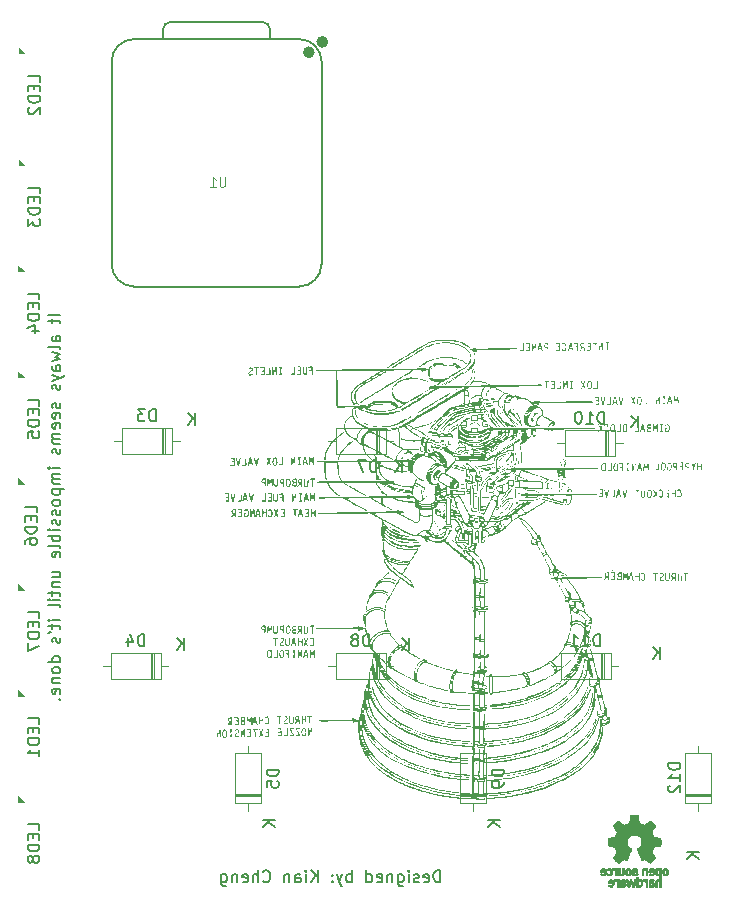
<source format=gbr>
%TF.GenerationSoftware,KiCad,Pcbnew,9.0.6*%
%TF.CreationDate,2025-12-02T16:00:42+08:00*%
%TF.ProjectId,Macropad,4d616372-6f70-4616-942e-6b696361645f,rev?*%
%TF.SameCoordinates,Original*%
%TF.FileFunction,Legend,Bot*%
%TF.FilePolarity,Positive*%
%FSLAX46Y46*%
G04 Gerber Fmt 4.6, Leading zero omitted, Abs format (unit mm)*
G04 Created by KiCad (PCBNEW 9.0.6) date 2025-12-02 16:00:42*
%MOMM*%
%LPD*%
G01*
G04 APERTURE LIST*
%ADD10C,0.200000*%
%ADD11C,0.150000*%
%ADD12C,0.101600*%
%ADD13C,0.120000*%
%ADD14C,0.127000*%
%ADD15C,0.100000*%
%ADD16C,0.504000*%
%ADD17C,0.000000*%
%ADD18C,0.010000*%
G04 APERTURE END LIST*
D10*
X82930326Y-151667219D02*
X82930326Y-150667219D01*
X82930326Y-150667219D02*
X82692231Y-150667219D01*
X82692231Y-150667219D02*
X82549374Y-150714838D01*
X82549374Y-150714838D02*
X82454136Y-150810076D01*
X82454136Y-150810076D02*
X82406517Y-150905314D01*
X82406517Y-150905314D02*
X82358898Y-151095790D01*
X82358898Y-151095790D02*
X82358898Y-151238647D01*
X82358898Y-151238647D02*
X82406517Y-151429123D01*
X82406517Y-151429123D02*
X82454136Y-151524361D01*
X82454136Y-151524361D02*
X82549374Y-151619600D01*
X82549374Y-151619600D02*
X82692231Y-151667219D01*
X82692231Y-151667219D02*
X82930326Y-151667219D01*
X81549374Y-151619600D02*
X81644612Y-151667219D01*
X81644612Y-151667219D02*
X81835088Y-151667219D01*
X81835088Y-151667219D02*
X81930326Y-151619600D01*
X81930326Y-151619600D02*
X81977945Y-151524361D01*
X81977945Y-151524361D02*
X81977945Y-151143409D01*
X81977945Y-151143409D02*
X81930326Y-151048171D01*
X81930326Y-151048171D02*
X81835088Y-151000552D01*
X81835088Y-151000552D02*
X81644612Y-151000552D01*
X81644612Y-151000552D02*
X81549374Y-151048171D01*
X81549374Y-151048171D02*
X81501755Y-151143409D01*
X81501755Y-151143409D02*
X81501755Y-151238647D01*
X81501755Y-151238647D02*
X81977945Y-151333885D01*
X81120802Y-151619600D02*
X81025564Y-151667219D01*
X81025564Y-151667219D02*
X80835088Y-151667219D01*
X80835088Y-151667219D02*
X80739850Y-151619600D01*
X80739850Y-151619600D02*
X80692231Y-151524361D01*
X80692231Y-151524361D02*
X80692231Y-151476742D01*
X80692231Y-151476742D02*
X80739850Y-151381504D01*
X80739850Y-151381504D02*
X80835088Y-151333885D01*
X80835088Y-151333885D02*
X80977945Y-151333885D01*
X80977945Y-151333885D02*
X81073183Y-151286266D01*
X81073183Y-151286266D02*
X81120802Y-151191028D01*
X81120802Y-151191028D02*
X81120802Y-151143409D01*
X81120802Y-151143409D02*
X81073183Y-151048171D01*
X81073183Y-151048171D02*
X80977945Y-151000552D01*
X80977945Y-151000552D02*
X80835088Y-151000552D01*
X80835088Y-151000552D02*
X80739850Y-151048171D01*
X80263659Y-151667219D02*
X80263659Y-151000552D01*
X80263659Y-150667219D02*
X80311278Y-150714838D01*
X80311278Y-150714838D02*
X80263659Y-150762457D01*
X80263659Y-150762457D02*
X80216040Y-150714838D01*
X80216040Y-150714838D02*
X80263659Y-150667219D01*
X80263659Y-150667219D02*
X80263659Y-150762457D01*
X79358898Y-151000552D02*
X79358898Y-151810076D01*
X79358898Y-151810076D02*
X79406517Y-151905314D01*
X79406517Y-151905314D02*
X79454136Y-151952933D01*
X79454136Y-151952933D02*
X79549374Y-152000552D01*
X79549374Y-152000552D02*
X79692231Y-152000552D01*
X79692231Y-152000552D02*
X79787469Y-151952933D01*
X79358898Y-151619600D02*
X79454136Y-151667219D01*
X79454136Y-151667219D02*
X79644612Y-151667219D01*
X79644612Y-151667219D02*
X79739850Y-151619600D01*
X79739850Y-151619600D02*
X79787469Y-151571980D01*
X79787469Y-151571980D02*
X79835088Y-151476742D01*
X79835088Y-151476742D02*
X79835088Y-151191028D01*
X79835088Y-151191028D02*
X79787469Y-151095790D01*
X79787469Y-151095790D02*
X79739850Y-151048171D01*
X79739850Y-151048171D02*
X79644612Y-151000552D01*
X79644612Y-151000552D02*
X79454136Y-151000552D01*
X79454136Y-151000552D02*
X79358898Y-151048171D01*
X78882707Y-151000552D02*
X78882707Y-151667219D01*
X78882707Y-151095790D02*
X78835088Y-151048171D01*
X78835088Y-151048171D02*
X78739850Y-151000552D01*
X78739850Y-151000552D02*
X78596993Y-151000552D01*
X78596993Y-151000552D02*
X78501755Y-151048171D01*
X78501755Y-151048171D02*
X78454136Y-151143409D01*
X78454136Y-151143409D02*
X78454136Y-151667219D01*
X77596993Y-151619600D02*
X77692231Y-151667219D01*
X77692231Y-151667219D02*
X77882707Y-151667219D01*
X77882707Y-151667219D02*
X77977945Y-151619600D01*
X77977945Y-151619600D02*
X78025564Y-151524361D01*
X78025564Y-151524361D02*
X78025564Y-151143409D01*
X78025564Y-151143409D02*
X77977945Y-151048171D01*
X77977945Y-151048171D02*
X77882707Y-151000552D01*
X77882707Y-151000552D02*
X77692231Y-151000552D01*
X77692231Y-151000552D02*
X77596993Y-151048171D01*
X77596993Y-151048171D02*
X77549374Y-151143409D01*
X77549374Y-151143409D02*
X77549374Y-151238647D01*
X77549374Y-151238647D02*
X78025564Y-151333885D01*
X76692231Y-151667219D02*
X76692231Y-150667219D01*
X76692231Y-151619600D02*
X76787469Y-151667219D01*
X76787469Y-151667219D02*
X76977945Y-151667219D01*
X76977945Y-151667219D02*
X77073183Y-151619600D01*
X77073183Y-151619600D02*
X77120802Y-151571980D01*
X77120802Y-151571980D02*
X77168421Y-151476742D01*
X77168421Y-151476742D02*
X77168421Y-151191028D01*
X77168421Y-151191028D02*
X77120802Y-151095790D01*
X77120802Y-151095790D02*
X77073183Y-151048171D01*
X77073183Y-151048171D02*
X76977945Y-151000552D01*
X76977945Y-151000552D02*
X76787469Y-151000552D01*
X76787469Y-151000552D02*
X76692231Y-151048171D01*
X75454135Y-151667219D02*
X75454135Y-150667219D01*
X75454135Y-151048171D02*
X75358897Y-151000552D01*
X75358897Y-151000552D02*
X75168421Y-151000552D01*
X75168421Y-151000552D02*
X75073183Y-151048171D01*
X75073183Y-151048171D02*
X75025564Y-151095790D01*
X75025564Y-151095790D02*
X74977945Y-151191028D01*
X74977945Y-151191028D02*
X74977945Y-151476742D01*
X74977945Y-151476742D02*
X75025564Y-151571980D01*
X75025564Y-151571980D02*
X75073183Y-151619600D01*
X75073183Y-151619600D02*
X75168421Y-151667219D01*
X75168421Y-151667219D02*
X75358897Y-151667219D01*
X75358897Y-151667219D02*
X75454135Y-151619600D01*
X74644611Y-151000552D02*
X74406516Y-151667219D01*
X74168421Y-151000552D02*
X74406516Y-151667219D01*
X74406516Y-151667219D02*
X74501754Y-151905314D01*
X74501754Y-151905314D02*
X74549373Y-151952933D01*
X74549373Y-151952933D02*
X74644611Y-152000552D01*
X73787468Y-151571980D02*
X73739849Y-151619600D01*
X73739849Y-151619600D02*
X73787468Y-151667219D01*
X73787468Y-151667219D02*
X73835087Y-151619600D01*
X73835087Y-151619600D02*
X73787468Y-151571980D01*
X73787468Y-151571980D02*
X73787468Y-151667219D01*
X73787468Y-151048171D02*
X73739849Y-151095790D01*
X73739849Y-151095790D02*
X73787468Y-151143409D01*
X73787468Y-151143409D02*
X73835087Y-151095790D01*
X73835087Y-151095790D02*
X73787468Y-151048171D01*
X73787468Y-151048171D02*
X73787468Y-151143409D01*
X72549373Y-151667219D02*
X72549373Y-150667219D01*
X71977945Y-151667219D02*
X72406516Y-151095790D01*
X71977945Y-150667219D02*
X72549373Y-151238647D01*
X71549373Y-151667219D02*
X71549373Y-151000552D01*
X71549373Y-150667219D02*
X71596992Y-150714838D01*
X71596992Y-150714838D02*
X71549373Y-150762457D01*
X71549373Y-150762457D02*
X71501754Y-150714838D01*
X71501754Y-150714838D02*
X71549373Y-150667219D01*
X71549373Y-150667219D02*
X71549373Y-150762457D01*
X70644612Y-151667219D02*
X70644612Y-151143409D01*
X70644612Y-151143409D02*
X70692231Y-151048171D01*
X70692231Y-151048171D02*
X70787469Y-151000552D01*
X70787469Y-151000552D02*
X70977945Y-151000552D01*
X70977945Y-151000552D02*
X71073183Y-151048171D01*
X70644612Y-151619600D02*
X70739850Y-151667219D01*
X70739850Y-151667219D02*
X70977945Y-151667219D01*
X70977945Y-151667219D02*
X71073183Y-151619600D01*
X71073183Y-151619600D02*
X71120802Y-151524361D01*
X71120802Y-151524361D02*
X71120802Y-151429123D01*
X71120802Y-151429123D02*
X71073183Y-151333885D01*
X71073183Y-151333885D02*
X70977945Y-151286266D01*
X70977945Y-151286266D02*
X70739850Y-151286266D01*
X70739850Y-151286266D02*
X70644612Y-151238647D01*
X70168421Y-151000552D02*
X70168421Y-151667219D01*
X70168421Y-151095790D02*
X70120802Y-151048171D01*
X70120802Y-151048171D02*
X70025564Y-151000552D01*
X70025564Y-151000552D02*
X69882707Y-151000552D01*
X69882707Y-151000552D02*
X69787469Y-151048171D01*
X69787469Y-151048171D02*
X69739850Y-151143409D01*
X69739850Y-151143409D02*
X69739850Y-151667219D01*
X67930326Y-151571980D02*
X67977945Y-151619600D01*
X67977945Y-151619600D02*
X68120802Y-151667219D01*
X68120802Y-151667219D02*
X68216040Y-151667219D01*
X68216040Y-151667219D02*
X68358897Y-151619600D01*
X68358897Y-151619600D02*
X68454135Y-151524361D01*
X68454135Y-151524361D02*
X68501754Y-151429123D01*
X68501754Y-151429123D02*
X68549373Y-151238647D01*
X68549373Y-151238647D02*
X68549373Y-151095790D01*
X68549373Y-151095790D02*
X68501754Y-150905314D01*
X68501754Y-150905314D02*
X68454135Y-150810076D01*
X68454135Y-150810076D02*
X68358897Y-150714838D01*
X68358897Y-150714838D02*
X68216040Y-150667219D01*
X68216040Y-150667219D02*
X68120802Y-150667219D01*
X68120802Y-150667219D02*
X67977945Y-150714838D01*
X67977945Y-150714838D02*
X67930326Y-150762457D01*
X67501754Y-151667219D02*
X67501754Y-150667219D01*
X67073183Y-151667219D02*
X67073183Y-151143409D01*
X67073183Y-151143409D02*
X67120802Y-151048171D01*
X67120802Y-151048171D02*
X67216040Y-151000552D01*
X67216040Y-151000552D02*
X67358897Y-151000552D01*
X67358897Y-151000552D02*
X67454135Y-151048171D01*
X67454135Y-151048171D02*
X67501754Y-151095790D01*
X66216040Y-151619600D02*
X66311278Y-151667219D01*
X66311278Y-151667219D02*
X66501754Y-151667219D01*
X66501754Y-151667219D02*
X66596992Y-151619600D01*
X66596992Y-151619600D02*
X66644611Y-151524361D01*
X66644611Y-151524361D02*
X66644611Y-151143409D01*
X66644611Y-151143409D02*
X66596992Y-151048171D01*
X66596992Y-151048171D02*
X66501754Y-151000552D01*
X66501754Y-151000552D02*
X66311278Y-151000552D01*
X66311278Y-151000552D02*
X66216040Y-151048171D01*
X66216040Y-151048171D02*
X66168421Y-151143409D01*
X66168421Y-151143409D02*
X66168421Y-151238647D01*
X66168421Y-151238647D02*
X66644611Y-151333885D01*
X65739849Y-151000552D02*
X65739849Y-151667219D01*
X65739849Y-151095790D02*
X65692230Y-151048171D01*
X65692230Y-151048171D02*
X65596992Y-151000552D01*
X65596992Y-151000552D02*
X65454135Y-151000552D01*
X65454135Y-151000552D02*
X65358897Y-151048171D01*
X65358897Y-151048171D02*
X65311278Y-151143409D01*
X65311278Y-151143409D02*
X65311278Y-151667219D01*
X64406516Y-151000552D02*
X64406516Y-151810076D01*
X64406516Y-151810076D02*
X64454135Y-151905314D01*
X64454135Y-151905314D02*
X64501754Y-151952933D01*
X64501754Y-151952933D02*
X64596992Y-152000552D01*
X64596992Y-152000552D02*
X64739849Y-152000552D01*
X64739849Y-152000552D02*
X64835087Y-151952933D01*
X64406516Y-151619600D02*
X64501754Y-151667219D01*
X64501754Y-151667219D02*
X64692230Y-151667219D01*
X64692230Y-151667219D02*
X64787468Y-151619600D01*
X64787468Y-151619600D02*
X64835087Y-151571980D01*
X64835087Y-151571980D02*
X64882706Y-151476742D01*
X64882706Y-151476742D02*
X64882706Y-151191028D01*
X64882706Y-151191028D02*
X64835087Y-151095790D01*
X64835087Y-151095790D02*
X64787468Y-151048171D01*
X64787468Y-151048171D02*
X64692230Y-151000552D01*
X64692230Y-151000552D02*
X64501754Y-151000552D01*
X64501754Y-151000552D02*
X64406516Y-151048171D01*
D11*
X50759819Y-103646779D02*
X49759819Y-103646779D01*
X50093152Y-103980112D02*
X50093152Y-104361064D01*
X49759819Y-104122969D02*
X50616961Y-104122969D01*
X50616961Y-104122969D02*
X50712200Y-104170588D01*
X50712200Y-104170588D02*
X50759819Y-104265826D01*
X50759819Y-104265826D02*
X50759819Y-104361064D01*
X50759819Y-105884874D02*
X50236009Y-105884874D01*
X50236009Y-105884874D02*
X50140771Y-105837255D01*
X50140771Y-105837255D02*
X50093152Y-105742017D01*
X50093152Y-105742017D02*
X50093152Y-105551541D01*
X50093152Y-105551541D02*
X50140771Y-105456303D01*
X50712200Y-105884874D02*
X50759819Y-105789636D01*
X50759819Y-105789636D02*
X50759819Y-105551541D01*
X50759819Y-105551541D02*
X50712200Y-105456303D01*
X50712200Y-105456303D02*
X50616961Y-105408684D01*
X50616961Y-105408684D02*
X50521723Y-105408684D01*
X50521723Y-105408684D02*
X50426485Y-105456303D01*
X50426485Y-105456303D02*
X50378866Y-105551541D01*
X50378866Y-105551541D02*
X50378866Y-105789636D01*
X50378866Y-105789636D02*
X50331247Y-105884874D01*
X50759819Y-106503922D02*
X50712200Y-106408684D01*
X50712200Y-106408684D02*
X50616961Y-106361065D01*
X50616961Y-106361065D02*
X49759819Y-106361065D01*
X50093152Y-106789637D02*
X50759819Y-106980113D01*
X50759819Y-106980113D02*
X50283628Y-107170589D01*
X50283628Y-107170589D02*
X50759819Y-107361065D01*
X50759819Y-107361065D02*
X50093152Y-107551541D01*
X50759819Y-108361065D02*
X50236009Y-108361065D01*
X50236009Y-108361065D02*
X50140771Y-108313446D01*
X50140771Y-108313446D02*
X50093152Y-108218208D01*
X50093152Y-108218208D02*
X50093152Y-108027732D01*
X50093152Y-108027732D02*
X50140771Y-107932494D01*
X50712200Y-108361065D02*
X50759819Y-108265827D01*
X50759819Y-108265827D02*
X50759819Y-108027732D01*
X50759819Y-108027732D02*
X50712200Y-107932494D01*
X50712200Y-107932494D02*
X50616961Y-107884875D01*
X50616961Y-107884875D02*
X50521723Y-107884875D01*
X50521723Y-107884875D02*
X50426485Y-107932494D01*
X50426485Y-107932494D02*
X50378866Y-108027732D01*
X50378866Y-108027732D02*
X50378866Y-108265827D01*
X50378866Y-108265827D02*
X50331247Y-108361065D01*
X50093152Y-108742018D02*
X50759819Y-108980113D01*
X50093152Y-109218208D02*
X50759819Y-108980113D01*
X50759819Y-108980113D02*
X50997914Y-108884875D01*
X50997914Y-108884875D02*
X51045533Y-108837256D01*
X51045533Y-108837256D02*
X51093152Y-108742018D01*
X50712200Y-109551542D02*
X50759819Y-109646780D01*
X50759819Y-109646780D02*
X50759819Y-109837256D01*
X50759819Y-109837256D02*
X50712200Y-109932494D01*
X50712200Y-109932494D02*
X50616961Y-109980113D01*
X50616961Y-109980113D02*
X50569342Y-109980113D01*
X50569342Y-109980113D02*
X50474104Y-109932494D01*
X50474104Y-109932494D02*
X50426485Y-109837256D01*
X50426485Y-109837256D02*
X50426485Y-109694399D01*
X50426485Y-109694399D02*
X50378866Y-109599161D01*
X50378866Y-109599161D02*
X50283628Y-109551542D01*
X50283628Y-109551542D02*
X50236009Y-109551542D01*
X50236009Y-109551542D02*
X50140771Y-109599161D01*
X50140771Y-109599161D02*
X50093152Y-109694399D01*
X50093152Y-109694399D02*
X50093152Y-109837256D01*
X50093152Y-109837256D02*
X50140771Y-109932494D01*
X50712200Y-111122971D02*
X50759819Y-111218209D01*
X50759819Y-111218209D02*
X50759819Y-111408685D01*
X50759819Y-111408685D02*
X50712200Y-111503923D01*
X50712200Y-111503923D02*
X50616961Y-111551542D01*
X50616961Y-111551542D02*
X50569342Y-111551542D01*
X50569342Y-111551542D02*
X50474104Y-111503923D01*
X50474104Y-111503923D02*
X50426485Y-111408685D01*
X50426485Y-111408685D02*
X50426485Y-111265828D01*
X50426485Y-111265828D02*
X50378866Y-111170590D01*
X50378866Y-111170590D02*
X50283628Y-111122971D01*
X50283628Y-111122971D02*
X50236009Y-111122971D01*
X50236009Y-111122971D02*
X50140771Y-111170590D01*
X50140771Y-111170590D02*
X50093152Y-111265828D01*
X50093152Y-111265828D02*
X50093152Y-111408685D01*
X50093152Y-111408685D02*
X50140771Y-111503923D01*
X50712200Y-112361066D02*
X50759819Y-112265828D01*
X50759819Y-112265828D02*
X50759819Y-112075352D01*
X50759819Y-112075352D02*
X50712200Y-111980114D01*
X50712200Y-111980114D02*
X50616961Y-111932495D01*
X50616961Y-111932495D02*
X50236009Y-111932495D01*
X50236009Y-111932495D02*
X50140771Y-111980114D01*
X50140771Y-111980114D02*
X50093152Y-112075352D01*
X50093152Y-112075352D02*
X50093152Y-112265828D01*
X50093152Y-112265828D02*
X50140771Y-112361066D01*
X50140771Y-112361066D02*
X50236009Y-112408685D01*
X50236009Y-112408685D02*
X50331247Y-112408685D01*
X50331247Y-112408685D02*
X50426485Y-111932495D01*
X50712200Y-113218209D02*
X50759819Y-113122971D01*
X50759819Y-113122971D02*
X50759819Y-112932495D01*
X50759819Y-112932495D02*
X50712200Y-112837257D01*
X50712200Y-112837257D02*
X50616961Y-112789638D01*
X50616961Y-112789638D02*
X50236009Y-112789638D01*
X50236009Y-112789638D02*
X50140771Y-112837257D01*
X50140771Y-112837257D02*
X50093152Y-112932495D01*
X50093152Y-112932495D02*
X50093152Y-113122971D01*
X50093152Y-113122971D02*
X50140771Y-113218209D01*
X50140771Y-113218209D02*
X50236009Y-113265828D01*
X50236009Y-113265828D02*
X50331247Y-113265828D01*
X50331247Y-113265828D02*
X50426485Y-112789638D01*
X50759819Y-113694400D02*
X50093152Y-113694400D01*
X50188390Y-113694400D02*
X50140771Y-113742019D01*
X50140771Y-113742019D02*
X50093152Y-113837257D01*
X50093152Y-113837257D02*
X50093152Y-113980114D01*
X50093152Y-113980114D02*
X50140771Y-114075352D01*
X50140771Y-114075352D02*
X50236009Y-114122971D01*
X50236009Y-114122971D02*
X50759819Y-114122971D01*
X50236009Y-114122971D02*
X50140771Y-114170590D01*
X50140771Y-114170590D02*
X50093152Y-114265828D01*
X50093152Y-114265828D02*
X50093152Y-114408685D01*
X50093152Y-114408685D02*
X50140771Y-114503924D01*
X50140771Y-114503924D02*
X50236009Y-114551543D01*
X50236009Y-114551543D02*
X50759819Y-114551543D01*
X50712200Y-114980114D02*
X50759819Y-115075352D01*
X50759819Y-115075352D02*
X50759819Y-115265828D01*
X50759819Y-115265828D02*
X50712200Y-115361066D01*
X50712200Y-115361066D02*
X50616961Y-115408685D01*
X50616961Y-115408685D02*
X50569342Y-115408685D01*
X50569342Y-115408685D02*
X50474104Y-115361066D01*
X50474104Y-115361066D02*
X50426485Y-115265828D01*
X50426485Y-115265828D02*
X50426485Y-115122971D01*
X50426485Y-115122971D02*
X50378866Y-115027733D01*
X50378866Y-115027733D02*
X50283628Y-114980114D01*
X50283628Y-114980114D02*
X50236009Y-114980114D01*
X50236009Y-114980114D02*
X50140771Y-115027733D01*
X50140771Y-115027733D02*
X50093152Y-115122971D01*
X50093152Y-115122971D02*
X50093152Y-115265828D01*
X50093152Y-115265828D02*
X50140771Y-115361066D01*
X50759819Y-116599162D02*
X50093152Y-116599162D01*
X49759819Y-116599162D02*
X49807438Y-116551543D01*
X49807438Y-116551543D02*
X49855057Y-116599162D01*
X49855057Y-116599162D02*
X49807438Y-116646781D01*
X49807438Y-116646781D02*
X49759819Y-116599162D01*
X49759819Y-116599162D02*
X49855057Y-116599162D01*
X50759819Y-117075352D02*
X50093152Y-117075352D01*
X50188390Y-117075352D02*
X50140771Y-117122971D01*
X50140771Y-117122971D02*
X50093152Y-117218209D01*
X50093152Y-117218209D02*
X50093152Y-117361066D01*
X50093152Y-117361066D02*
X50140771Y-117456304D01*
X50140771Y-117456304D02*
X50236009Y-117503923D01*
X50236009Y-117503923D02*
X50759819Y-117503923D01*
X50236009Y-117503923D02*
X50140771Y-117551542D01*
X50140771Y-117551542D02*
X50093152Y-117646780D01*
X50093152Y-117646780D02*
X50093152Y-117789637D01*
X50093152Y-117789637D02*
X50140771Y-117884876D01*
X50140771Y-117884876D02*
X50236009Y-117932495D01*
X50236009Y-117932495D02*
X50759819Y-117932495D01*
X50093152Y-118408685D02*
X51093152Y-118408685D01*
X50140771Y-118408685D02*
X50093152Y-118503923D01*
X50093152Y-118503923D02*
X50093152Y-118694399D01*
X50093152Y-118694399D02*
X50140771Y-118789637D01*
X50140771Y-118789637D02*
X50188390Y-118837256D01*
X50188390Y-118837256D02*
X50283628Y-118884875D01*
X50283628Y-118884875D02*
X50569342Y-118884875D01*
X50569342Y-118884875D02*
X50664580Y-118837256D01*
X50664580Y-118837256D02*
X50712200Y-118789637D01*
X50712200Y-118789637D02*
X50759819Y-118694399D01*
X50759819Y-118694399D02*
X50759819Y-118503923D01*
X50759819Y-118503923D02*
X50712200Y-118408685D01*
X50759819Y-119456304D02*
X50712200Y-119361066D01*
X50712200Y-119361066D02*
X50664580Y-119313447D01*
X50664580Y-119313447D02*
X50569342Y-119265828D01*
X50569342Y-119265828D02*
X50283628Y-119265828D01*
X50283628Y-119265828D02*
X50188390Y-119313447D01*
X50188390Y-119313447D02*
X50140771Y-119361066D01*
X50140771Y-119361066D02*
X50093152Y-119456304D01*
X50093152Y-119456304D02*
X50093152Y-119599161D01*
X50093152Y-119599161D02*
X50140771Y-119694399D01*
X50140771Y-119694399D02*
X50188390Y-119742018D01*
X50188390Y-119742018D02*
X50283628Y-119789637D01*
X50283628Y-119789637D02*
X50569342Y-119789637D01*
X50569342Y-119789637D02*
X50664580Y-119742018D01*
X50664580Y-119742018D02*
X50712200Y-119694399D01*
X50712200Y-119694399D02*
X50759819Y-119599161D01*
X50759819Y-119599161D02*
X50759819Y-119456304D01*
X50712200Y-120170590D02*
X50759819Y-120265828D01*
X50759819Y-120265828D02*
X50759819Y-120456304D01*
X50759819Y-120456304D02*
X50712200Y-120551542D01*
X50712200Y-120551542D02*
X50616961Y-120599161D01*
X50616961Y-120599161D02*
X50569342Y-120599161D01*
X50569342Y-120599161D02*
X50474104Y-120551542D01*
X50474104Y-120551542D02*
X50426485Y-120456304D01*
X50426485Y-120456304D02*
X50426485Y-120313447D01*
X50426485Y-120313447D02*
X50378866Y-120218209D01*
X50378866Y-120218209D02*
X50283628Y-120170590D01*
X50283628Y-120170590D02*
X50236009Y-120170590D01*
X50236009Y-120170590D02*
X50140771Y-120218209D01*
X50140771Y-120218209D02*
X50093152Y-120313447D01*
X50093152Y-120313447D02*
X50093152Y-120456304D01*
X50093152Y-120456304D02*
X50140771Y-120551542D01*
X50712200Y-120980114D02*
X50759819Y-121075352D01*
X50759819Y-121075352D02*
X50759819Y-121265828D01*
X50759819Y-121265828D02*
X50712200Y-121361066D01*
X50712200Y-121361066D02*
X50616961Y-121408685D01*
X50616961Y-121408685D02*
X50569342Y-121408685D01*
X50569342Y-121408685D02*
X50474104Y-121361066D01*
X50474104Y-121361066D02*
X50426485Y-121265828D01*
X50426485Y-121265828D02*
X50426485Y-121122971D01*
X50426485Y-121122971D02*
X50378866Y-121027733D01*
X50378866Y-121027733D02*
X50283628Y-120980114D01*
X50283628Y-120980114D02*
X50236009Y-120980114D01*
X50236009Y-120980114D02*
X50140771Y-121027733D01*
X50140771Y-121027733D02*
X50093152Y-121122971D01*
X50093152Y-121122971D02*
X50093152Y-121265828D01*
X50093152Y-121265828D02*
X50140771Y-121361066D01*
X50759819Y-121837257D02*
X50093152Y-121837257D01*
X49759819Y-121837257D02*
X49807438Y-121789638D01*
X49807438Y-121789638D02*
X49855057Y-121837257D01*
X49855057Y-121837257D02*
X49807438Y-121884876D01*
X49807438Y-121884876D02*
X49759819Y-121837257D01*
X49759819Y-121837257D02*
X49855057Y-121837257D01*
X50759819Y-122313447D02*
X49759819Y-122313447D01*
X50140771Y-122313447D02*
X50093152Y-122408685D01*
X50093152Y-122408685D02*
X50093152Y-122599161D01*
X50093152Y-122599161D02*
X50140771Y-122694399D01*
X50140771Y-122694399D02*
X50188390Y-122742018D01*
X50188390Y-122742018D02*
X50283628Y-122789637D01*
X50283628Y-122789637D02*
X50569342Y-122789637D01*
X50569342Y-122789637D02*
X50664580Y-122742018D01*
X50664580Y-122742018D02*
X50712200Y-122694399D01*
X50712200Y-122694399D02*
X50759819Y-122599161D01*
X50759819Y-122599161D02*
X50759819Y-122408685D01*
X50759819Y-122408685D02*
X50712200Y-122313447D01*
X50759819Y-123361066D02*
X50712200Y-123265828D01*
X50712200Y-123265828D02*
X50616961Y-123218209D01*
X50616961Y-123218209D02*
X49759819Y-123218209D01*
X50712200Y-124122971D02*
X50759819Y-124027733D01*
X50759819Y-124027733D02*
X50759819Y-123837257D01*
X50759819Y-123837257D02*
X50712200Y-123742019D01*
X50712200Y-123742019D02*
X50616961Y-123694400D01*
X50616961Y-123694400D02*
X50236009Y-123694400D01*
X50236009Y-123694400D02*
X50140771Y-123742019D01*
X50140771Y-123742019D02*
X50093152Y-123837257D01*
X50093152Y-123837257D02*
X50093152Y-124027733D01*
X50093152Y-124027733D02*
X50140771Y-124122971D01*
X50140771Y-124122971D02*
X50236009Y-124170590D01*
X50236009Y-124170590D02*
X50331247Y-124170590D01*
X50331247Y-124170590D02*
X50426485Y-123694400D01*
X50093152Y-125789638D02*
X50759819Y-125789638D01*
X50093152Y-125361067D02*
X50616961Y-125361067D01*
X50616961Y-125361067D02*
X50712200Y-125408686D01*
X50712200Y-125408686D02*
X50759819Y-125503924D01*
X50759819Y-125503924D02*
X50759819Y-125646781D01*
X50759819Y-125646781D02*
X50712200Y-125742019D01*
X50712200Y-125742019D02*
X50664580Y-125789638D01*
X50093152Y-126265829D02*
X50759819Y-126265829D01*
X50188390Y-126265829D02*
X50140771Y-126313448D01*
X50140771Y-126313448D02*
X50093152Y-126408686D01*
X50093152Y-126408686D02*
X50093152Y-126551543D01*
X50093152Y-126551543D02*
X50140771Y-126646781D01*
X50140771Y-126646781D02*
X50236009Y-126694400D01*
X50236009Y-126694400D02*
X50759819Y-126694400D01*
X50093152Y-127027734D02*
X50093152Y-127408686D01*
X49759819Y-127170591D02*
X50616961Y-127170591D01*
X50616961Y-127170591D02*
X50712200Y-127218210D01*
X50712200Y-127218210D02*
X50759819Y-127313448D01*
X50759819Y-127313448D02*
X50759819Y-127408686D01*
X50759819Y-127742020D02*
X50093152Y-127742020D01*
X49759819Y-127742020D02*
X49807438Y-127694401D01*
X49807438Y-127694401D02*
X49855057Y-127742020D01*
X49855057Y-127742020D02*
X49807438Y-127789639D01*
X49807438Y-127789639D02*
X49759819Y-127742020D01*
X49759819Y-127742020D02*
X49855057Y-127742020D01*
X50759819Y-128361067D02*
X50712200Y-128265829D01*
X50712200Y-128265829D02*
X50616961Y-128218210D01*
X50616961Y-128218210D02*
X49759819Y-128218210D01*
X50759819Y-129503925D02*
X50093152Y-129503925D01*
X49759819Y-129503925D02*
X49807438Y-129456306D01*
X49807438Y-129456306D02*
X49855057Y-129503925D01*
X49855057Y-129503925D02*
X49807438Y-129551544D01*
X49807438Y-129551544D02*
X49759819Y-129503925D01*
X49759819Y-129503925D02*
X49855057Y-129503925D01*
X50093152Y-129837258D02*
X50093152Y-130218210D01*
X49759819Y-129980115D02*
X50616961Y-129980115D01*
X50616961Y-129980115D02*
X50712200Y-130027734D01*
X50712200Y-130027734D02*
X50759819Y-130122972D01*
X50759819Y-130122972D02*
X50759819Y-130218210D01*
X49759819Y-130599163D02*
X49950295Y-130503925D01*
X50712200Y-130980115D02*
X50759819Y-131075353D01*
X50759819Y-131075353D02*
X50759819Y-131265829D01*
X50759819Y-131265829D02*
X50712200Y-131361067D01*
X50712200Y-131361067D02*
X50616961Y-131408686D01*
X50616961Y-131408686D02*
X50569342Y-131408686D01*
X50569342Y-131408686D02*
X50474104Y-131361067D01*
X50474104Y-131361067D02*
X50426485Y-131265829D01*
X50426485Y-131265829D02*
X50426485Y-131122972D01*
X50426485Y-131122972D02*
X50378866Y-131027734D01*
X50378866Y-131027734D02*
X50283628Y-130980115D01*
X50283628Y-130980115D02*
X50236009Y-130980115D01*
X50236009Y-130980115D02*
X50140771Y-131027734D01*
X50140771Y-131027734D02*
X50093152Y-131122972D01*
X50093152Y-131122972D02*
X50093152Y-131265829D01*
X50093152Y-131265829D02*
X50140771Y-131361067D01*
X50759819Y-133027734D02*
X49759819Y-133027734D01*
X50712200Y-133027734D02*
X50759819Y-132932496D01*
X50759819Y-132932496D02*
X50759819Y-132742020D01*
X50759819Y-132742020D02*
X50712200Y-132646782D01*
X50712200Y-132646782D02*
X50664580Y-132599163D01*
X50664580Y-132599163D02*
X50569342Y-132551544D01*
X50569342Y-132551544D02*
X50283628Y-132551544D01*
X50283628Y-132551544D02*
X50188390Y-132599163D01*
X50188390Y-132599163D02*
X50140771Y-132646782D01*
X50140771Y-132646782D02*
X50093152Y-132742020D01*
X50093152Y-132742020D02*
X50093152Y-132932496D01*
X50093152Y-132932496D02*
X50140771Y-133027734D01*
X50759819Y-133646782D02*
X50712200Y-133551544D01*
X50712200Y-133551544D02*
X50664580Y-133503925D01*
X50664580Y-133503925D02*
X50569342Y-133456306D01*
X50569342Y-133456306D02*
X50283628Y-133456306D01*
X50283628Y-133456306D02*
X50188390Y-133503925D01*
X50188390Y-133503925D02*
X50140771Y-133551544D01*
X50140771Y-133551544D02*
X50093152Y-133646782D01*
X50093152Y-133646782D02*
X50093152Y-133789639D01*
X50093152Y-133789639D02*
X50140771Y-133884877D01*
X50140771Y-133884877D02*
X50188390Y-133932496D01*
X50188390Y-133932496D02*
X50283628Y-133980115D01*
X50283628Y-133980115D02*
X50569342Y-133980115D01*
X50569342Y-133980115D02*
X50664580Y-133932496D01*
X50664580Y-133932496D02*
X50712200Y-133884877D01*
X50712200Y-133884877D02*
X50759819Y-133789639D01*
X50759819Y-133789639D02*
X50759819Y-133646782D01*
X50093152Y-134408687D02*
X50759819Y-134408687D01*
X50188390Y-134408687D02*
X50140771Y-134456306D01*
X50140771Y-134456306D02*
X50093152Y-134551544D01*
X50093152Y-134551544D02*
X50093152Y-134694401D01*
X50093152Y-134694401D02*
X50140771Y-134789639D01*
X50140771Y-134789639D02*
X50236009Y-134837258D01*
X50236009Y-134837258D02*
X50759819Y-134837258D01*
X50712200Y-135694401D02*
X50759819Y-135599163D01*
X50759819Y-135599163D02*
X50759819Y-135408687D01*
X50759819Y-135408687D02*
X50712200Y-135313449D01*
X50712200Y-135313449D02*
X50616961Y-135265830D01*
X50616961Y-135265830D02*
X50236009Y-135265830D01*
X50236009Y-135265830D02*
X50140771Y-135313449D01*
X50140771Y-135313449D02*
X50093152Y-135408687D01*
X50093152Y-135408687D02*
X50093152Y-135599163D01*
X50093152Y-135599163D02*
X50140771Y-135694401D01*
X50140771Y-135694401D02*
X50236009Y-135742020D01*
X50236009Y-135742020D02*
X50331247Y-135742020D01*
X50331247Y-135742020D02*
X50426485Y-135265830D01*
X50664580Y-136170592D02*
X50712200Y-136218211D01*
X50712200Y-136218211D02*
X50759819Y-136170592D01*
X50759819Y-136170592D02*
X50712200Y-136122973D01*
X50712200Y-136122973D02*
X50664580Y-136170592D01*
X50664580Y-136170592D02*
X50759819Y-136170592D01*
X48998570Y-147243452D02*
X48998570Y-146767262D01*
X48998570Y-146767262D02*
X47998570Y-146767262D01*
X48474760Y-147576786D02*
X48474760Y-147910119D01*
X48998570Y-148052976D02*
X48998570Y-147576786D01*
X48998570Y-147576786D02*
X47998570Y-147576786D01*
X47998570Y-147576786D02*
X47998570Y-148052976D01*
X48998570Y-148481548D02*
X47998570Y-148481548D01*
X47998570Y-148481548D02*
X47998570Y-148719643D01*
X47998570Y-148719643D02*
X48046189Y-148862500D01*
X48046189Y-148862500D02*
X48141427Y-148957738D01*
X48141427Y-148957738D02*
X48236665Y-149005357D01*
X48236665Y-149005357D02*
X48427141Y-149052976D01*
X48427141Y-149052976D02*
X48569998Y-149052976D01*
X48569998Y-149052976D02*
X48760474Y-149005357D01*
X48760474Y-149005357D02*
X48855712Y-148957738D01*
X48855712Y-148957738D02*
X48950951Y-148862500D01*
X48950951Y-148862500D02*
X48998570Y-148719643D01*
X48998570Y-148719643D02*
X48998570Y-148481548D01*
X48427141Y-149624405D02*
X48379522Y-149529167D01*
X48379522Y-149529167D02*
X48331903Y-149481548D01*
X48331903Y-149481548D02*
X48236665Y-149433929D01*
X48236665Y-149433929D02*
X48189046Y-149433929D01*
X48189046Y-149433929D02*
X48093808Y-149481548D01*
X48093808Y-149481548D02*
X48046189Y-149529167D01*
X48046189Y-149529167D02*
X47998570Y-149624405D01*
X47998570Y-149624405D02*
X47998570Y-149814881D01*
X47998570Y-149814881D02*
X48046189Y-149910119D01*
X48046189Y-149910119D02*
X48093808Y-149957738D01*
X48093808Y-149957738D02*
X48189046Y-150005357D01*
X48189046Y-150005357D02*
X48236665Y-150005357D01*
X48236665Y-150005357D02*
X48331903Y-149957738D01*
X48331903Y-149957738D02*
X48379522Y-149910119D01*
X48379522Y-149910119D02*
X48427141Y-149814881D01*
X48427141Y-149814881D02*
X48427141Y-149624405D01*
X48427141Y-149624405D02*
X48474760Y-149529167D01*
X48474760Y-149529167D02*
X48522379Y-149481548D01*
X48522379Y-149481548D02*
X48617617Y-149433929D01*
X48617617Y-149433929D02*
X48808093Y-149433929D01*
X48808093Y-149433929D02*
X48903331Y-149481548D01*
X48903331Y-149481548D02*
X48950951Y-149529167D01*
X48950951Y-149529167D02*
X48998570Y-149624405D01*
X48998570Y-149624405D02*
X48998570Y-149814881D01*
X48998570Y-149814881D02*
X48950951Y-149910119D01*
X48950951Y-149910119D02*
X48903331Y-149957738D01*
X48903331Y-149957738D02*
X48808093Y-150005357D01*
X48808093Y-150005357D02*
X48617617Y-150005357D01*
X48617617Y-150005357D02*
X48522379Y-149957738D01*
X48522379Y-149957738D02*
X48474760Y-149910119D01*
X48474760Y-149910119D02*
X48427141Y-149814881D01*
X49054820Y-83880952D02*
X49054820Y-83404762D01*
X49054820Y-83404762D02*
X48054820Y-83404762D01*
X48531010Y-84214286D02*
X48531010Y-84547619D01*
X49054820Y-84690476D02*
X49054820Y-84214286D01*
X49054820Y-84214286D02*
X48054820Y-84214286D01*
X48054820Y-84214286D02*
X48054820Y-84690476D01*
X49054820Y-85119048D02*
X48054820Y-85119048D01*
X48054820Y-85119048D02*
X48054820Y-85357143D01*
X48054820Y-85357143D02*
X48102439Y-85500000D01*
X48102439Y-85500000D02*
X48197677Y-85595238D01*
X48197677Y-85595238D02*
X48292915Y-85642857D01*
X48292915Y-85642857D02*
X48483391Y-85690476D01*
X48483391Y-85690476D02*
X48626248Y-85690476D01*
X48626248Y-85690476D02*
X48816724Y-85642857D01*
X48816724Y-85642857D02*
X48911962Y-85595238D01*
X48911962Y-85595238D02*
X49007201Y-85500000D01*
X49007201Y-85500000D02*
X49054820Y-85357143D01*
X49054820Y-85357143D02*
X49054820Y-85119048D01*
X48150058Y-86071429D02*
X48102439Y-86119048D01*
X48102439Y-86119048D02*
X48054820Y-86214286D01*
X48054820Y-86214286D02*
X48054820Y-86452381D01*
X48054820Y-86452381D02*
X48102439Y-86547619D01*
X48102439Y-86547619D02*
X48150058Y-86595238D01*
X48150058Y-86595238D02*
X48245296Y-86642857D01*
X48245296Y-86642857D02*
X48340534Y-86642857D01*
X48340534Y-86642857D02*
X48483391Y-86595238D01*
X48483391Y-86595238D02*
X49054820Y-86023810D01*
X49054820Y-86023810D02*
X49054820Y-86642857D01*
X49054820Y-93337287D02*
X49054820Y-92861097D01*
X49054820Y-92861097D02*
X48054820Y-92861097D01*
X48531010Y-93670621D02*
X48531010Y-94003954D01*
X49054820Y-94146811D02*
X49054820Y-93670621D01*
X49054820Y-93670621D02*
X48054820Y-93670621D01*
X48054820Y-93670621D02*
X48054820Y-94146811D01*
X49054820Y-94575383D02*
X48054820Y-94575383D01*
X48054820Y-94575383D02*
X48054820Y-94813478D01*
X48054820Y-94813478D02*
X48102439Y-94956335D01*
X48102439Y-94956335D02*
X48197677Y-95051573D01*
X48197677Y-95051573D02*
X48292915Y-95099192D01*
X48292915Y-95099192D02*
X48483391Y-95146811D01*
X48483391Y-95146811D02*
X48626248Y-95146811D01*
X48626248Y-95146811D02*
X48816724Y-95099192D01*
X48816724Y-95099192D02*
X48911962Y-95051573D01*
X48911962Y-95051573D02*
X49007201Y-94956335D01*
X49007201Y-94956335D02*
X49054820Y-94813478D01*
X49054820Y-94813478D02*
X49054820Y-94575383D01*
X48054820Y-95480145D02*
X48054820Y-96099192D01*
X48054820Y-96099192D02*
X48435772Y-95765859D01*
X48435772Y-95765859D02*
X48435772Y-95908716D01*
X48435772Y-95908716D02*
X48483391Y-96003954D01*
X48483391Y-96003954D02*
X48531010Y-96051573D01*
X48531010Y-96051573D02*
X48626248Y-96099192D01*
X48626248Y-96099192D02*
X48864343Y-96099192D01*
X48864343Y-96099192D02*
X48959581Y-96051573D01*
X48959581Y-96051573D02*
X49007201Y-96003954D01*
X49007201Y-96003954D02*
X49054820Y-95908716D01*
X49054820Y-95908716D02*
X49054820Y-95623002D01*
X49054820Y-95623002D02*
X49007201Y-95527764D01*
X49007201Y-95527764D02*
X48959581Y-95480145D01*
X57888094Y-131684819D02*
X57888094Y-130684819D01*
X57888094Y-130684819D02*
X57649999Y-130684819D01*
X57649999Y-130684819D02*
X57507142Y-130732438D01*
X57507142Y-130732438D02*
X57411904Y-130827676D01*
X57411904Y-130827676D02*
X57364285Y-130922914D01*
X57364285Y-130922914D02*
X57316666Y-131113390D01*
X57316666Y-131113390D02*
X57316666Y-131256247D01*
X57316666Y-131256247D02*
X57364285Y-131446723D01*
X57364285Y-131446723D02*
X57411904Y-131541961D01*
X57411904Y-131541961D02*
X57507142Y-131637200D01*
X57507142Y-131637200D02*
X57649999Y-131684819D01*
X57649999Y-131684819D02*
X57888094Y-131684819D01*
X56459523Y-131018152D02*
X56459523Y-131684819D01*
X56697618Y-130637200D02*
X56935713Y-131351485D01*
X56935713Y-131351485D02*
X56316666Y-131351485D01*
X61221904Y-132004819D02*
X61221904Y-131004819D01*
X60650476Y-132004819D02*
X61079047Y-131433390D01*
X60650476Y-131004819D02*
X61221904Y-131576247D01*
X48998570Y-129274730D02*
X48998570Y-128798540D01*
X48998570Y-128798540D02*
X47998570Y-128798540D01*
X48474760Y-129608064D02*
X48474760Y-129941397D01*
X48998570Y-130084254D02*
X48998570Y-129608064D01*
X48998570Y-129608064D02*
X47998570Y-129608064D01*
X47998570Y-129608064D02*
X47998570Y-130084254D01*
X48998570Y-130512826D02*
X47998570Y-130512826D01*
X47998570Y-130512826D02*
X47998570Y-130750921D01*
X47998570Y-130750921D02*
X48046189Y-130893778D01*
X48046189Y-130893778D02*
X48141427Y-130989016D01*
X48141427Y-130989016D02*
X48236665Y-131036635D01*
X48236665Y-131036635D02*
X48427141Y-131084254D01*
X48427141Y-131084254D02*
X48569998Y-131084254D01*
X48569998Y-131084254D02*
X48760474Y-131036635D01*
X48760474Y-131036635D02*
X48855712Y-130989016D01*
X48855712Y-130989016D02*
X48950951Y-130893778D01*
X48950951Y-130893778D02*
X48998570Y-130750921D01*
X48998570Y-130750921D02*
X48998570Y-130512826D01*
X47998570Y-131417588D02*
X47998570Y-132084254D01*
X47998570Y-132084254D02*
X48998570Y-131655683D01*
X48998570Y-102321648D02*
X48998570Y-101845458D01*
X48998570Y-101845458D02*
X47998570Y-101845458D01*
X48474760Y-102654982D02*
X48474760Y-102988315D01*
X48998570Y-103131172D02*
X48998570Y-102654982D01*
X48998570Y-102654982D02*
X47998570Y-102654982D01*
X47998570Y-102654982D02*
X47998570Y-103131172D01*
X48998570Y-103559744D02*
X47998570Y-103559744D01*
X47998570Y-103559744D02*
X47998570Y-103797839D01*
X47998570Y-103797839D02*
X48046189Y-103940696D01*
X48046189Y-103940696D02*
X48141427Y-104035934D01*
X48141427Y-104035934D02*
X48236665Y-104083553D01*
X48236665Y-104083553D02*
X48427141Y-104131172D01*
X48427141Y-104131172D02*
X48569998Y-104131172D01*
X48569998Y-104131172D02*
X48760474Y-104083553D01*
X48760474Y-104083553D02*
X48855712Y-104035934D01*
X48855712Y-104035934D02*
X48950951Y-103940696D01*
X48950951Y-103940696D02*
X48998570Y-103797839D01*
X48998570Y-103797839D02*
X48998570Y-103559744D01*
X48331903Y-104988315D02*
X48998570Y-104988315D01*
X47950951Y-104750220D02*
X48665236Y-104512125D01*
X48665236Y-104512125D02*
X48665236Y-105131172D01*
X48998570Y-111306008D02*
X48998570Y-110829818D01*
X48998570Y-110829818D02*
X47998570Y-110829818D01*
X48474760Y-111639342D02*
X48474760Y-111972675D01*
X48998570Y-112115532D02*
X48998570Y-111639342D01*
X48998570Y-111639342D02*
X47998570Y-111639342D01*
X47998570Y-111639342D02*
X47998570Y-112115532D01*
X48998570Y-112544104D02*
X47998570Y-112544104D01*
X47998570Y-112544104D02*
X47998570Y-112782199D01*
X47998570Y-112782199D02*
X48046189Y-112925056D01*
X48046189Y-112925056D02*
X48141427Y-113020294D01*
X48141427Y-113020294D02*
X48236665Y-113067913D01*
X48236665Y-113067913D02*
X48427141Y-113115532D01*
X48427141Y-113115532D02*
X48569998Y-113115532D01*
X48569998Y-113115532D02*
X48760474Y-113067913D01*
X48760474Y-113067913D02*
X48855712Y-113020294D01*
X48855712Y-113020294D02*
X48950951Y-112925056D01*
X48950951Y-112925056D02*
X48998570Y-112782199D01*
X48998570Y-112782199D02*
X48998570Y-112544104D01*
X47998570Y-114020294D02*
X47998570Y-113544104D01*
X47998570Y-113544104D02*
X48474760Y-113496485D01*
X48474760Y-113496485D02*
X48427141Y-113544104D01*
X48427141Y-113544104D02*
X48379522Y-113639342D01*
X48379522Y-113639342D02*
X48379522Y-113877437D01*
X48379522Y-113877437D02*
X48427141Y-113972675D01*
X48427141Y-113972675D02*
X48474760Y-114020294D01*
X48474760Y-114020294D02*
X48569998Y-114067913D01*
X48569998Y-114067913D02*
X48808093Y-114067913D01*
X48808093Y-114067913D02*
X48903331Y-114020294D01*
X48903331Y-114020294D02*
X48950951Y-113972675D01*
X48950951Y-113972675D02*
X48998570Y-113877437D01*
X48998570Y-113877437D02*
X48998570Y-113639342D01*
X48998570Y-113639342D02*
X48950951Y-113544104D01*
X48950951Y-113544104D02*
X48903331Y-113496485D01*
X77538094Y-116954819D02*
X77538094Y-115954819D01*
X77538094Y-115954819D02*
X77299999Y-115954819D01*
X77299999Y-115954819D02*
X77157142Y-116002438D01*
X77157142Y-116002438D02*
X77061904Y-116097676D01*
X77061904Y-116097676D02*
X77014285Y-116192914D01*
X77014285Y-116192914D02*
X76966666Y-116383390D01*
X76966666Y-116383390D02*
X76966666Y-116526247D01*
X76966666Y-116526247D02*
X77014285Y-116716723D01*
X77014285Y-116716723D02*
X77061904Y-116811961D01*
X77061904Y-116811961D02*
X77157142Y-116907200D01*
X77157142Y-116907200D02*
X77299999Y-116954819D01*
X77299999Y-116954819D02*
X77538094Y-116954819D01*
X76633332Y-115954819D02*
X75966666Y-115954819D01*
X75966666Y-115954819D02*
X76395237Y-116954819D01*
X79661904Y-116954819D02*
X79661904Y-115954819D01*
X79090476Y-116954819D02*
X79519047Y-116383390D01*
X79090476Y-115954819D02*
X79661904Y-116526247D01*
X76938094Y-131684819D02*
X76938094Y-130684819D01*
X76938094Y-130684819D02*
X76699999Y-130684819D01*
X76699999Y-130684819D02*
X76557142Y-130732438D01*
X76557142Y-130732438D02*
X76461904Y-130827676D01*
X76461904Y-130827676D02*
X76414285Y-130922914D01*
X76414285Y-130922914D02*
X76366666Y-131113390D01*
X76366666Y-131113390D02*
X76366666Y-131256247D01*
X76366666Y-131256247D02*
X76414285Y-131446723D01*
X76414285Y-131446723D02*
X76461904Y-131541961D01*
X76461904Y-131541961D02*
X76557142Y-131637200D01*
X76557142Y-131637200D02*
X76699999Y-131684819D01*
X76699999Y-131684819D02*
X76938094Y-131684819D01*
X75795237Y-131113390D02*
X75890475Y-131065771D01*
X75890475Y-131065771D02*
X75938094Y-131018152D01*
X75938094Y-131018152D02*
X75985713Y-130922914D01*
X75985713Y-130922914D02*
X75985713Y-130875295D01*
X75985713Y-130875295D02*
X75938094Y-130780057D01*
X75938094Y-130780057D02*
X75890475Y-130732438D01*
X75890475Y-130732438D02*
X75795237Y-130684819D01*
X75795237Y-130684819D02*
X75604761Y-130684819D01*
X75604761Y-130684819D02*
X75509523Y-130732438D01*
X75509523Y-130732438D02*
X75461904Y-130780057D01*
X75461904Y-130780057D02*
X75414285Y-130875295D01*
X75414285Y-130875295D02*
X75414285Y-130922914D01*
X75414285Y-130922914D02*
X75461904Y-131018152D01*
X75461904Y-131018152D02*
X75509523Y-131065771D01*
X75509523Y-131065771D02*
X75604761Y-131113390D01*
X75604761Y-131113390D02*
X75795237Y-131113390D01*
X75795237Y-131113390D02*
X75890475Y-131161009D01*
X75890475Y-131161009D02*
X75938094Y-131208628D01*
X75938094Y-131208628D02*
X75985713Y-131303866D01*
X75985713Y-131303866D02*
X75985713Y-131494342D01*
X75985713Y-131494342D02*
X75938094Y-131589580D01*
X75938094Y-131589580D02*
X75890475Y-131637200D01*
X75890475Y-131637200D02*
X75795237Y-131684819D01*
X75795237Y-131684819D02*
X75604761Y-131684819D01*
X75604761Y-131684819D02*
X75509523Y-131637200D01*
X75509523Y-131637200D02*
X75461904Y-131589580D01*
X75461904Y-131589580D02*
X75414285Y-131494342D01*
X75414285Y-131494342D02*
X75414285Y-131303866D01*
X75414285Y-131303866D02*
X75461904Y-131208628D01*
X75461904Y-131208628D02*
X75509523Y-131161009D01*
X75509523Y-131161009D02*
X75604761Y-131113390D01*
X80271904Y-132004819D02*
X80271904Y-131004819D01*
X79700476Y-132004819D02*
X80129047Y-131433390D01*
X79700476Y-131004819D02*
X80271904Y-131576247D01*
X103254819Y-141585714D02*
X102254819Y-141585714D01*
X102254819Y-141585714D02*
X102254819Y-141823809D01*
X102254819Y-141823809D02*
X102302438Y-141966666D01*
X102302438Y-141966666D02*
X102397676Y-142061904D01*
X102397676Y-142061904D02*
X102492914Y-142109523D01*
X102492914Y-142109523D02*
X102683390Y-142157142D01*
X102683390Y-142157142D02*
X102826247Y-142157142D01*
X102826247Y-142157142D02*
X103016723Y-142109523D01*
X103016723Y-142109523D02*
X103111961Y-142061904D01*
X103111961Y-142061904D02*
X103207200Y-141966666D01*
X103207200Y-141966666D02*
X103254819Y-141823809D01*
X103254819Y-141823809D02*
X103254819Y-141585714D01*
X103254819Y-143109523D02*
X103254819Y-142538095D01*
X103254819Y-142823809D02*
X102254819Y-142823809D01*
X102254819Y-142823809D02*
X102397676Y-142728571D01*
X102397676Y-142728571D02*
X102492914Y-142633333D01*
X102492914Y-142633333D02*
X102540533Y-142538095D01*
X102350057Y-143490476D02*
X102302438Y-143538095D01*
X102302438Y-143538095D02*
X102254819Y-143633333D01*
X102254819Y-143633333D02*
X102254819Y-143871428D01*
X102254819Y-143871428D02*
X102302438Y-143966666D01*
X102302438Y-143966666D02*
X102350057Y-144014285D01*
X102350057Y-144014285D02*
X102445295Y-144061904D01*
X102445295Y-144061904D02*
X102540533Y-144061904D01*
X102540533Y-144061904D02*
X102683390Y-144014285D01*
X102683390Y-144014285D02*
X103254819Y-143442857D01*
X103254819Y-143442857D02*
X103254819Y-144061904D01*
X104829819Y-149113095D02*
X103829819Y-149113095D01*
X104829819Y-149684523D02*
X104258390Y-149255952D01*
X103829819Y-149684523D02*
X104401247Y-149113095D01*
D12*
X64709523Y-91964811D02*
X64709523Y-92612430D01*
X64709523Y-92612430D02*
X64671428Y-92688620D01*
X64671428Y-92688620D02*
X64633333Y-92726716D01*
X64633333Y-92726716D02*
X64557142Y-92764811D01*
X64557142Y-92764811D02*
X64404761Y-92764811D01*
X64404761Y-92764811D02*
X64328571Y-92726716D01*
X64328571Y-92726716D02*
X64290476Y-92688620D01*
X64290476Y-92688620D02*
X64252380Y-92612430D01*
X64252380Y-92612430D02*
X64252380Y-91964811D01*
X63452381Y-92764811D02*
X63909524Y-92764811D01*
X63680952Y-92764811D02*
X63680952Y-91964811D01*
X63680952Y-91964811D02*
X63757143Y-92079096D01*
X63757143Y-92079096D02*
X63833333Y-92155287D01*
X63833333Y-92155287D02*
X63909524Y-92193382D01*
D11*
X88299819Y-142136905D02*
X87299819Y-142136905D01*
X87299819Y-142136905D02*
X87299819Y-142375000D01*
X87299819Y-142375000D02*
X87347438Y-142517857D01*
X87347438Y-142517857D02*
X87442676Y-142613095D01*
X87442676Y-142613095D02*
X87537914Y-142660714D01*
X87537914Y-142660714D02*
X87728390Y-142708333D01*
X87728390Y-142708333D02*
X87871247Y-142708333D01*
X87871247Y-142708333D02*
X88061723Y-142660714D01*
X88061723Y-142660714D02*
X88156961Y-142613095D01*
X88156961Y-142613095D02*
X88252200Y-142517857D01*
X88252200Y-142517857D02*
X88299819Y-142375000D01*
X88299819Y-142375000D02*
X88299819Y-142136905D01*
X88299819Y-143184524D02*
X88299819Y-143375000D01*
X88299819Y-143375000D02*
X88252200Y-143470238D01*
X88252200Y-143470238D02*
X88204580Y-143517857D01*
X88204580Y-143517857D02*
X88061723Y-143613095D01*
X88061723Y-143613095D02*
X87871247Y-143660714D01*
X87871247Y-143660714D02*
X87490295Y-143660714D01*
X87490295Y-143660714D02*
X87395057Y-143613095D01*
X87395057Y-143613095D02*
X87347438Y-143565476D01*
X87347438Y-143565476D02*
X87299819Y-143470238D01*
X87299819Y-143470238D02*
X87299819Y-143279762D01*
X87299819Y-143279762D02*
X87347438Y-143184524D01*
X87347438Y-143184524D02*
X87395057Y-143136905D01*
X87395057Y-143136905D02*
X87490295Y-143089286D01*
X87490295Y-143089286D02*
X87728390Y-143089286D01*
X87728390Y-143089286D02*
X87823628Y-143136905D01*
X87823628Y-143136905D02*
X87871247Y-143184524D01*
X87871247Y-143184524D02*
X87918866Y-143279762D01*
X87918866Y-143279762D02*
X87918866Y-143470238D01*
X87918866Y-143470238D02*
X87871247Y-143565476D01*
X87871247Y-143565476D02*
X87823628Y-143613095D01*
X87823628Y-143613095D02*
X87728390Y-143660714D01*
X87979819Y-146423095D02*
X86979819Y-146423095D01*
X87979819Y-146994523D02*
X87408390Y-146565952D01*
X86979819Y-146994523D02*
X87551247Y-146423095D01*
X58840594Y-112634819D02*
X58840594Y-111634819D01*
X58840594Y-111634819D02*
X58602499Y-111634819D01*
X58602499Y-111634819D02*
X58459642Y-111682438D01*
X58459642Y-111682438D02*
X58364404Y-111777676D01*
X58364404Y-111777676D02*
X58316785Y-111872914D01*
X58316785Y-111872914D02*
X58269166Y-112063390D01*
X58269166Y-112063390D02*
X58269166Y-112206247D01*
X58269166Y-112206247D02*
X58316785Y-112396723D01*
X58316785Y-112396723D02*
X58364404Y-112491961D01*
X58364404Y-112491961D02*
X58459642Y-112587200D01*
X58459642Y-112587200D02*
X58602499Y-112634819D01*
X58602499Y-112634819D02*
X58840594Y-112634819D01*
X57935832Y-111634819D02*
X57316785Y-111634819D01*
X57316785Y-111634819D02*
X57650118Y-112015771D01*
X57650118Y-112015771D02*
X57507261Y-112015771D01*
X57507261Y-112015771D02*
X57412023Y-112063390D01*
X57412023Y-112063390D02*
X57364404Y-112111009D01*
X57364404Y-112111009D02*
X57316785Y-112206247D01*
X57316785Y-112206247D02*
X57316785Y-112444342D01*
X57316785Y-112444342D02*
X57364404Y-112539580D01*
X57364404Y-112539580D02*
X57412023Y-112587200D01*
X57412023Y-112587200D02*
X57507261Y-112634819D01*
X57507261Y-112634819D02*
X57792975Y-112634819D01*
X57792975Y-112634819D02*
X57888213Y-112587200D01*
X57888213Y-112587200D02*
X57935832Y-112539580D01*
X62174404Y-112954819D02*
X62174404Y-111954819D01*
X61602976Y-112954819D02*
X62031547Y-112383390D01*
X61602976Y-111954819D02*
X62174404Y-112526247D01*
X48998570Y-138259091D02*
X48998570Y-137782901D01*
X48998570Y-137782901D02*
X47998570Y-137782901D01*
X48474760Y-138592425D02*
X48474760Y-138925758D01*
X48998570Y-139068615D02*
X48998570Y-138592425D01*
X48998570Y-138592425D02*
X47998570Y-138592425D01*
X47998570Y-138592425D02*
X47998570Y-139068615D01*
X48998570Y-139497187D02*
X47998570Y-139497187D01*
X47998570Y-139497187D02*
X47998570Y-139735282D01*
X47998570Y-139735282D02*
X48046189Y-139878139D01*
X48046189Y-139878139D02*
X48141427Y-139973377D01*
X48141427Y-139973377D02*
X48236665Y-140020996D01*
X48236665Y-140020996D02*
X48427141Y-140068615D01*
X48427141Y-140068615D02*
X48569998Y-140068615D01*
X48569998Y-140068615D02*
X48760474Y-140020996D01*
X48760474Y-140020996D02*
X48855712Y-139973377D01*
X48855712Y-139973377D02*
X48950951Y-139878139D01*
X48950951Y-139878139D02*
X48998570Y-139735282D01*
X48998570Y-139735282D02*
X48998570Y-139497187D01*
X48998570Y-141020996D02*
X48998570Y-140449568D01*
X48998570Y-140735282D02*
X47998570Y-140735282D01*
X47998570Y-140735282D02*
X48141427Y-140640044D01*
X48141427Y-140640044D02*
X48236665Y-140544806D01*
X48236665Y-140544806D02*
X48284284Y-140449568D01*
X96464285Y-131684819D02*
X96464285Y-130684819D01*
X96464285Y-130684819D02*
X96226190Y-130684819D01*
X96226190Y-130684819D02*
X96083333Y-130732438D01*
X96083333Y-130732438D02*
X95988095Y-130827676D01*
X95988095Y-130827676D02*
X95940476Y-130922914D01*
X95940476Y-130922914D02*
X95892857Y-131113390D01*
X95892857Y-131113390D02*
X95892857Y-131256247D01*
X95892857Y-131256247D02*
X95940476Y-131446723D01*
X95940476Y-131446723D02*
X95988095Y-131541961D01*
X95988095Y-131541961D02*
X96083333Y-131637200D01*
X96083333Y-131637200D02*
X96226190Y-131684819D01*
X96226190Y-131684819D02*
X96464285Y-131684819D01*
X94940476Y-131684819D02*
X95511904Y-131684819D01*
X95226190Y-131684819D02*
X95226190Y-130684819D01*
X95226190Y-130684819D02*
X95321428Y-130827676D01*
X95321428Y-130827676D02*
X95416666Y-130922914D01*
X95416666Y-130922914D02*
X95511904Y-130970533D01*
X93988095Y-131684819D02*
X94559523Y-131684819D01*
X94273809Y-131684819D02*
X94273809Y-130684819D01*
X94273809Y-130684819D02*
X94369047Y-130827676D01*
X94369047Y-130827676D02*
X94464285Y-130922914D01*
X94464285Y-130922914D02*
X94559523Y-130970533D01*
X101511904Y-132754819D02*
X101511904Y-131754819D01*
X100940476Y-132754819D02*
X101369047Y-132183390D01*
X100940476Y-131754819D02*
X101511904Y-132326247D01*
X96814285Y-112834819D02*
X96814285Y-111834819D01*
X96814285Y-111834819D02*
X96576190Y-111834819D01*
X96576190Y-111834819D02*
X96433333Y-111882438D01*
X96433333Y-111882438D02*
X96338095Y-111977676D01*
X96338095Y-111977676D02*
X96290476Y-112072914D01*
X96290476Y-112072914D02*
X96242857Y-112263390D01*
X96242857Y-112263390D02*
X96242857Y-112406247D01*
X96242857Y-112406247D02*
X96290476Y-112596723D01*
X96290476Y-112596723D02*
X96338095Y-112691961D01*
X96338095Y-112691961D02*
X96433333Y-112787200D01*
X96433333Y-112787200D02*
X96576190Y-112834819D01*
X96576190Y-112834819D02*
X96814285Y-112834819D01*
X95290476Y-112834819D02*
X95861904Y-112834819D01*
X95576190Y-112834819D02*
X95576190Y-111834819D01*
X95576190Y-111834819D02*
X95671428Y-111977676D01*
X95671428Y-111977676D02*
X95766666Y-112072914D01*
X95766666Y-112072914D02*
X95861904Y-112120533D01*
X94671428Y-111834819D02*
X94576190Y-111834819D01*
X94576190Y-111834819D02*
X94480952Y-111882438D01*
X94480952Y-111882438D02*
X94433333Y-111930057D01*
X94433333Y-111930057D02*
X94385714Y-112025295D01*
X94385714Y-112025295D02*
X94338095Y-112215771D01*
X94338095Y-112215771D02*
X94338095Y-112453866D01*
X94338095Y-112453866D02*
X94385714Y-112644342D01*
X94385714Y-112644342D02*
X94433333Y-112739580D01*
X94433333Y-112739580D02*
X94480952Y-112787200D01*
X94480952Y-112787200D02*
X94576190Y-112834819D01*
X94576190Y-112834819D02*
X94671428Y-112834819D01*
X94671428Y-112834819D02*
X94766666Y-112787200D01*
X94766666Y-112787200D02*
X94814285Y-112739580D01*
X94814285Y-112739580D02*
X94861904Y-112644342D01*
X94861904Y-112644342D02*
X94909523Y-112453866D01*
X94909523Y-112453866D02*
X94909523Y-112215771D01*
X94909523Y-112215771D02*
X94861904Y-112025295D01*
X94861904Y-112025295D02*
X94814285Y-111930057D01*
X94814285Y-111930057D02*
X94766666Y-111882438D01*
X94766666Y-111882438D02*
X94671428Y-111834819D01*
X99671904Y-113154819D02*
X99671904Y-112154819D01*
X99100476Y-113154819D02*
X99529047Y-112583390D01*
X99100476Y-112154819D02*
X99671904Y-112726247D01*
X48794819Y-120340952D02*
X48794819Y-119864762D01*
X48794819Y-119864762D02*
X47794819Y-119864762D01*
X48271009Y-120674286D02*
X48271009Y-121007619D01*
X48794819Y-121150476D02*
X48794819Y-120674286D01*
X48794819Y-120674286D02*
X47794819Y-120674286D01*
X47794819Y-120674286D02*
X47794819Y-121150476D01*
X48794819Y-121579048D02*
X47794819Y-121579048D01*
X47794819Y-121579048D02*
X47794819Y-121817143D01*
X47794819Y-121817143D02*
X47842438Y-121960000D01*
X47842438Y-121960000D02*
X47937676Y-122055238D01*
X47937676Y-122055238D02*
X48032914Y-122102857D01*
X48032914Y-122102857D02*
X48223390Y-122150476D01*
X48223390Y-122150476D02*
X48366247Y-122150476D01*
X48366247Y-122150476D02*
X48556723Y-122102857D01*
X48556723Y-122102857D02*
X48651961Y-122055238D01*
X48651961Y-122055238D02*
X48747200Y-121960000D01*
X48747200Y-121960000D02*
X48794819Y-121817143D01*
X48794819Y-121817143D02*
X48794819Y-121579048D01*
X47794819Y-123007619D02*
X47794819Y-122817143D01*
X47794819Y-122817143D02*
X47842438Y-122721905D01*
X47842438Y-122721905D02*
X47890057Y-122674286D01*
X47890057Y-122674286D02*
X48032914Y-122579048D01*
X48032914Y-122579048D02*
X48223390Y-122531429D01*
X48223390Y-122531429D02*
X48604342Y-122531429D01*
X48604342Y-122531429D02*
X48699580Y-122579048D01*
X48699580Y-122579048D02*
X48747200Y-122626667D01*
X48747200Y-122626667D02*
X48794819Y-122721905D01*
X48794819Y-122721905D02*
X48794819Y-122912381D01*
X48794819Y-122912381D02*
X48747200Y-123007619D01*
X48747200Y-123007619D02*
X48699580Y-123055238D01*
X48699580Y-123055238D02*
X48604342Y-123102857D01*
X48604342Y-123102857D02*
X48366247Y-123102857D01*
X48366247Y-123102857D02*
X48271009Y-123055238D01*
X48271009Y-123055238D02*
X48223390Y-123007619D01*
X48223390Y-123007619D02*
X48175771Y-122912381D01*
X48175771Y-122912381D02*
X48175771Y-122721905D01*
X48175771Y-122721905D02*
X48223390Y-122626667D01*
X48223390Y-122626667D02*
X48271009Y-122579048D01*
X48271009Y-122579048D02*
X48366247Y-122531429D01*
X69249819Y-142136905D02*
X68249819Y-142136905D01*
X68249819Y-142136905D02*
X68249819Y-142375000D01*
X68249819Y-142375000D02*
X68297438Y-142517857D01*
X68297438Y-142517857D02*
X68392676Y-142613095D01*
X68392676Y-142613095D02*
X68487914Y-142660714D01*
X68487914Y-142660714D02*
X68678390Y-142708333D01*
X68678390Y-142708333D02*
X68821247Y-142708333D01*
X68821247Y-142708333D02*
X69011723Y-142660714D01*
X69011723Y-142660714D02*
X69106961Y-142613095D01*
X69106961Y-142613095D02*
X69202200Y-142517857D01*
X69202200Y-142517857D02*
X69249819Y-142375000D01*
X69249819Y-142375000D02*
X69249819Y-142136905D01*
X68249819Y-143613095D02*
X68249819Y-143136905D01*
X68249819Y-143136905D02*
X68726009Y-143089286D01*
X68726009Y-143089286D02*
X68678390Y-143136905D01*
X68678390Y-143136905D02*
X68630771Y-143232143D01*
X68630771Y-143232143D02*
X68630771Y-143470238D01*
X68630771Y-143470238D02*
X68678390Y-143565476D01*
X68678390Y-143565476D02*
X68726009Y-143613095D01*
X68726009Y-143613095D02*
X68821247Y-143660714D01*
X68821247Y-143660714D02*
X69059342Y-143660714D01*
X69059342Y-143660714D02*
X69154580Y-143613095D01*
X69154580Y-143613095D02*
X69202200Y-143565476D01*
X69202200Y-143565476D02*
X69249819Y-143470238D01*
X69249819Y-143470238D02*
X69249819Y-143232143D01*
X69249819Y-143232143D02*
X69202200Y-143136905D01*
X69202200Y-143136905D02*
X69154580Y-143089286D01*
X68929819Y-146423095D02*
X67929819Y-146423095D01*
X68929819Y-146994523D02*
X68358390Y-146565952D01*
X67929819Y-146994523D02*
X68501247Y-146423095D01*
D13*
%TO.C,LED8*%
X47673750Y-144862500D02*
X47193750Y-144862500D01*
X47193749Y-144382500D01*
X47673750Y-144862500D01*
G36*
X47673750Y-144862500D02*
G01*
X47193750Y-144862500D01*
X47193749Y-144382500D01*
X47673750Y-144862500D01*
G37*
%TO.C,LED2*%
X47730000Y-81500000D02*
X47250000Y-81500000D01*
X47249999Y-81020000D01*
X47730000Y-81500000D01*
G36*
X47730000Y-81500000D02*
G01*
X47250000Y-81500000D01*
X47249999Y-81020000D01*
X47730000Y-81500000D01*
G37*
%TO.C,LED3*%
X47730000Y-90956335D02*
X47250000Y-90956335D01*
X47249999Y-90476335D01*
X47730000Y-90956335D01*
G36*
X47730000Y-90956335D02*
G01*
X47250000Y-90956335D01*
X47249999Y-90476335D01*
X47730000Y-90956335D01*
G37*
%TO.C,D4*%
X54380000Y-133350000D02*
X55030000Y-133350000D01*
X58430000Y-132230000D02*
X58430000Y-134470000D01*
X58550000Y-132230000D02*
X58550000Y-134470000D01*
X58670000Y-132230000D02*
X58670000Y-134470000D01*
X59920000Y-133350000D02*
X59270000Y-133350000D01*
X59270000Y-132230000D02*
X55030000Y-132230000D01*
X55030000Y-134470000D01*
X59270000Y-134470000D01*
X59270000Y-132230000D01*
%TO.C,LED7*%
X47673750Y-126893778D02*
X47193750Y-126893778D01*
X47193749Y-126413778D01*
X47673750Y-126893778D01*
G36*
X47673750Y-126893778D02*
G01*
X47193750Y-126893778D01*
X47193749Y-126413778D01*
X47673750Y-126893778D01*
G37*
%TO.C,LED4*%
X47673750Y-99940696D02*
X47193750Y-99940696D01*
X47193749Y-99460696D01*
X47673750Y-99940696D01*
G36*
X47673750Y-99940696D02*
G01*
X47193750Y-99940696D01*
X47193749Y-99460696D01*
X47673750Y-99940696D01*
G37*
%TO.C,LED5*%
X47673750Y-108925056D02*
X47193750Y-108925056D01*
X47193749Y-108445056D01*
X47673750Y-108925056D01*
G36*
X47673750Y-108925056D02*
G01*
X47193750Y-108925056D01*
X47193749Y-108445056D01*
X47673750Y-108925056D01*
G37*
%TO.C,D7*%
X73430000Y-114300000D02*
X74080000Y-114300000D01*
X77480000Y-113180000D02*
X77480000Y-115420000D01*
X77600000Y-113180000D02*
X77600000Y-115420000D01*
X77720000Y-113180000D02*
X77720000Y-115420000D01*
X78970000Y-114300000D02*
X78320000Y-114300000D01*
X78320000Y-113180000D02*
X74080000Y-113180000D01*
X74080000Y-115420000D01*
X78320000Y-115420000D01*
X78320000Y-113180000D01*
%TO.C,D8*%
X73430000Y-133350000D02*
X74080000Y-133350000D01*
X77480000Y-132230000D02*
X77480000Y-134470000D01*
X77600000Y-132230000D02*
X77600000Y-134470000D01*
X77720000Y-132230000D02*
X77720000Y-134470000D01*
X78970000Y-133350000D02*
X78320000Y-133350000D01*
X78320000Y-132230000D02*
X74080000Y-132230000D01*
X74080000Y-134470000D01*
X78320000Y-134470000D01*
X78320000Y-132230000D01*
%TO.C,D12*%
X104775000Y-140105000D02*
X104775000Y-140755000D01*
X104775000Y-145645000D02*
X104775000Y-144995000D01*
X105895000Y-144155000D02*
X103655000Y-144155000D01*
X105895000Y-144275000D02*
X103655000Y-144275000D01*
X105895000Y-144395000D02*
X103655000Y-144395000D01*
X105895000Y-144995000D02*
X103655000Y-144995000D01*
X103655000Y-140755000D01*
X105895000Y-140755000D01*
X105895000Y-144995000D01*
D14*
%TO.C,U1*%
X55110000Y-99329000D02*
X55110000Y-82184000D01*
D15*
X57015000Y-80279000D02*
X70985000Y-80279000D01*
D14*
X57015000Y-80279000D02*
X70985000Y-80279000D01*
X59496000Y-79369000D02*
X59496000Y-80279000D01*
X67991272Y-78869000D02*
X59996000Y-78869000D01*
X68495000Y-80279000D02*
X68491272Y-79368728D01*
X70985000Y-101234000D02*
X57015000Y-101234000D01*
X72890000Y-99329000D02*
X72890000Y-82184000D01*
X55110000Y-82184000D02*
G75*
G02*
X57015000Y-80279000I1905000J0D01*
G01*
X57015000Y-101234000D02*
G75*
G02*
X55110000Y-99329000I0J1905000D01*
G01*
X59496000Y-79369000D02*
G75*
G02*
X59996000Y-78869000I500000J0D01*
G01*
X67991272Y-78869000D02*
G75*
G02*
X68491273Y-79368728I-18J-500019D01*
G01*
X70985000Y-80279000D02*
G75*
G02*
X72890000Y-82184000I-1J-1905001D01*
G01*
X72890000Y-99329000D02*
G75*
G02*
X70985000Y-101234000I-1905001J1D01*
G01*
D16*
X72059000Y-81400000D02*
G75*
G02*
X71555000Y-81400000I-252000J0D01*
G01*
X71555000Y-81400000D02*
G75*
G02*
X72059000Y-81400000I252000J0D01*
G01*
X73202000Y-80520000D02*
G75*
G02*
X72698000Y-80520000I-252000J0D01*
G01*
X72698000Y-80520000D02*
G75*
G02*
X73202000Y-80520000I252000J0D01*
G01*
D17*
%TO.C,G\u002A\u002A\u002A*%
G36*
X65977223Y-115366241D02*
G01*
X65964760Y-115378704D01*
X65952296Y-115366241D01*
X65964760Y-115353778D01*
X65977223Y-115366241D01*
G37*
G36*
X69790961Y-115341314D02*
G01*
X69778499Y-115353778D01*
X69766034Y-115341314D01*
X69778499Y-115328851D01*
X69790961Y-115341314D01*
G37*
G36*
X77543072Y-134559568D02*
G01*
X77530608Y-134572031D01*
X77518145Y-134559568D01*
X77530608Y-134547104D01*
X77543072Y-134559568D01*
G37*
G36*
X77692630Y-134858684D02*
G01*
X77680167Y-134871148D01*
X77667704Y-134858685D01*
X77680167Y-134846221D01*
X77692630Y-134858684D01*
G37*
G36*
X78166232Y-135556624D02*
G01*
X78153768Y-135569087D01*
X78141305Y-135556624D01*
X78153768Y-135544160D01*
X78166232Y-135556624D01*
G37*
G36*
X78166232Y-138946614D02*
G01*
X78153768Y-138959077D01*
X78141305Y-138946614D01*
X78153768Y-138934151D01*
X78166232Y-138946614D01*
G37*
G36*
X78265937Y-137451030D02*
G01*
X78253474Y-137463493D01*
X78241010Y-137451030D01*
X78253474Y-137438566D01*
X78265937Y-137451030D01*
G37*
G36*
X78265937Y-135656329D02*
G01*
X78253475Y-135668792D01*
X78241011Y-135656329D01*
X78253474Y-135643866D01*
X78265937Y-135656329D01*
G37*
G36*
X79312846Y-138223748D02*
G01*
X79300383Y-138236210D01*
X79287920Y-138223748D01*
X79300383Y-138211285D01*
X79312846Y-138223748D01*
G37*
G36*
X82054751Y-114319332D02*
G01*
X82042287Y-114331795D01*
X82029823Y-114319333D01*
X82042287Y-114306868D01*
X82054751Y-114319332D01*
G37*
G36*
X82104603Y-109383905D02*
G01*
X82092139Y-109396368D01*
X82079676Y-109383905D01*
X82092139Y-109371442D01*
X82104603Y-109383905D01*
G37*
G36*
X82254161Y-114394111D02*
G01*
X82241698Y-114406575D01*
X82229235Y-114394111D01*
X82241698Y-114381648D01*
X82254161Y-114394111D01*
G37*
G36*
X82353867Y-113746025D02*
G01*
X82341402Y-113758488D01*
X82328940Y-113746025D01*
X82341403Y-113733562D01*
X82353867Y-113746025D01*
G37*
G36*
X82677910Y-114319332D02*
G01*
X82665447Y-114331795D01*
X82652983Y-114319332D01*
X82665447Y-114306869D01*
X82677910Y-114319332D01*
G37*
G36*
X82677910Y-114792934D02*
G01*
X82665447Y-114805396D01*
X82652983Y-114792934D01*
X82665447Y-114780469D01*
X82677910Y-114792934D01*
G37*
G36*
X83226291Y-114493817D02*
G01*
X83213827Y-114506280D01*
X83201365Y-114493817D01*
X83213827Y-114481354D01*
X83226291Y-114493817D01*
G37*
G36*
X83400775Y-136703238D02*
G01*
X83388312Y-136715701D01*
X83375849Y-136703238D01*
X83388312Y-136690775D01*
X83400775Y-136703238D01*
G37*
G36*
X83450628Y-136703238D02*
G01*
X83438165Y-136715701D01*
X83425702Y-136703238D01*
X83438165Y-136690775D01*
X83450628Y-136703238D01*
G37*
G36*
X83824524Y-109109715D02*
G01*
X83812061Y-109122178D01*
X83799598Y-109109715D01*
X83812061Y-109097252D01*
X83824524Y-109109715D01*
G37*
G36*
X83999009Y-109010009D02*
G01*
X83986546Y-109022472D01*
X83974082Y-109010009D01*
X83986547Y-108997546D01*
X83999009Y-109010009D01*
G37*
G36*
X84098714Y-115241609D02*
G01*
X84086251Y-115254072D01*
X84073788Y-115241608D01*
X84086251Y-115229146D01*
X84098714Y-115241609D01*
G37*
G36*
X84547390Y-111477723D02*
G01*
X84534926Y-111490186D01*
X84522463Y-111477723D01*
X84534926Y-111465259D01*
X84547390Y-111477723D01*
G37*
G36*
X84647095Y-116637487D02*
G01*
X84634632Y-116649950D01*
X84622169Y-116637487D01*
X84634632Y-116625024D01*
X84647095Y-116637487D01*
G37*
G36*
X84921286Y-123816290D02*
G01*
X84908822Y-123828753D01*
X84896359Y-123816290D01*
X84908822Y-123803827D01*
X84921286Y-123816290D01*
G37*
G36*
X84996065Y-136852796D02*
G01*
X84983602Y-136865259D01*
X84971138Y-136852796D01*
X84983602Y-136840333D01*
X84996065Y-136852796D01*
G37*
G36*
X85220402Y-115565652D02*
G01*
X85207939Y-115578115D01*
X85195476Y-115565652D01*
X85207939Y-115553189D01*
X85220402Y-115565652D01*
G37*
G36*
X85544446Y-120850049D02*
G01*
X85531982Y-120862512D01*
X85519519Y-120850049D01*
X85531982Y-120837585D01*
X85544446Y-120850049D01*
G37*
G36*
X85544446Y-120899901D02*
G01*
X85531982Y-120912364D01*
X85519519Y-120899901D01*
X85531982Y-120887438D01*
X85544446Y-120899901D01*
G37*
G36*
X86117753Y-122918940D02*
G01*
X86105290Y-122931403D01*
X86092826Y-122918940D01*
X86105290Y-122906476D01*
X86117753Y-122918940D01*
G37*
G36*
X86965250Y-115615505D02*
G01*
X86952787Y-115627968D01*
X86940324Y-115615505D01*
X86952787Y-115603042D01*
X86965250Y-115615505D01*
G37*
G36*
X87040029Y-117684396D02*
G01*
X87027566Y-117696859D01*
X87015103Y-117684396D01*
X87027566Y-117671932D01*
X87040029Y-117684396D01*
G37*
G36*
X87064956Y-111527575D02*
G01*
X87052493Y-111540040D01*
X87040029Y-111527575D01*
X87052493Y-111515113D01*
X87064956Y-111527575D01*
G37*
G36*
X87114809Y-109957212D02*
G01*
X87102345Y-109969676D01*
X87089882Y-109957212D01*
X87102345Y-109944749D01*
X87114809Y-109957212D01*
G37*
G36*
X87114809Y-111527575D02*
G01*
X87102345Y-111540039D01*
X87089882Y-111527575D01*
X87102345Y-111515112D01*
X87114809Y-111527575D01*
G37*
G36*
X87164661Y-118756231D02*
G01*
X87152199Y-118768694D01*
X87139735Y-118756230D01*
X87152198Y-118743768D01*
X87164661Y-118756231D01*
G37*
G36*
X87214514Y-115465946D02*
G01*
X87202051Y-115478410D01*
X87189588Y-115465946D01*
X87202051Y-115453483D01*
X87214514Y-115465946D01*
G37*
G36*
X87314220Y-118756231D02*
G01*
X87301757Y-118768694D01*
X87289293Y-118756231D01*
X87301757Y-118743768D01*
X87314220Y-118756231D01*
G37*
G36*
X87563484Y-138423159D02*
G01*
X87551021Y-138435623D01*
X87538557Y-138423159D01*
X87551021Y-138410696D01*
X87563484Y-138423159D01*
G37*
G36*
X87638263Y-115341314D02*
G01*
X87625800Y-115353778D01*
X87613338Y-115341314D01*
X87625800Y-115328851D01*
X87638263Y-115341314D01*
G37*
G36*
X87987233Y-114668303D02*
G01*
X87974769Y-114680765D01*
X87962306Y-114668303D01*
X87974769Y-114655838D01*
X87987233Y-114668303D01*
G37*
G36*
X88037085Y-114643375D02*
G01*
X88024622Y-114655838D01*
X88012159Y-114643375D01*
X88024622Y-114630912D01*
X88037085Y-114643375D01*
G37*
G36*
X88062012Y-116413150D02*
G01*
X88049549Y-116425613D01*
X88037085Y-116413150D01*
X88049549Y-116400686D01*
X88062012Y-116413150D01*
G37*
G36*
X88311276Y-116238665D02*
G01*
X88298813Y-116251128D01*
X88286349Y-116238665D01*
X88298813Y-116226202D01*
X88311276Y-116238665D01*
G37*
G36*
X88435908Y-116413150D02*
G01*
X88423445Y-116425614D01*
X88410982Y-116413150D01*
X88423445Y-116400687D01*
X88435908Y-116413150D01*
G37*
G36*
X88485761Y-111801766D02*
G01*
X88473297Y-111814229D01*
X88460834Y-111801766D01*
X88473297Y-111789303D01*
X88485761Y-111801766D01*
G37*
G36*
X88710098Y-114244553D02*
G01*
X88697636Y-114257016D01*
X88685172Y-114244553D01*
X88697635Y-114232090D01*
X88710098Y-114244553D01*
G37*
G36*
X88809804Y-114169775D02*
G01*
X88797341Y-114182237D01*
X88784877Y-114169775D01*
X88797340Y-114157311D01*
X88809804Y-114169775D01*
G37*
G36*
X88884583Y-114119921D02*
G01*
X88872120Y-114132384D01*
X88859657Y-114119921D01*
X88872121Y-114107458D01*
X88884583Y-114119921D01*
G37*
G36*
X88909509Y-114443964D02*
G01*
X88897046Y-114456426D01*
X88884583Y-114443964D01*
X88897046Y-114431501D01*
X88909509Y-114443964D01*
G37*
G36*
X89158773Y-112524631D02*
G01*
X89146310Y-112537095D01*
X89133847Y-112524631D01*
X89146310Y-112512168D01*
X89158773Y-112524631D01*
G37*
G36*
X89208626Y-114169774D02*
G01*
X89196163Y-114182237D01*
X89183700Y-114169774D01*
X89196163Y-114157311D01*
X89208626Y-114169774D01*
G37*
G36*
X89283406Y-112674190D02*
G01*
X89270942Y-112686653D01*
X89258479Y-112674190D01*
X89270942Y-112661727D01*
X89283406Y-112674190D01*
G37*
G36*
X89308332Y-112150735D02*
G01*
X89295869Y-112163199D01*
X89283405Y-112150735D01*
X89295869Y-112138272D01*
X89308332Y-112150735D01*
G37*
G36*
X89358185Y-112898527D02*
G01*
X89345721Y-112910991D01*
X89333258Y-112898527D01*
X89345721Y-112886064D01*
X89358185Y-112898527D01*
G37*
G36*
X89457890Y-114119921D02*
G01*
X89445427Y-114132384D01*
X89432964Y-114119921D01*
X89445427Y-114107458D01*
X89457890Y-114119921D01*
G37*
G36*
X89557596Y-107315014D02*
G01*
X89545133Y-107327477D01*
X89532669Y-107315014D01*
X89545133Y-107302551D01*
X89557596Y-107315014D01*
G37*
G36*
X89632375Y-113945436D02*
G01*
X89619912Y-113957899D01*
X89607449Y-113945436D01*
X89619912Y-113932973D01*
X89632375Y-113945436D01*
G37*
G36*
X89831786Y-140890872D02*
G01*
X89819323Y-140903336D01*
X89806860Y-140890873D01*
X89819323Y-140878410D01*
X89831786Y-140890872D01*
G37*
G36*
X90230608Y-140791167D02*
G01*
X90218145Y-140803630D01*
X90205682Y-140791167D01*
X90218145Y-140778704D01*
X90230608Y-140791167D01*
G37*
G36*
X90778989Y-112100883D02*
G01*
X90766526Y-112113346D01*
X90754063Y-112100883D01*
X90766526Y-112088419D01*
X90778989Y-112100883D01*
G37*
G36*
X91028253Y-112100883D02*
G01*
X91015790Y-112113346D01*
X91003327Y-112100883D01*
X91015790Y-112088419D01*
X91028253Y-112100883D01*
G37*
G36*
X91676340Y-114443964D02*
G01*
X91663876Y-114456427D01*
X91651413Y-114443964D01*
X91663876Y-114431501D01*
X91676340Y-114443964D01*
G37*
G36*
X91925604Y-140217860D02*
G01*
X91913140Y-140230322D01*
X91900677Y-140217860D01*
X91913140Y-140205397D01*
X91925604Y-140217860D01*
G37*
G36*
X92224720Y-113048086D02*
G01*
X92212257Y-113060549D01*
X92199794Y-113048085D01*
X92212257Y-113035623D01*
X92224720Y-113048086D01*
G37*
G36*
X92224720Y-140093228D02*
G01*
X92212257Y-140105691D01*
X92199794Y-140093228D01*
X92212257Y-140080765D01*
X92224720Y-140093228D01*
G37*
G36*
X92449058Y-137077134D02*
G01*
X92436595Y-137089597D01*
X92424132Y-137077134D01*
X92436595Y-137064671D01*
X92449058Y-137077134D01*
G37*
G36*
X92548764Y-113421982D02*
G01*
X92536300Y-113434445D01*
X92523837Y-113421982D01*
X92536300Y-113409519D01*
X92548764Y-113421982D01*
G37*
G36*
X92648469Y-119030421D02*
G01*
X92636006Y-119042885D01*
X92623543Y-119030421D01*
X92636006Y-119017958D01*
X92648469Y-119030421D01*
G37*
G36*
X92972512Y-139744259D02*
G01*
X92960048Y-139756722D01*
X92947586Y-139744259D01*
X92960048Y-139731795D01*
X92972512Y-139744259D01*
G37*
G36*
X93047292Y-118581745D02*
G01*
X93034828Y-118594209D01*
X93022365Y-118581745D01*
X93034828Y-118569283D01*
X93047292Y-118581745D01*
G37*
G36*
X93246703Y-115889695D02*
G01*
X93234239Y-115902158D01*
X93221776Y-115889695D01*
X93234239Y-115877232D01*
X93246703Y-115889695D01*
G37*
G36*
X93296555Y-115989401D02*
G01*
X93284092Y-116001864D01*
X93271629Y-115989401D01*
X93284092Y-115976938D01*
X93296555Y-115989401D01*
G37*
G36*
X93346408Y-115964475D02*
G01*
X93333945Y-115976938D01*
X93321482Y-115964474D01*
X93333945Y-115952011D01*
X93346408Y-115964475D01*
G37*
G36*
X93396261Y-115964474D02*
G01*
X93383798Y-115976938D01*
X93371335Y-115964475D01*
X93383798Y-115952011D01*
X93396261Y-115964474D01*
G37*
G36*
X93545819Y-139420215D02*
G01*
X93533356Y-139432679D01*
X93520893Y-139420216D01*
X93533356Y-139407752D01*
X93545819Y-139420215D01*
G37*
G36*
X93620599Y-118157997D02*
G01*
X93608135Y-118170461D01*
X93595672Y-118157997D01*
X93608135Y-118145534D01*
X93620599Y-118157997D01*
G37*
G36*
X93844936Y-119179980D02*
G01*
X93832472Y-119192443D01*
X93820010Y-119179980D01*
X93832473Y-119167517D01*
X93844936Y-119179980D01*
G37*
G36*
X94243759Y-140516977D02*
G01*
X94231295Y-140529440D01*
X94218832Y-140516977D01*
X94231295Y-140504514D01*
X94243759Y-140516977D01*
G37*
G36*
X94293611Y-135581550D02*
G01*
X94281148Y-135594013D01*
X94268685Y-135581550D01*
X94281148Y-135569086D01*
X94293611Y-135581550D01*
G37*
G36*
X94717360Y-138473012D02*
G01*
X94704897Y-138485475D01*
X94692435Y-138473012D01*
X94704897Y-138460549D01*
X94717360Y-138473012D01*
G37*
G36*
X94941698Y-138198821D02*
G01*
X94929235Y-138211285D01*
X94916771Y-138198822D01*
X94929235Y-138186359D01*
X94941698Y-138198821D01*
G37*
G36*
X95141109Y-131867517D02*
G01*
X95128646Y-131879980D01*
X95116183Y-131867517D01*
X95128646Y-131855053D01*
X95141109Y-131867517D01*
G37*
G36*
X95315594Y-132964278D02*
G01*
X95303131Y-132976741D01*
X95290667Y-132964278D01*
X95303131Y-132951816D01*
X95315594Y-132964278D01*
G37*
G36*
X95490079Y-137376251D02*
G01*
X95477615Y-137388714D01*
X95465152Y-137376251D01*
X95477615Y-137363787D01*
X95490079Y-137376251D01*
G37*
G36*
X95564858Y-137226692D02*
G01*
X95552395Y-137239155D01*
X95539931Y-137226692D01*
X95552395Y-137214229D01*
X95564858Y-137226692D01*
G37*
G36*
X95963680Y-134858684D02*
G01*
X95951217Y-134871148D01*
X95938754Y-134858684D01*
X95951217Y-134846221D01*
X95963680Y-134858684D01*
G37*
G36*
X96013533Y-134858684D02*
G01*
X96001071Y-134871148D01*
X95988607Y-134858684D01*
X96001070Y-134846220D01*
X96013533Y-134858684D01*
G37*
G36*
X96287723Y-105869283D02*
G01*
X96275260Y-105881746D01*
X96262797Y-105869283D01*
X96275260Y-105856820D01*
X96287723Y-105869283D01*
G37*
G36*
X98306762Y-115740136D02*
G01*
X98294299Y-115752600D01*
X98281835Y-115740136D01*
X98294298Y-115727674D01*
X98306762Y-115740136D01*
G37*
G36*
X71635515Y-115677821D02*
G01*
X71633716Y-115691017D01*
X71618898Y-115694438D01*
X71615914Y-115690785D01*
X71618898Y-115661203D01*
X71626395Y-115657304D01*
X71635515Y-115677821D01*
G37*
G36*
X78216084Y-138984003D02*
G01*
X78214286Y-138997199D01*
X78199467Y-139000621D01*
X78196484Y-138996968D01*
X78199467Y-138967386D01*
X78206964Y-138963485D01*
X78216084Y-138984003D01*
G37*
G36*
X79803065Y-122142067D02*
G01*
X79806965Y-122149564D01*
X79786448Y-122158684D01*
X79773252Y-122156887D01*
X79769830Y-122142067D01*
X79773483Y-122139084D01*
X79803065Y-122142067D01*
G37*
G36*
X79811374Y-141476643D02*
G01*
X79809575Y-141489839D01*
X79794756Y-141493261D01*
X79791773Y-141489607D01*
X79794756Y-141460026D01*
X79802253Y-141456126D01*
X79811374Y-141476643D01*
G37*
G36*
X80185270Y-136591069D02*
G01*
X80183471Y-136604265D01*
X80168652Y-136607687D01*
X80165669Y-136604033D01*
X80168652Y-136574452D01*
X80176150Y-136570552D01*
X80185270Y-136591069D01*
G37*
G36*
X80341060Y-122491146D02*
G01*
X80345288Y-122499801D01*
X80309902Y-122503718D01*
X80275613Y-122500244D01*
X80278744Y-122491146D01*
X80290027Y-122487854D01*
X80341060Y-122491146D01*
G37*
G36*
X81436264Y-142082777D02*
G01*
X81447801Y-142091748D01*
X81421204Y-142097835D01*
X81395922Y-142096073D01*
X81388488Y-142084743D01*
X81397307Y-142079804D01*
X81436264Y-142082777D01*
G37*
G36*
X82054750Y-109346517D02*
G01*
X82052951Y-109359713D01*
X82038132Y-109363133D01*
X82035150Y-109359480D01*
X82038131Y-109329898D01*
X82045630Y-109325998D01*
X82054750Y-109346517D01*
G37*
G36*
X82607804Y-142406819D02*
G01*
X82619342Y-142415791D01*
X82592745Y-142421877D01*
X82567462Y-142420116D01*
X82560029Y-142408787D01*
X82568847Y-142403847D01*
X82607804Y-142406819D01*
G37*
G36*
X82844086Y-114589368D02*
G01*
X82847985Y-114596866D01*
X82827468Y-114605986D01*
X82814272Y-114604187D01*
X82810851Y-114589368D01*
X82814504Y-114586385D01*
X82844086Y-114589368D01*
G37*
G36*
X83132817Y-114115876D02*
G01*
X83137045Y-114124531D01*
X83101659Y-114128448D01*
X83067369Y-114124974D01*
X83070501Y-114115876D01*
X83081784Y-114112584D01*
X83132817Y-114115876D01*
G37*
G36*
X83299102Y-119751210D02*
G01*
X83297339Y-119776492D01*
X83286009Y-119783926D01*
X83281071Y-119775107D01*
X83284042Y-119736150D01*
X83293014Y-119724612D01*
X83299102Y-119751210D01*
G37*
G36*
X83631345Y-136724118D02*
G01*
X83635573Y-136732775D01*
X83600187Y-136736692D01*
X83565897Y-136733217D01*
X83569029Y-136724118D01*
X83580312Y-136720827D01*
X83631345Y-136724118D01*
G37*
G36*
X83741436Y-136748936D02*
G01*
X83745335Y-136756434D01*
X83724818Y-136765554D01*
X83711623Y-136763755D01*
X83708201Y-136748936D01*
X83711854Y-136745953D01*
X83741436Y-136748936D01*
G37*
G36*
X84178168Y-136798379D02*
G01*
X84189705Y-136807351D01*
X84163108Y-136813439D01*
X84137826Y-136811676D01*
X84130392Y-136800347D01*
X84139210Y-136795408D01*
X84178168Y-136798379D01*
G37*
G36*
X85536137Y-121693392D02*
G01*
X85540036Y-121700889D01*
X85519519Y-121710009D01*
X85506323Y-121708210D01*
X85502902Y-121693392D01*
X85506555Y-121690408D01*
X85536137Y-121693392D01*
G37*
G36*
X85644151Y-136964965D02*
G01*
X85642352Y-136978161D01*
X85627534Y-136981583D01*
X85624550Y-136977929D01*
X85627533Y-136948347D01*
X85635032Y-136944448D01*
X85644151Y-136964965D01*
G37*
G36*
X86222132Y-115536161D02*
G01*
X86233670Y-115545133D01*
X86207073Y-115551221D01*
X86181790Y-115549458D01*
X86174356Y-115538129D01*
X86183175Y-115533190D01*
X86222132Y-115536161D01*
G37*
G36*
X86882162Y-138468858D02*
G01*
X86886062Y-138476355D01*
X86865545Y-138485475D01*
X86852349Y-138483677D01*
X86848927Y-138468858D01*
X86852580Y-138465875D01*
X86882162Y-138468858D01*
G37*
G36*
X86965249Y-112736506D02*
G01*
X86963451Y-112749702D01*
X86948632Y-112753123D01*
X86945648Y-112749470D01*
X86948633Y-112719888D01*
X86956130Y-112715989D01*
X86965249Y-112736506D01*
G37*
G36*
X87131426Y-138443931D02*
G01*
X87135326Y-138451429D01*
X87114809Y-138460549D01*
X87101613Y-138458750D01*
X87098191Y-138443932D01*
X87101844Y-138440948D01*
X87131426Y-138443931D01*
G37*
G36*
X88834730Y-111141216D02*
G01*
X88832931Y-111154412D01*
X88818113Y-111157834D01*
X88815129Y-111154181D01*
X88818113Y-111124599D01*
X88825611Y-111120699D01*
X88834730Y-111141216D01*
G37*
G36*
X89225244Y-138194667D02*
G01*
X89229143Y-138202165D01*
X89208626Y-138211285D01*
X89195430Y-138209486D01*
X89192009Y-138194667D01*
X89195662Y-138191684D01*
X89225244Y-138194667D01*
G37*
G36*
X89288080Y-116084542D02*
G01*
X89299617Y-116093514D01*
X89273019Y-116099603D01*
X89247737Y-116097839D01*
X89240303Y-116086510D01*
X89249122Y-116081570D01*
X89288080Y-116084542D01*
G37*
G36*
X89624066Y-138119888D02*
G01*
X89627965Y-138127386D01*
X89607449Y-138136506D01*
X89594253Y-138134707D01*
X89590831Y-138119888D01*
X89594484Y-138116905D01*
X89624066Y-138119888D01*
G37*
G36*
X89757007Y-113932973D02*
G01*
X89755209Y-113946169D01*
X89740389Y-113949591D01*
X89737406Y-113945937D01*
X89740389Y-113916355D01*
X89747887Y-113912456D01*
X89757007Y-113932973D01*
G37*
G36*
X90310061Y-137944993D02*
G01*
X90321600Y-137953966D01*
X90295002Y-137960053D01*
X90269720Y-137958291D01*
X90262286Y-137946961D01*
X90271104Y-137942022D01*
X90310061Y-137944993D01*
G37*
G36*
X90851801Y-112323143D02*
G01*
X90850038Y-112348425D01*
X90838710Y-112355859D01*
X90833768Y-112347040D01*
X90836741Y-112308083D01*
X90845713Y-112296545D01*
X90851801Y-112323143D01*
G37*
G36*
X91244282Y-112096728D02*
G01*
X91248182Y-112104226D01*
X91227664Y-112113346D01*
X91214468Y-112111547D01*
X91211047Y-112096728D01*
X91214700Y-112093745D01*
X91244282Y-112096728D01*
G37*
G36*
X91757350Y-118328437D02*
G01*
X91761579Y-118337093D01*
X91726192Y-118341010D01*
X91691903Y-118337535D01*
X91695034Y-118328437D01*
X91706317Y-118325146D01*
X91757350Y-118328437D01*
G37*
G36*
X91792662Y-111199378D02*
G01*
X91796562Y-111206876D01*
X91776045Y-111215996D01*
X91762849Y-111214197D01*
X91759428Y-111199378D01*
X91763081Y-111196395D01*
X91792662Y-111199378D01*
G37*
G36*
X92216412Y-119051193D02*
G01*
X92220311Y-119058691D01*
X92199794Y-119067811D01*
X92186598Y-119066012D01*
X92183176Y-119051193D01*
X92186830Y-119048210D01*
X92216412Y-119051193D01*
G37*
G36*
X92316117Y-137147759D02*
G01*
X92320017Y-137155256D01*
X92299500Y-137164376D01*
X92286304Y-137162577D01*
X92282882Y-137147760D01*
X92286536Y-137144775D01*
X92316117Y-137147759D01*
G37*
G36*
X93469072Y-116037176D02*
G01*
X93467310Y-116062458D01*
X93455981Y-116069892D01*
X93451041Y-116061074D01*
X93454013Y-116022117D01*
X93462985Y-116010579D01*
X93469072Y-116037176D01*
G37*
G36*
X93687069Y-118178769D02*
G01*
X93690969Y-118186267D01*
X93670451Y-118195387D01*
X93657256Y-118193588D01*
X93653834Y-118178770D01*
X93657487Y-118175786D01*
X93687069Y-118178769D01*
G37*
G36*
X94011112Y-140687307D02*
G01*
X94015012Y-140694805D01*
X93994495Y-140703925D01*
X93981299Y-140702126D01*
X93977878Y-140687307D01*
X93981530Y-140684324D01*
X94011112Y-140687307D01*
G37*
G36*
X95164068Y-134058962D02*
G01*
X95162305Y-134084244D01*
X95150976Y-134091678D01*
X95146036Y-134082860D01*
X95149008Y-134043903D01*
X95157980Y-134032365D01*
X95164068Y-134058962D01*
G37*
G36*
X95220562Y-131688467D02*
G01*
X95232098Y-131697440D01*
X95205502Y-131703527D01*
X95180220Y-131701765D01*
X95172786Y-131690435D01*
X95181605Y-131685496D01*
X95220562Y-131688467D01*
G37*
G36*
X95190962Y-133973797D02*
G01*
X95189164Y-133986993D01*
X95174344Y-133990415D01*
X95171361Y-133986761D01*
X95174344Y-133957180D01*
X95181842Y-133953280D01*
X95190962Y-133973797D01*
G37*
G36*
X95270415Y-131838025D02*
G01*
X95281952Y-131846998D01*
X95255354Y-131853086D01*
X95230073Y-131851323D01*
X95222639Y-131839994D01*
X95231458Y-131835054D01*
X95270415Y-131838025D01*
G37*
G36*
X95315594Y-133151226D02*
G01*
X95313795Y-133164422D01*
X95298976Y-133167844D01*
X95295993Y-133164190D01*
X95298977Y-133134609D01*
X95306474Y-133130709D01*
X95315594Y-133151226D01*
G37*
G36*
X95814122Y-134896074D02*
G01*
X95812323Y-134909270D01*
X95797505Y-134912692D01*
X95794521Y-134909038D01*
X95797504Y-134879456D01*
X95805002Y-134875557D01*
X95814122Y-134896074D01*
G37*
G36*
X82892164Y-112583096D02*
G01*
X82888853Y-112588170D01*
X82864224Y-112611127D01*
X82852395Y-112600882D01*
X82854623Y-112595275D01*
X82881172Y-112572104D01*
X82895102Y-112566039D01*
X82892164Y-112583096D01*
G37*
G36*
X82997349Y-112462058D02*
G01*
X82977526Y-112499103D01*
X82945513Y-112532033D01*
X82934949Y-112528613D01*
X82953243Y-112485107D01*
X82974566Y-112454841D01*
X82995061Y-112447115D01*
X82997349Y-112462058D01*
G37*
G36*
X83323802Y-121822618D02*
G01*
X83349780Y-121857432D01*
X83364353Y-121894340D01*
X83351017Y-121909420D01*
X83322695Y-121891447D01*
X83303751Y-121852105D01*
X83308435Y-121818968D01*
X83323802Y-121822618D01*
G37*
G36*
X85584331Y-142654834D02*
G01*
X85588914Y-142664686D01*
X85579768Y-142701382D01*
X85563477Y-142720246D01*
X85549750Y-142701483D01*
X85546694Y-142678301D01*
X85559690Y-142650741D01*
X85584331Y-142654834D01*
G37*
G36*
X85652593Y-136838412D02*
G01*
X85652859Y-136878521D01*
X85639637Y-136905885D01*
X85624760Y-136908701D01*
X85619225Y-136863788D01*
X85624279Y-136835403D01*
X85643063Y-136827197D01*
X85652593Y-136838412D01*
G37*
G36*
X87292764Y-115104778D02*
G01*
X87244873Y-115139689D01*
X87211753Y-115154366D01*
X87190526Y-115148772D01*
X87208018Y-115128368D01*
X87270599Y-115094140D01*
X87351609Y-115055189D01*
X87292764Y-115104778D01*
G37*
G36*
X87775182Y-115129726D02*
G01*
X87770298Y-115136263D01*
X87736498Y-115154366D01*
X87722518Y-115153050D01*
X87716641Y-115140044D01*
X87751726Y-115119930D01*
X87771170Y-115115561D01*
X87775182Y-115129726D01*
G37*
G36*
X87954937Y-114789719D02*
G01*
X87959191Y-114802804D01*
X87937380Y-114830323D01*
X87906658Y-114843278D01*
X87888082Y-114833645D01*
X87907468Y-114800412D01*
X87924630Y-114788286D01*
X87954937Y-114789719D01*
G37*
G36*
X87995505Y-120134281D02*
G01*
X87998631Y-120166295D01*
X87992104Y-120175857D01*
X87970521Y-120186653D01*
X87962306Y-120150639D01*
X87965962Y-120132850D01*
X87987639Y-120127434D01*
X87995505Y-120134281D01*
G37*
G36*
X88201487Y-116322056D02*
G01*
X88198176Y-116327130D01*
X88173547Y-116350087D01*
X88161717Y-116339841D01*
X88163946Y-116334235D01*
X88190495Y-116311064D01*
X88204425Y-116304999D01*
X88201487Y-116322056D01*
G37*
G36*
X88351046Y-114452576D02*
G01*
X88347734Y-114457650D01*
X88323105Y-114480607D01*
X88311276Y-114470362D01*
X88313504Y-114464756D01*
X88340054Y-114441584D01*
X88353984Y-114435519D01*
X88351046Y-114452576D01*
G37*
G36*
X89323175Y-110763469D02*
G01*
X89319864Y-110768543D01*
X89295235Y-110791501D01*
X89283405Y-110781255D01*
X89285633Y-110775648D01*
X89312183Y-110752477D01*
X89326113Y-110746412D01*
X89323175Y-110763469D01*
G37*
G36*
X89357247Y-112752679D02*
G01*
X89384003Y-112790455D01*
X89400454Y-112823724D01*
X89399678Y-112833348D01*
X89368812Y-112805648D01*
X89342950Y-112773569D01*
X89338955Y-112747428D01*
X89357247Y-112752679D01*
G37*
G36*
X89451837Y-112871795D02*
G01*
X89482317Y-112897925D01*
X89497388Y-112921675D01*
X89487339Y-112935917D01*
X89463998Y-112927792D01*
X89438845Y-112899016D01*
X89439379Y-112871340D01*
X89451837Y-112871795D01*
G37*
G36*
X89653524Y-113848838D02*
G01*
X89645863Y-113881462D01*
X89634141Y-113897888D01*
X89617396Y-113904705D01*
X89623773Y-113869582D01*
X89633134Y-113851408D01*
X89650414Y-113842997D01*
X89653524Y-113848838D01*
G37*
G36*
X90918465Y-112209200D02*
G01*
X90915153Y-112214274D01*
X90890524Y-112237231D01*
X90878695Y-112226986D01*
X90880923Y-112221379D01*
X90907473Y-112198208D01*
X90921403Y-112192143D01*
X90918465Y-112209200D01*
G37*
G36*
X92667632Y-139886270D02*
G01*
X92648470Y-139906280D01*
X92625889Y-139920255D01*
X92602306Y-139928699D01*
X92611081Y-139906280D01*
X92616415Y-139899490D01*
X92656172Y-139881736D01*
X92667632Y-139886270D01*
G37*
G36*
X92916896Y-139761638D02*
G01*
X92897733Y-139781648D01*
X92875153Y-139795623D01*
X92851570Y-139804067D01*
X92860344Y-139781648D01*
X92865679Y-139774859D01*
X92905436Y-139757103D01*
X92916896Y-139761638D01*
G37*
G36*
X93816234Y-119357572D02*
G01*
X93808572Y-119390196D01*
X93796848Y-119406622D01*
X93780104Y-119413439D01*
X93786482Y-119378316D01*
X93795843Y-119360142D01*
X93813122Y-119351731D01*
X93816234Y-119357572D01*
G37*
G36*
X94381480Y-140414354D02*
G01*
X94354460Y-140441405D01*
X94311027Y-140471720D01*
X94296545Y-140473852D01*
X94318538Y-140442198D01*
X94339465Y-140422066D01*
X94376206Y-140404808D01*
X94381480Y-140414354D01*
G37*
G36*
X94732204Y-134991928D02*
G01*
X94724509Y-135003001D01*
X94703426Y-135020706D01*
X94699941Y-135020463D01*
X94694452Y-135006034D01*
X94721212Y-134980936D01*
X94735142Y-134974871D01*
X94732204Y-134991928D01*
G37*
G36*
X94782056Y-134917149D02*
G01*
X94774362Y-134928221D01*
X94753279Y-134945927D01*
X94749794Y-134945684D01*
X94744305Y-134931256D01*
X94771064Y-134906157D01*
X94784993Y-134900092D01*
X94782056Y-134917149D01*
G37*
G36*
X95600645Y-137146757D02*
G01*
X95588214Y-137170019D01*
X95569673Y-137177499D01*
X95567003Y-137165484D01*
X95586691Y-137132803D01*
X95589974Y-137129582D01*
X95608234Y-137117635D01*
X95600645Y-137146757D01*
G37*
G36*
X76842331Y-137103307D02*
G01*
X76860083Y-137132547D01*
X76880760Y-137189303D01*
X76897065Y-137251619D01*
X76859519Y-137189303D01*
X76842750Y-137159160D01*
X76823790Y-137113639D01*
X76822944Y-137091489D01*
X76842331Y-137103307D01*
G37*
G36*
X77482196Y-138237333D02*
G01*
X77505682Y-138261138D01*
X77510325Y-138269963D01*
X77508624Y-138286064D01*
X77504242Y-138284944D01*
X77480756Y-138261138D01*
X77476113Y-138252313D01*
X77477814Y-138236210D01*
X77482196Y-138237333D01*
G37*
G36*
X77560441Y-138326510D02*
G01*
X77596361Y-138359212D01*
X77643835Y-138415778D01*
X77725682Y-138522865D01*
X77629391Y-138430222D01*
X77592241Y-138392120D01*
X77555761Y-138346730D01*
X77547544Y-138323135D01*
X77560441Y-138326510D01*
G37*
G36*
X77749219Y-136832963D02*
G01*
X77767409Y-136868202D01*
X77765489Y-136876583D01*
X77742483Y-136877723D01*
X77735747Y-136872629D01*
X77717556Y-136837391D01*
X77719477Y-136829009D01*
X77742483Y-136827870D01*
X77749219Y-136832963D01*
G37*
G36*
X77731460Y-134947048D02*
G01*
X77754946Y-134970854D01*
X77759589Y-134979678D01*
X77757888Y-134995780D01*
X77753506Y-134994658D01*
X77730020Y-134970853D01*
X77725377Y-134962028D01*
X77727078Y-134945927D01*
X77731460Y-134947048D01*
G37*
G36*
X77923704Y-137057301D02*
G01*
X77941894Y-137092539D01*
X77939974Y-137100922D01*
X77916967Y-137102060D01*
X77910232Y-137096966D01*
X77892041Y-137061729D01*
X77893962Y-137053347D01*
X77916968Y-137052207D01*
X77923704Y-137057301D01*
G37*
G36*
X77955798Y-138735861D02*
G01*
X77979284Y-138759666D01*
X77983926Y-138768491D01*
X77982226Y-138784592D01*
X77977843Y-138783472D01*
X77954357Y-138759666D01*
X77949714Y-138750841D01*
X77951415Y-138734738D01*
X77955798Y-138735861D01*
G37*
G36*
X79416921Y-136716632D02*
G01*
X79449941Y-136740628D01*
X79453934Y-136750196D01*
X79440420Y-136765554D01*
X79433109Y-136764623D01*
X79400089Y-136740628D01*
X79396095Y-136731059D01*
X79409609Y-136715701D01*
X79416921Y-136716632D01*
G37*
G36*
X81527705Y-118539391D02*
G01*
X81551913Y-118577778D01*
X81549612Y-118609681D01*
X81514864Y-118614827D01*
X81498345Y-118609169D01*
X81472462Y-118580185D01*
X81474280Y-118547453D01*
X81506028Y-118531893D01*
X81527705Y-118539391D01*
G37*
G36*
X81539864Y-142114272D02*
G01*
X81572118Y-142132317D01*
X81575179Y-142141499D01*
X81549384Y-142149656D01*
X81529671Y-142147167D01*
X81495258Y-142126918D01*
X81492987Y-142121531D01*
X81506372Y-142110177D01*
X81539864Y-142114272D01*
G37*
G36*
X81984340Y-113734492D02*
G01*
X82017360Y-113758488D01*
X82021353Y-113768057D01*
X82007839Y-113783415D01*
X82000528Y-113782484D01*
X81967507Y-113758488D01*
X81963514Y-113748920D01*
X81977028Y-113733562D01*
X81984340Y-113734492D01*
G37*
G36*
X82154455Y-114356722D02*
G01*
X82159471Y-114360001D01*
X82177591Y-114377233D01*
X82149695Y-114381266D01*
X82127712Y-114378410D01*
X82092139Y-114356722D01*
X82086988Y-114338362D01*
X82108786Y-114334702D01*
X82154455Y-114356722D01*
G37*
G36*
X82294078Y-114382795D02*
G01*
X82316477Y-114406575D01*
X82320372Y-114416230D01*
X82305485Y-114431502D01*
X82298250Y-114430543D01*
X82279087Y-114406575D01*
X82279373Y-114400933D01*
X82290080Y-114381648D01*
X82294078Y-114382795D01*
G37*
G36*
X82292991Y-113959021D02*
G01*
X82316477Y-113982826D01*
X82321120Y-113991651D01*
X82319419Y-114007752D01*
X82315037Y-114006631D01*
X82291551Y-113982826D01*
X82286909Y-113974000D01*
X82288608Y-113957899D01*
X82292991Y-113959021D01*
G37*
G36*
X82822609Y-119628655D02*
G01*
X82822643Y-119634557D01*
X82819301Y-119673579D01*
X82811118Y-119672750D01*
X82806545Y-119652269D01*
X82810194Y-119597971D01*
X82811428Y-119593686D01*
X82819014Y-119589995D01*
X82822609Y-119628655D01*
G37*
G36*
X82981438Y-114634745D02*
G01*
X83026879Y-114655838D01*
X83043801Y-114669716D01*
X83039343Y-114680002D01*
X83022468Y-114676931D01*
X82977027Y-114655838D01*
X82960105Y-114641961D01*
X82964563Y-114631674D01*
X82981438Y-114634745D01*
G37*
G36*
X82990930Y-114083653D02*
G01*
X83014415Y-114107458D01*
X83019059Y-114116283D01*
X83017358Y-114132384D01*
X83012976Y-114131263D01*
X82989490Y-114107458D01*
X82984847Y-114098632D01*
X82986548Y-114082531D01*
X82990930Y-114083653D01*
G37*
G36*
X83090636Y-114681887D02*
G01*
X83114122Y-114705691D01*
X83118765Y-114714517D01*
X83117064Y-114730618D01*
X83112681Y-114729496D01*
X83089195Y-114705691D01*
X83084553Y-114696866D01*
X83086253Y-114680765D01*
X83090636Y-114681887D01*
G37*
G36*
X83304249Y-114065987D02*
G01*
X83280022Y-114090291D01*
X83248165Y-114107458D01*
X83229868Y-114103949D01*
X83235504Y-114085260D01*
X83282375Y-114054401D01*
X83310095Y-114040190D01*
X83324467Y-114038355D01*
X83304249Y-114065987D01*
G37*
G36*
X83763647Y-115030856D02*
G01*
X83787134Y-115054661D01*
X83791778Y-115063486D01*
X83790078Y-115079587D01*
X83785694Y-115078466D01*
X83762208Y-115054661D01*
X83757566Y-115045836D01*
X83759266Y-115029735D01*
X83763647Y-115030856D01*
G37*
G36*
X83824524Y-122929932D02*
G01*
X83823566Y-122937167D01*
X83799598Y-122956329D01*
X83793958Y-122956043D01*
X83774671Y-122945337D01*
X83775818Y-122941339D01*
X83799598Y-122918940D01*
X83809254Y-122915045D01*
X83824524Y-122929932D01*
G37*
G36*
X83910627Y-109049319D02*
G01*
X83911766Y-109072325D01*
X83906672Y-109079062D01*
X83871435Y-109097252D01*
X83863052Y-109095331D01*
X83861914Y-109072325D01*
X83867008Y-109065589D01*
X83902245Y-109047399D01*
X83910627Y-109049319D01*
G37*
G36*
X84154331Y-122408906D02*
G01*
X84173494Y-122432875D01*
X84173208Y-122438517D01*
X84162502Y-122457801D01*
X84158503Y-122456654D01*
X84136104Y-122432875D01*
X84132208Y-122423219D01*
X84147096Y-122407948D01*
X84154331Y-122408906D01*
G37*
G36*
X84672022Y-111440333D02*
G01*
X84659701Y-111455793D01*
X84615937Y-111464878D01*
X84602425Y-111464601D01*
X84577667Y-111458516D01*
X84597242Y-111440333D01*
X84610931Y-111431987D01*
X84656330Y-111417139D01*
X84672022Y-111440333D01*
G37*
G36*
X85604033Y-139877776D02*
G01*
X85619225Y-139920214D01*
X85616655Y-139936050D01*
X85594298Y-139956133D01*
X85579542Y-139946106D01*
X85569372Y-139904809D01*
X85574679Y-139876523D01*
X85594297Y-139868891D01*
X85604033Y-139877776D01*
G37*
G36*
X86033628Y-141577284D02*
G01*
X86059835Y-141583999D01*
X86042974Y-141601275D01*
X86006107Y-141619243D01*
X85961721Y-141623375D01*
X85943268Y-141601275D01*
X85962078Y-141584271D01*
X86011816Y-141576730D01*
X86033628Y-141577284D01*
G37*
G36*
X86970798Y-111492709D02*
G01*
X86990177Y-111518657D01*
X86977513Y-111526977D01*
X86938189Y-111513970D01*
X86907290Y-111493419D01*
X86897232Y-111475116D01*
X86898579Y-111473955D01*
X86931064Y-111473498D01*
X86970798Y-111492709D01*
G37*
G36*
X87050516Y-138437580D02*
G01*
X87052493Y-138460549D01*
X87047377Y-138468009D01*
X87026095Y-138485475D01*
X87023608Y-138484827D01*
X87015103Y-138460549D01*
X87016117Y-138453717D01*
X87041501Y-138435623D01*
X87050516Y-138437580D01*
G37*
G36*
X87081704Y-115140245D02*
G01*
X87054312Y-115167365D01*
X87020220Y-115187540D01*
X86992718Y-115190143D01*
X86990797Y-115187211D01*
X87002551Y-115164577D01*
X87037965Y-115141115D01*
X87077419Y-115130615D01*
X87081704Y-115140245D01*
G37*
G36*
X87270599Y-142780151D02*
G01*
X87283225Y-142784037D01*
X87268426Y-142789009D01*
X87214514Y-142790953D01*
X87177935Y-142790226D01*
X87146618Y-142786315D01*
X87158430Y-142780151D01*
X87197964Y-142776027D01*
X87270599Y-142780151D01*
G37*
G36*
X87251904Y-111490186D02*
G01*
X87239417Y-111502029D01*
X87194348Y-111514731D01*
X87188680Y-111514646D01*
X87166229Y-111509544D01*
X87189588Y-111490186D01*
X87224193Y-111471826D01*
X87253914Y-111468167D01*
X87251904Y-111490186D01*
G37*
G36*
X87379063Y-116825582D02*
G01*
X87401461Y-116849362D01*
X87405358Y-116859017D01*
X87390470Y-116874288D01*
X87383235Y-116873330D01*
X87364072Y-116849362D01*
X87364358Y-116843721D01*
X87375065Y-116824435D01*
X87379063Y-116825582D01*
G37*
G36*
X87555731Y-116494464D02*
G01*
X87563484Y-116537782D01*
X87556934Y-116578694D01*
X87538557Y-116587634D01*
X87529434Y-116579593D01*
X87513631Y-116537782D01*
X87515370Y-116524099D01*
X87538557Y-116487929D01*
X87555731Y-116494464D01*
G37*
G36*
X87693150Y-138390892D02*
G01*
X87700579Y-138410695D01*
X87683650Y-138424500D01*
X87635321Y-138435623D01*
X87608301Y-138430500D01*
X87600873Y-138410696D01*
X87617803Y-138396893D01*
X87666132Y-138385770D01*
X87693150Y-138390892D01*
G37*
G36*
X87764712Y-120641412D02*
G01*
X87800285Y-120663101D01*
X87805437Y-120681460D01*
X87783638Y-120685120D01*
X87737969Y-120663101D01*
X87732953Y-120659822D01*
X87714833Y-120642590D01*
X87742729Y-120638556D01*
X87764712Y-120641412D01*
G37*
G36*
X87762896Y-114728563D02*
G01*
X87724103Y-114757556D01*
X87679501Y-114779648D01*
X87663189Y-114768647D01*
X87664038Y-114766525D01*
X87691043Y-114746152D01*
X87744200Y-114717294D01*
X87825211Y-114677764D01*
X87762896Y-114728563D01*
G37*
G36*
X87812488Y-114780514D02*
G01*
X87787821Y-114805397D01*
X87768013Y-114814877D01*
X87739412Y-114815149D01*
X87738230Y-114805354D01*
X87762895Y-114780469D01*
X87782704Y-114770990D01*
X87811304Y-114770718D01*
X87812488Y-114780514D01*
G37*
G36*
X88424912Y-114517368D02*
G01*
X88398884Y-114537572D01*
X88368960Y-114554950D01*
X88361129Y-114544547D01*
X88374724Y-114530417D01*
X88417213Y-114505782D01*
X88448025Y-114491190D01*
X88457026Y-114490535D01*
X88424912Y-114517368D01*
G37*
G36*
X88647799Y-114372350D02*
G01*
X88610393Y-114404347D01*
X88558373Y-114444762D01*
X88538674Y-114453441D01*
X88547994Y-114431635D01*
X88569241Y-114410555D01*
X88618013Y-114380109D01*
X88646898Y-114367022D01*
X88647799Y-114372350D01*
G37*
G36*
X89033141Y-114281928D02*
G01*
X89008493Y-114307844D01*
X88994260Y-114316210D01*
X88955213Y-114330459D01*
X88943863Y-114321827D01*
X88970006Y-114293870D01*
X89004098Y-114273695D01*
X89031600Y-114271092D01*
X89033141Y-114281928D01*
G37*
G36*
X89072398Y-116390269D02*
G01*
X89083994Y-116435999D01*
X89076627Y-116478890D01*
X89044871Y-116500392D01*
X89020738Y-116491232D01*
X89013713Y-116446260D01*
X89022104Y-116414465D01*
X89047050Y-116383781D01*
X89072398Y-116390269D01*
G37*
G36*
X89116958Y-111912048D02*
G01*
X89125500Y-111919951D01*
X89166867Y-111964190D01*
X89183700Y-111993059D01*
X89176244Y-112012317D01*
X89151487Y-111993120D01*
X89106192Y-111932629D01*
X89050215Y-111851619D01*
X89116958Y-111912048D01*
G37*
G36*
X89245445Y-112063019D02*
G01*
X89266869Y-112082453D01*
X89283405Y-112103935D01*
X89272151Y-112116040D01*
X89245603Y-112103061D01*
X89223186Y-112072431D01*
X89220249Y-112064528D01*
X89218421Y-112044832D01*
X89245445Y-112063019D01*
G37*
G36*
X89293892Y-114109415D02*
G01*
X89295869Y-114132384D01*
X89290752Y-114139844D01*
X89269471Y-114157311D01*
X89266982Y-114156662D01*
X89258479Y-114132384D01*
X89259493Y-114125552D01*
X89284876Y-114107458D01*
X89293892Y-114109415D01*
G37*
G36*
X89325993Y-114186992D02*
G01*
X89294049Y-114219091D01*
X89285368Y-114225593D01*
X89244027Y-114252756D01*
X89239088Y-114246469D01*
X89271080Y-114207012D01*
X89305420Y-114176388D01*
X89329208Y-114169878D01*
X89325993Y-114186992D01*
G37*
G36*
X89415073Y-144019849D02*
G01*
X89432964Y-144044062D01*
X89428208Y-144055975D01*
X89394103Y-144068989D01*
X89376299Y-144065401D01*
X89370648Y-144044062D01*
X89375750Y-144037255D01*
X89409508Y-144019136D01*
X89415073Y-144019849D01*
G37*
G36*
X89493303Y-144021093D02*
G01*
X89495280Y-144044062D01*
X89490164Y-144051522D01*
X89468882Y-144068989D01*
X89466395Y-144068341D01*
X89457890Y-144044062D01*
X89458905Y-144037230D01*
X89484288Y-144019136D01*
X89493303Y-144021093D01*
G37*
G36*
X89532669Y-112798822D02*
G01*
X89565726Y-112835045D01*
X89582522Y-112868864D01*
X89568399Y-112873423D01*
X89532669Y-112848675D01*
X89499613Y-112812452D01*
X89482817Y-112778633D01*
X89496939Y-112774073D01*
X89532669Y-112798822D01*
G37*
G36*
X89556838Y-113910124D02*
G01*
X89555489Y-113929044D01*
X89540978Y-113966208D01*
X89519864Y-113977486D01*
X89513677Y-113957814D01*
X89529627Y-113916148D01*
X89535011Y-113907073D01*
X89552150Y-113886940D01*
X89556838Y-113910124D01*
G37*
G36*
X89640885Y-143997065D02*
G01*
X89654107Y-144002595D01*
X89619912Y-144019136D01*
X89582642Y-144033768D01*
X89543604Y-144040280D01*
X89545133Y-144019136D01*
X89564956Y-144004707D01*
X89615151Y-143995961D01*
X89640885Y-143997065D01*
G37*
G36*
X89694691Y-140933232D02*
G01*
X89632376Y-140953189D01*
X89589381Y-140967082D01*
X89563827Y-140975631D01*
X89562341Y-140975503D01*
X89557596Y-140953189D01*
X89576464Y-140936742D01*
X89626143Y-140930747D01*
X89694691Y-140933232D01*
G37*
G36*
X89597513Y-118994180D02*
G01*
X89619912Y-119017957D01*
X89623807Y-119027614D01*
X89608920Y-119042885D01*
X89601684Y-119041927D01*
X89582522Y-119017958D01*
X89582808Y-119012317D01*
X89593514Y-118993032D01*
X89597513Y-118994180D01*
G37*
G36*
X89648561Y-113647900D02*
G01*
X89651015Y-113696171D01*
X89650693Y-113722578D01*
X89646913Y-113758374D01*
X89640175Y-113752548D01*
X89635659Y-113717791D01*
X89639672Y-113652842D01*
X89642931Y-113640576D01*
X89648561Y-113647900D01*
G37*
G36*
X90754063Y-137813245D02*
G01*
X90749851Y-137824344D01*
X90716673Y-137837390D01*
X90699638Y-137836306D01*
X90679284Y-137827593D01*
X90683877Y-137821141D01*
X90716673Y-137803448D01*
X90735792Y-137799530D01*
X90754063Y-137813245D01*
G37*
G36*
X91160273Y-112060910D02*
G01*
X91165676Y-112067037D01*
X91162164Y-112083318D01*
X91114249Y-112087661D01*
X91075780Y-112086259D01*
X91060820Y-112078779D01*
X91086740Y-112060153D01*
X91120998Y-112046487D01*
X91160273Y-112060910D01*
G37*
G36*
X91202095Y-137638440D02*
G01*
X91225653Y-137643587D01*
X91202738Y-137662904D01*
X91178291Y-137678196D01*
X91156714Y-137684669D01*
X91152885Y-137662905D01*
X91159530Y-137649780D01*
X91196506Y-137638360D01*
X91202095Y-137638440D01*
G37*
G36*
X92026217Y-140156010D02*
G01*
X92048668Y-140161112D01*
X92025309Y-140180471D01*
X91990704Y-140198831D01*
X91960982Y-140202490D01*
X91962992Y-140180470D01*
X91975479Y-140168627D01*
X92020549Y-140155925D01*
X92026217Y-140156010D01*
G37*
G36*
X92150850Y-140106157D02*
G01*
X92173299Y-140111259D01*
X92149941Y-140130618D01*
X92115336Y-140148977D01*
X92085614Y-140152637D01*
X92087625Y-140130618D01*
X92100111Y-140118775D01*
X92145181Y-140106073D01*
X92150850Y-140106157D01*
G37*
G36*
X92369000Y-140016230D02*
G01*
X92338357Y-140042000D01*
X92302241Y-140066515D01*
X92265655Y-140080765D01*
X92250003Y-140077409D01*
X92266211Y-140062660D01*
X92324427Y-140032913D01*
X92360621Y-140016185D01*
X92369000Y-140016230D01*
G37*
G36*
X92399355Y-118335906D02*
G01*
X92430157Y-118366879D01*
X92435411Y-118396713D01*
X92415929Y-118400046D01*
X92378563Y-118375194D01*
X92354809Y-118344800D01*
X92355383Y-118323894D01*
X92363294Y-118322255D01*
X92399355Y-118335906D01*
G37*
G36*
X92555855Y-139934566D02*
G01*
X92561227Y-139956133D01*
X92551498Y-139966434D01*
X92508432Y-139981059D01*
X92491819Y-139977700D01*
X92486448Y-139956133D01*
X92496176Y-139945832D01*
X92539243Y-139931207D01*
X92555855Y-139934566D01*
G37*
G36*
X92773101Y-113060549D02*
G01*
X92764908Y-113092776D01*
X92723247Y-113110402D01*
X92688133Y-113106824D01*
X92676896Y-113087302D01*
X92709006Y-113046305D01*
X92740664Y-113019019D01*
X92765829Y-113017714D01*
X92773101Y-113060549D01*
G37*
G36*
X92809351Y-139808495D02*
G01*
X92810491Y-139831501D01*
X92805397Y-139838237D01*
X92770159Y-139856427D01*
X92761777Y-139854506D01*
X92760638Y-139831501D01*
X92765732Y-139824765D01*
X92800970Y-139806575D01*
X92809351Y-139808495D01*
G37*
G36*
X93034828Y-118456498D02*
G01*
X93109609Y-118517637D01*
X93040278Y-118518534D01*
X92989883Y-118509688D01*
X92956916Y-118482863D01*
X92951193Y-118466028D01*
X92950445Y-118425243D01*
X92979668Y-118421611D01*
X93034828Y-118456498D01*
G37*
G36*
X93036270Y-119318197D02*
G01*
X93059755Y-119342001D01*
X93064398Y-119350827D01*
X93062697Y-119366928D01*
X93058314Y-119365806D01*
X93034828Y-119342001D01*
X93030185Y-119333176D01*
X93031886Y-119317075D01*
X93036270Y-119318197D01*
G37*
G36*
X93110824Y-139666514D02*
G01*
X93083214Y-139693613D01*
X93047586Y-139716423D01*
X93009902Y-139730210D01*
X93005752Y-139720712D01*
X93033361Y-139693613D01*
X93068989Y-139670803D01*
X93106673Y-139657016D01*
X93110824Y-139666514D01*
G37*
G36*
X93375502Y-115859416D02*
G01*
X93433651Y-115877232D01*
X93459995Y-115892263D01*
X93446114Y-115898655D01*
X93417021Y-115895048D01*
X93358871Y-115877232D01*
X93332527Y-115862201D01*
X93346408Y-115855811D01*
X93375502Y-115859416D01*
G37*
G36*
X93495967Y-118594209D02*
G01*
X93500983Y-118597488D01*
X93519103Y-118614720D01*
X93491206Y-118618754D01*
X93469223Y-118615898D01*
X93433651Y-118594209D01*
X93428499Y-118575850D01*
X93450297Y-118572190D01*
X93495967Y-118594209D01*
G37*
G36*
X94079761Y-140631103D02*
G01*
X94081737Y-140654072D01*
X94076621Y-140661532D01*
X94055341Y-140678998D01*
X94052851Y-140678350D01*
X94044347Y-140654072D01*
X94045362Y-140647240D01*
X94070745Y-140629146D01*
X94079761Y-140631103D01*
G37*
G36*
X94479420Y-140331949D02*
G01*
X94480559Y-140354955D01*
X94475466Y-140361691D01*
X94440228Y-140379882D01*
X94431846Y-140377961D01*
X94430707Y-140354955D01*
X94435800Y-140348220D01*
X94471038Y-140330029D01*
X94479420Y-140331949D01*
G37*
G36*
X94841992Y-134812155D02*
G01*
X94841809Y-134816156D01*
X94825375Y-134854530D01*
X94821921Y-134857497D01*
X94795878Y-134858269D01*
X94793451Y-134847623D01*
X94812496Y-134815894D01*
X94829346Y-134802887D01*
X94841992Y-134812155D01*
G37*
G36*
X94909461Y-134664914D02*
G01*
X94900412Y-134716446D01*
X94886834Y-134750548D01*
X94864546Y-134771442D01*
X94857648Y-134753847D01*
X94871502Y-134709021D01*
X94875775Y-134699855D01*
X94900117Y-134659093D01*
X94909461Y-134664914D01*
G37*
G36*
X95259714Y-133682387D02*
G01*
X95251497Y-133735216D01*
X95236428Y-133777778D01*
X95222364Y-133789171D01*
X95218354Y-133763119D01*
X95226571Y-133710289D01*
X95241640Y-133667726D01*
X95255704Y-133656335D01*
X95259714Y-133682387D01*
G37*
G36*
X95290667Y-133565835D02*
G01*
X95290484Y-133569836D01*
X95274050Y-133608210D01*
X95270597Y-133611178D01*
X95244554Y-133611949D01*
X95242126Y-133601302D01*
X95261171Y-133569574D01*
X95278021Y-133556567D01*
X95290667Y-133565835D01*
G37*
G36*
X95281928Y-133389608D02*
G01*
X95284380Y-133437880D01*
X95284059Y-133464286D01*
X95280279Y-133500082D01*
X95273541Y-133494255D01*
X95269025Y-133459498D01*
X95273038Y-133394549D01*
X95276297Y-133382284D01*
X95281928Y-133389608D01*
G37*
G36*
X97515075Y-125225356D02*
G01*
X97534044Y-125249558D01*
X97533319Y-125255516D01*
X97509117Y-125274484D01*
X97503159Y-125273760D01*
X97484190Y-125249558D01*
X97484915Y-125243600D01*
X97509117Y-125224631D01*
X97515075Y-125225356D01*
G37*
G36*
X77352227Y-138059677D02*
G01*
X77380354Y-138086546D01*
X77420678Y-138140687D01*
X77436306Y-138174864D01*
X77432401Y-138184545D01*
X77406997Y-138160329D01*
X77365027Y-138105348D01*
X77342375Y-138071633D01*
X77331851Y-138048031D01*
X77352227Y-138059677D01*
G37*
G36*
X81803144Y-118940731D02*
G01*
X81779682Y-118994671D01*
X81759324Y-119023445D01*
X81728953Y-119042885D01*
X81719779Y-119035194D01*
X81726114Y-119002858D01*
X81749239Y-118961884D01*
X81780693Y-118930633D01*
X81796599Y-118923814D01*
X81803144Y-118940731D01*
G37*
G36*
X82193492Y-109431446D02*
G01*
X82229235Y-109471148D01*
X82243092Y-109502709D01*
X82242575Y-109521000D01*
X82219832Y-109507393D01*
X82179382Y-109471148D01*
X82167296Y-109458661D01*
X82147819Y-109429493D01*
X82166042Y-109421295D01*
X82193492Y-109431446D01*
G37*
G36*
X82369917Y-115020533D02*
G01*
X82378793Y-115079587D01*
X82370889Y-115131906D01*
X82344070Y-115154366D01*
X82341465Y-115154293D01*
X82304366Y-115132318D01*
X82290345Y-115086471D01*
X82306636Y-115039038D01*
X82344491Y-115007618D01*
X82369917Y-115020533D01*
G37*
G36*
X82425490Y-142356222D02*
G01*
X82490962Y-142373994D01*
X82516058Y-142389226D01*
X82503344Y-142394464D01*
X82462440Y-142389387D01*
X82403719Y-142373994D01*
X82381512Y-142366533D01*
X82363743Y-142356382D01*
X82391256Y-142353304D01*
X82425490Y-142356222D01*
G37*
G36*
X82876561Y-120093631D02*
G01*
X82915925Y-120105960D01*
X82945993Y-120133415D01*
X82947538Y-120148905D01*
X82927364Y-120163617D01*
X82889334Y-120155068D01*
X82850408Y-120124789D01*
X82837953Y-120108756D01*
X82836328Y-120091474D01*
X82876561Y-120093631D01*
G37*
G36*
X83117082Y-112345468D02*
G01*
X83089334Y-112387383D01*
X83060031Y-112418125D01*
X83034031Y-112435950D01*
X83027672Y-112418694D01*
X83034325Y-112396484D01*
X83061176Y-112356662D01*
X83094261Y-112325691D01*
X83117866Y-112320655D01*
X83117082Y-112345468D01*
G37*
G36*
X83936693Y-136765554D02*
G01*
X83960113Y-136777325D01*
X83955426Y-136785649D01*
X83905535Y-136788728D01*
X83899295Y-136788790D01*
X83846284Y-136782038D01*
X83824524Y-136765554D01*
X83829779Y-136751140D01*
X83867731Y-136744283D01*
X83936693Y-136765554D01*
G37*
G36*
X84222310Y-119907815D02*
G01*
X84254530Y-119919612D01*
X84287522Y-119943244D01*
X84290652Y-119958644D01*
X84269391Y-119965082D01*
X84233224Y-119954524D01*
X84200048Y-119929733D01*
X84193518Y-119921565D01*
X84187491Y-119902869D01*
X84222310Y-119907815D01*
G37*
G36*
X84260888Y-116533992D02*
G01*
X84323052Y-116550245D01*
X84385368Y-116570202D01*
X84323052Y-116572305D01*
X84277062Y-116568508D01*
X84223346Y-116550245D01*
X84216991Y-116546099D01*
X84198537Y-116529871D01*
X84223346Y-116528184D01*
X84260888Y-116533992D01*
G37*
G36*
X85718931Y-128355862D02*
G01*
X85715998Y-128387340D01*
X85701896Y-128423935D01*
X85691700Y-128428823D01*
X85659344Y-128415448D01*
X85649549Y-128391007D01*
X85676377Y-128347375D01*
X85698171Y-128326512D01*
X85715788Y-128320979D01*
X85718931Y-128355862D01*
G37*
G36*
X86105270Y-138265503D02*
G01*
X86125930Y-138272671D01*
X86105290Y-138286064D01*
X86063431Y-138300720D01*
X85995846Y-138307334D01*
X85955731Y-138286064D01*
X85954454Y-138279785D01*
X85981199Y-138266728D01*
X86047734Y-138262890D01*
X86105270Y-138265503D01*
G37*
G36*
X87130488Y-115510510D02*
G01*
X87114810Y-115540726D01*
X87092483Y-115560206D01*
X87043209Y-115577322D01*
X87029928Y-115576558D01*
X87020293Y-115567108D01*
X87051025Y-115539933D01*
X87070009Y-115526550D01*
X87112475Y-115505747D01*
X87130488Y-115510510D01*
G37*
G36*
X87568687Y-115379046D02*
G01*
X87579576Y-115388158D01*
X87549553Y-115415301D01*
X87533101Y-115427101D01*
X87490094Y-115449765D01*
X87472494Y-115446132D01*
X87488705Y-115416094D01*
X87510820Y-115396490D01*
X87558837Y-115378704D01*
X87568687Y-115379046D01*
G37*
G36*
X87603625Y-118583463D02*
G01*
X87613338Y-118634651D01*
X87612708Y-118658252D01*
X87603490Y-118683781D01*
X87577429Y-118670218D01*
X87560349Y-118648718D01*
X87555169Y-118604850D01*
X87556579Y-118601318D01*
X87581302Y-118570608D01*
X87603625Y-118583463D01*
G37*
G36*
X88541653Y-111470589D02*
G01*
X88576958Y-111497522D01*
X88576304Y-111534697D01*
X88566006Y-111545697D01*
X88524004Y-111556008D01*
X88480733Y-111542260D01*
X88460834Y-111509770D01*
X88468269Y-111483639D01*
X88509216Y-111465259D01*
X88541653Y-111470589D01*
G37*
G36*
X89059068Y-114352338D02*
G01*
X89045705Y-114372797D01*
X89002983Y-114401078D01*
X88961967Y-114419426D01*
X88931240Y-114427116D01*
X88942693Y-114410459D01*
X88996752Y-114371477D01*
X88999025Y-114370002D01*
X89041508Y-114348786D01*
X89059068Y-114352338D01*
G37*
G36*
X89358185Y-141003042D02*
G01*
X89357945Y-141004956D01*
X89332276Y-141020713D01*
X89277174Y-141026216D01*
X89235298Y-141024260D01*
X89219788Y-141017563D01*
X89246016Y-141003042D01*
X89284813Y-140988627D01*
X89338723Y-140981771D01*
X89358185Y-141003042D01*
G37*
G36*
X89515756Y-140956097D02*
G01*
X89528920Y-140961730D01*
X89495280Y-140978115D01*
X89464085Y-140991333D01*
X89439195Y-141001290D01*
X89437735Y-141001004D01*
X89432964Y-140978115D01*
X89445328Y-140962934D01*
X89489048Y-140954941D01*
X89515756Y-140956097D01*
G37*
G36*
X89598733Y-114015103D02*
G01*
X89582522Y-114045142D01*
X89560407Y-114064746D01*
X89512390Y-114082531D01*
X89502540Y-114082189D01*
X89491651Y-114073077D01*
X89521674Y-114045934D01*
X89538126Y-114034135D01*
X89581132Y-114011470D01*
X89598733Y-114015103D01*
G37*
G36*
X90168292Y-137998047D02*
G01*
X90117663Y-138019750D01*
X90065068Y-138034398D01*
X90037592Y-138032335D01*
X90045686Y-138012341D01*
X90047843Y-138010404D01*
X90091248Y-137990233D01*
X90156608Y-137974712D01*
X90243073Y-137961542D01*
X90168292Y-137998047D01*
G37*
G36*
X90828842Y-112462315D02*
G01*
X90841881Y-112509954D01*
X90850902Y-112562021D01*
X90851220Y-112568376D01*
X90847957Y-112586831D01*
X90828842Y-112562021D01*
X90814503Y-112526037D01*
X90806782Y-112462315D01*
X90808885Y-112399999D01*
X90828842Y-112462315D01*
G37*
G36*
X92863846Y-119187647D02*
G01*
X92907878Y-119219004D01*
X92960328Y-119269626D01*
X93009902Y-119326500D01*
X92929645Y-119270774D01*
X92911501Y-119257840D01*
X92860311Y-119216734D01*
X92831739Y-119186829D01*
X92831135Y-119174881D01*
X92863846Y-119187647D01*
G37*
G36*
X93246702Y-142793293D02*
G01*
X93233341Y-142813793D01*
X93190618Y-142842099D01*
X93123534Y-142868614D01*
X93096053Y-142868725D01*
X93111182Y-142847549D01*
X93171924Y-142810206D01*
X93181165Y-142805592D01*
X93227738Y-142788659D01*
X93246702Y-142793293D01*
G37*
G36*
X94236326Y-135628923D02*
G01*
X94206507Y-135668640D01*
X94187924Y-135688516D01*
X94156540Y-135716027D01*
X94155214Y-135705690D01*
X94186511Y-135658769D01*
X94187189Y-135657867D01*
X94221420Y-135619135D01*
X94241529Y-135608765D01*
X94236326Y-135628923D01*
G37*
G36*
X95683974Y-136967504D02*
G01*
X95660514Y-137026214D01*
X95637419Y-137067519D01*
X95621174Y-137079443D01*
X95620619Y-137078690D01*
X95625690Y-137049700D01*
X95649151Y-136998327D01*
X95669207Y-136964123D01*
X95686347Y-136945519D01*
X95683974Y-136967504D01*
G37*
G36*
X78322022Y-135741685D02*
G01*
X78331261Y-135750055D01*
X78373430Y-135795423D01*
X78390569Y-135826850D01*
X78390325Y-135833285D01*
X78384338Y-135841199D01*
X78382053Y-135837911D01*
X78357125Y-135806314D01*
X78315790Y-135756036D01*
X78253474Y-135681256D01*
X78322022Y-135741685D01*
G37*
G36*
X82668719Y-114143392D02*
G01*
X82677910Y-114196171D01*
X82671884Y-114235730D01*
X82652983Y-114257016D01*
X82652281Y-114256986D01*
X82635149Y-114233903D01*
X82628057Y-114180766D01*
X82628069Y-114178157D01*
X82635330Y-114129661D01*
X82652983Y-114119921D01*
X82668719Y-114143392D01*
G37*
G36*
X85158086Y-122426774D02*
G01*
X85199097Y-122440752D01*
X85220402Y-122463374D01*
X85214285Y-122474193D01*
X85180974Y-122472931D01*
X85160431Y-122466023D01*
X85118658Y-122457801D01*
X85114550Y-122457452D01*
X85095770Y-122436332D01*
X85111768Y-122425065D01*
X85158086Y-122426774D01*
G37*
G36*
X85981339Y-118944825D02*
G01*
X86024630Y-118949171D01*
X86030726Y-118960228D01*
X86007051Y-118981361D01*
X85925916Y-119015814D01*
X85833138Y-119002828D01*
X85797302Y-118982495D01*
X85799620Y-118962585D01*
X85843511Y-118948800D01*
X85924573Y-118943972D01*
X85981339Y-118944825D01*
G37*
G36*
X86096127Y-138692178D02*
G01*
X86117753Y-138709813D01*
X86116837Y-138713387D01*
X86087286Y-138728575D01*
X86029039Y-138734739D01*
X86017043Y-138734555D01*
X85966262Y-138726774D01*
X85955731Y-138709813D01*
X85986879Y-138692570D01*
X86044445Y-138684887D01*
X86096127Y-138692178D01*
G37*
G36*
X86888791Y-144323849D02*
G01*
X86890471Y-144387690D01*
X86884792Y-144453109D01*
X86868418Y-144488625D01*
X86846783Y-144481507D01*
X86825398Y-144428312D01*
X86821070Y-144383420D01*
X86849850Y-144323265D01*
X86860083Y-144313349D01*
X86880359Y-144301759D01*
X86888791Y-144323849D01*
G37*
G36*
X87354247Y-116527507D02*
G01*
X87370254Y-116545885D01*
X87374790Y-116577996D01*
X87373891Y-116579318D01*
X87345054Y-116595685D01*
X87307774Y-116600379D01*
X87289293Y-116589673D01*
X87291324Y-116579220D01*
X87304668Y-116539184D01*
X87322321Y-116514102D01*
X87354247Y-116527507D01*
G37*
G36*
X87501168Y-138415666D02*
G01*
X87438853Y-138435623D01*
X87422855Y-138439893D01*
X87349024Y-138450859D01*
X87264367Y-138454944D01*
X87152199Y-138454309D01*
X87264367Y-138434350D01*
X87291515Y-138429828D01*
X87375146Y-138419037D01*
X87438853Y-138415028D01*
X87501168Y-138415666D01*
G37*
G36*
X87697792Y-111245432D02*
G01*
X87675071Y-111257270D01*
X87628893Y-111265196D01*
X87583790Y-111265478D01*
X87563484Y-111256214D01*
X87563484Y-111256202D01*
X87585094Y-111246234D01*
X87636947Y-111235798D01*
X87640025Y-111235363D01*
X87685959Y-111234319D01*
X87697792Y-111245432D01*
G37*
G36*
X87701116Y-114831396D02*
G01*
X87699267Y-114847757D01*
X87665890Y-114881629D01*
X87663676Y-114883453D01*
X87618434Y-114912664D01*
X87591150Y-114916151D01*
X87591788Y-114900549D01*
X87619082Y-114870542D01*
X87660697Y-114842812D01*
X87699112Y-114831153D01*
X87701116Y-114831396D01*
G37*
G36*
X87763551Y-120264487D02*
G01*
X87774547Y-120285420D01*
X87787440Y-120332826D01*
X87785890Y-120343665D01*
X87761566Y-120362645D01*
X87724490Y-120355765D01*
X87696487Y-120324919D01*
X87691717Y-120299275D01*
X87704692Y-120261171D01*
X87733435Y-120245251D01*
X87763551Y-120264487D01*
G37*
G36*
X87925721Y-120659507D02*
G01*
X87968682Y-120694525D01*
X87987233Y-120747408D01*
X87987071Y-120748194D01*
X87963606Y-120748491D01*
X87912453Y-120734145D01*
X87902131Y-120730413D01*
X87848985Y-120702195D01*
X87844020Y-120676668D01*
X87887853Y-120655793D01*
X87925721Y-120659507D01*
G37*
G36*
X88003854Y-116440273D02*
G01*
X87976237Y-116463345D01*
X87939376Y-116486208D01*
X87895226Y-116500392D01*
X87892543Y-116500377D01*
X87864075Y-116494074D01*
X87881786Y-116477719D01*
X87943612Y-116453320D01*
X87945082Y-116452830D01*
X87995233Y-116437310D01*
X88003854Y-116440273D01*
G37*
G36*
X89557596Y-138137397D02*
G01*
X89545266Y-138152602D01*
X89501511Y-138168767D01*
X89434455Y-138179455D01*
X89378549Y-138182060D01*
X89363602Y-138173957D01*
X89392562Y-138157977D01*
X89468379Y-138136951D01*
X89483755Y-138133791D01*
X89536354Y-138128903D01*
X89557596Y-138137397D01*
G37*
G36*
X93277861Y-116057313D02*
G01*
X93301319Y-116079806D01*
X93358871Y-116109039D01*
X93380947Y-116114329D01*
X93393935Y-116120478D01*
X93357625Y-116123605D01*
X93319341Y-116118580D01*
X93268247Y-116087745D01*
X93246702Y-116041967D01*
X93253361Y-116035306D01*
X93277861Y-116057313D01*
G37*
G36*
X78339786Y-139076989D02*
G01*
X78392316Y-139110446D01*
X78448051Y-139154663D01*
X78492489Y-139199578D01*
X78494556Y-139210284D01*
X78464415Y-139197007D01*
X78407512Y-139160950D01*
X78355503Y-139123185D01*
X78311920Y-139085622D01*
X78300140Y-139066124D01*
X78304962Y-139064354D01*
X78339786Y-139076989D01*
G37*
G36*
X82164435Y-113872588D02*
G01*
X82175337Y-113911304D01*
X82179382Y-113985509D01*
X82178237Y-114036032D01*
X82173198Y-114087588D01*
X82165506Y-114101891D01*
X82155804Y-114082557D01*
X82145277Y-114027512D01*
X82141107Y-113960108D01*
X82144185Y-113900807D01*
X82155402Y-113870072D01*
X82164435Y-113872588D01*
G37*
G36*
X82460546Y-114445167D02*
G01*
X82507460Y-114463321D01*
X82528352Y-114484056D01*
X82528310Y-114487425D01*
X82522435Y-114503288D01*
X82497216Y-114501202D01*
X82439275Y-114480656D01*
X82439266Y-114480653D01*
X82395487Y-114458745D01*
X82384858Y-114442054D01*
X82411251Y-114436508D01*
X82460546Y-114445167D01*
G37*
G36*
X82776622Y-112700335D02*
G01*
X82761794Y-112731201D01*
X82723418Y-112778520D01*
X82721124Y-112780953D01*
X82681622Y-112820062D01*
X82660225Y-112836211D01*
X82658184Y-112825481D01*
X82675942Y-112790560D01*
X82706393Y-112747383D01*
X82738865Y-112712709D01*
X82765870Y-112694576D01*
X82776622Y-112700335D01*
G37*
G36*
X84486327Y-116592382D02*
G01*
X84536756Y-116601910D01*
X84570239Y-116616141D01*
X84570735Y-116616693D01*
X84553410Y-116622595D01*
X84503162Y-116625024D01*
X84502788Y-116625024D01*
X84443850Y-116617773D01*
X84410526Y-116600473D01*
X84410863Y-116594913D01*
X84438011Y-116589427D01*
X84486327Y-116592382D01*
G37*
G36*
X85363729Y-136846938D02*
G01*
X85389224Y-136849954D01*
X85381365Y-136853222D01*
X85331860Y-136855450D01*
X85245329Y-136856274D01*
X85175206Y-136855771D01*
X85116965Y-136853827D01*
X85099332Y-136850761D01*
X85126927Y-136846938D01*
X85149342Y-136845455D01*
X85259204Y-136843131D01*
X85363729Y-136846938D01*
G37*
G36*
X85956462Y-118030745D02*
G01*
X85984552Y-118051250D01*
X85975825Y-118079742D01*
X85963723Y-118086876D01*
X85911629Y-118094774D01*
X85847805Y-118090146D01*
X85797851Y-118073842D01*
X85779552Y-118054152D01*
X85806121Y-118036833D01*
X85841063Y-118026648D01*
X85904363Y-118021464D01*
X85956462Y-118030745D01*
G37*
G36*
X85994229Y-120818729D02*
G01*
X86054293Y-120837853D01*
X86096551Y-120863128D01*
X86105318Y-120887391D01*
X86083210Y-120903982D01*
X86029195Y-120911256D01*
X85966660Y-120901757D01*
X85914951Y-120879162D01*
X85893416Y-120847141D01*
X85902108Y-120827454D01*
X85941645Y-120812659D01*
X85994229Y-120818729D01*
G37*
G36*
X89312389Y-116191979D02*
G01*
X89318936Y-116244896D01*
X89315236Y-116293160D01*
X89311546Y-116319676D01*
X89292189Y-116326811D01*
X89252202Y-116321400D01*
X89223763Y-116305307D01*
X89218844Y-116293976D01*
X89221090Y-116244431D01*
X89245410Y-116197320D01*
X89281239Y-116176348D01*
X89312389Y-116191979D01*
G37*
G36*
X90719247Y-112170759D02*
G01*
X90715416Y-112203893D01*
X90697545Y-112260890D01*
X90691597Y-112275864D01*
X90671009Y-112311399D01*
X90659013Y-112304173D01*
X90658866Y-112303401D01*
X90662588Y-112262786D01*
X90679209Y-112214329D01*
X90700506Y-112176792D01*
X90718259Y-112168939D01*
X90719247Y-112170759D01*
G37*
G36*
X91458722Y-137544264D02*
G01*
X91440867Y-137561725D01*
X91389686Y-137589489D01*
X91348689Y-137608065D01*
X91290405Y-137630257D01*
X91264214Y-137634260D01*
X91274930Y-137620181D01*
X91327370Y-137588124D01*
X91342824Y-137579980D01*
X91407018Y-137552101D01*
X91452002Y-137541335D01*
X91458722Y-137544264D01*
G37*
G36*
X93487205Y-139434827D02*
G01*
X93474889Y-139455499D01*
X93433651Y-139492884D01*
X93418922Y-139504282D01*
X93371788Y-139534652D01*
X93346781Y-139540908D01*
X93345507Y-139536844D01*
X93363427Y-139511104D01*
X93403262Y-139476732D01*
X93448719Y-139446544D01*
X93483503Y-139433357D01*
X93487205Y-139434827D01*
G37*
G36*
X95075809Y-134301030D02*
G01*
X95050990Y-134382207D01*
X95035430Y-134424490D01*
X95012695Y-134473678D01*
X94998570Y-134487654D01*
X94997007Y-134476538D01*
X95006946Y-134429472D01*
X95029899Y-134361115D01*
X95047817Y-134316414D01*
X95072369Y-134266281D01*
X95082318Y-134261770D01*
X95075809Y-134301030D01*
G37*
G36*
X77580491Y-134672053D02*
G01*
X77600928Y-134696045D01*
X77630313Y-134746516D01*
X77634671Y-134755100D01*
X77654916Y-134802120D01*
X77656521Y-134821295D01*
X77655210Y-134820978D01*
X77634775Y-134796986D01*
X77605388Y-134746516D01*
X77601031Y-134737932D01*
X77580786Y-134690912D01*
X77579180Y-134671736D01*
X77580491Y-134672053D01*
G37*
G36*
X77796764Y-138584211D02*
G01*
X77842188Y-138622571D01*
X77858925Y-138639239D01*
X77900375Y-138687631D01*
X77916968Y-138719140D01*
X77914147Y-138723208D01*
X77887614Y-138710783D01*
X77842188Y-138672423D01*
X77825452Y-138655755D01*
X77784002Y-138607363D01*
X77767409Y-138575854D01*
X77770230Y-138571786D01*
X77796764Y-138584211D01*
G37*
G36*
X79020273Y-138042706D02*
G01*
X79071472Y-138069813D01*
X79138361Y-138111579D01*
X79167504Y-138131330D01*
X79219229Y-138170245D01*
X79228039Y-138184425D01*
X79194812Y-138172763D01*
X79120425Y-138134157D01*
X79093737Y-138119096D01*
X79023582Y-138075133D01*
X78992085Y-138046839D01*
X79002512Y-138036907D01*
X79020273Y-138042706D01*
G37*
G36*
X79576277Y-141361240D02*
G01*
X79630227Y-141379675D01*
X79691126Y-141406041D01*
X79740913Y-141432546D01*
X79761521Y-141451399D01*
X79753963Y-141454844D01*
X79713501Y-141445053D01*
X79649777Y-141419187D01*
X79610495Y-141400253D01*
X79562069Y-141373259D01*
X79546960Y-141358852D01*
X79547339Y-141358526D01*
X79576277Y-141361240D01*
G37*
G36*
X82060337Y-113860736D02*
G01*
X82074148Y-113895462D01*
X82079676Y-113957899D01*
X82079041Y-113980249D01*
X82070359Y-114035491D01*
X82054750Y-114057606D01*
X82049162Y-114055062D01*
X82035352Y-114020335D01*
X82029823Y-113957899D01*
X82030459Y-113935549D01*
X82039141Y-113880307D01*
X82054750Y-113858194D01*
X82060337Y-113860736D01*
G37*
G36*
X83138069Y-136640773D02*
G01*
X83171550Y-136646552D01*
X83236104Y-136662206D01*
X83270151Y-136677244D01*
X83270624Y-136682633D01*
X83242868Y-136685456D01*
X83190588Y-136680363D01*
X83129560Y-136669808D01*
X83075557Y-136656243D01*
X83044356Y-136642123D01*
X83044344Y-136636859D01*
X83075882Y-136634242D01*
X83138069Y-136640773D01*
G37*
G36*
X84204677Y-115485166D02*
G01*
X84235810Y-115503336D01*
X84238155Y-115516178D01*
X84212354Y-115528262D01*
X84193736Y-115531705D01*
X84173494Y-115556241D01*
X84167077Y-115569873D01*
X84136104Y-115553189D01*
X84115768Y-115532769D01*
X84098714Y-115500284D01*
X84113441Y-115485082D01*
X84156222Y-115478910D01*
X84204677Y-115485166D01*
G37*
G36*
X86085638Y-114601706D02*
G01*
X86113008Y-114637144D01*
X86111812Y-114662074D01*
X86084977Y-114676970D01*
X86019875Y-114680765D01*
X85988333Y-114679970D01*
X85934508Y-114669158D01*
X85918342Y-114643375D01*
X85927681Y-114621070D01*
X85968194Y-114602870D01*
X85998219Y-114600940D01*
X86061327Y-114596638D01*
X86085638Y-114601706D01*
G37*
G36*
X87015103Y-117131861D02*
G01*
X87018166Y-117149054D01*
X87046261Y-117180183D01*
X87047194Y-117180521D01*
X87047366Y-117188165D01*
X87007644Y-117191607D01*
X87006841Y-117191612D01*
X86955723Y-117182918D01*
X86945328Y-117153660D01*
X86948926Y-117141233D01*
X86973267Y-117110752D01*
X87001537Y-117105687D01*
X87015103Y-117131861D01*
G37*
G36*
X87505449Y-118332482D02*
G01*
X87516093Y-118363235D01*
X87540977Y-118406015D01*
X87548285Y-118414904D01*
X87563484Y-118451714D01*
X87560635Y-118459950D01*
X87532326Y-118463503D01*
X87529399Y-118462179D01*
X87507950Y-118428194D01*
X87496798Y-118367952D01*
X87496184Y-118351719D01*
X87498185Y-118320354D01*
X87505449Y-118332482D01*
G37*
G36*
X87533303Y-114957731D02*
G01*
X87513376Y-114975084D01*
X87463778Y-115004808D01*
X87420135Y-115028591D01*
X87381123Y-115048455D01*
X87366369Y-115051704D01*
X87364073Y-115042838D01*
X87365788Y-115039187D01*
X87394935Y-115017289D01*
X87445214Y-114989359D01*
X87497105Y-114965546D01*
X87531088Y-114956000D01*
X87533303Y-114957731D01*
G37*
G36*
X87839174Y-115226768D02*
G01*
X87822514Y-115245920D01*
X87796362Y-115259126D01*
X87747735Y-115291568D01*
X87713753Y-115313675D01*
X87677042Y-115328059D01*
X87673825Y-115325799D01*
X87691587Y-115304145D01*
X87737573Y-115266827D01*
X87759155Y-115251744D01*
X87809184Y-115224026D01*
X87835889Y-115220387D01*
X87839174Y-115226768D01*
G37*
G36*
X87917657Y-111356386D02*
G01*
X87959641Y-111387787D01*
X88007103Y-111430887D01*
X88045932Y-111472842D01*
X88062012Y-111500813D01*
X88053299Y-111502858D01*
X88018660Y-111485438D01*
X87971332Y-111453563D01*
X87926224Y-111417537D01*
X87898248Y-111387661D01*
X87893872Y-111378758D01*
X87895481Y-111349291D01*
X87917657Y-111356386D01*
G37*
G36*
X88197791Y-111346432D02*
G01*
X88215399Y-111379256D01*
X88235526Y-111436948D01*
X88235691Y-111437525D01*
X88245564Y-111494063D01*
X88234757Y-111515113D01*
X88226241Y-111512936D01*
X88211230Y-111483954D01*
X88207453Y-111450257D01*
X88195086Y-111390480D01*
X88192922Y-111381580D01*
X88188399Y-111345024D01*
X88197791Y-111346432D01*
G37*
G36*
X88466114Y-116425913D02*
G01*
X88492966Y-116446006D01*
X88535613Y-116487929D01*
X88543190Y-116496109D01*
X88575227Y-116534594D01*
X88581693Y-116550245D01*
X88580187Y-116549944D01*
X88553334Y-116529852D01*
X88510687Y-116487929D01*
X88503110Y-116479749D01*
X88471074Y-116441264D01*
X88464607Y-116425614D01*
X88466114Y-116425913D01*
G37*
G36*
X88996999Y-115984138D02*
G01*
X89009215Y-116026790D01*
X89004220Y-116055783D01*
X88982609Y-116076643D01*
X88969165Y-116087064D01*
X88972761Y-116129445D01*
X88978163Y-116167053D01*
X88955746Y-116170920D01*
X88929151Y-116144325D01*
X88921363Y-116087688D01*
X88939874Y-116020559D01*
X88968836Y-115983411D01*
X88996999Y-115984138D01*
G37*
G36*
X90549752Y-137874033D02*
G01*
X90550375Y-137875755D01*
X90528821Y-137890101D01*
X90476374Y-137908499D01*
X90457378Y-137913926D01*
X90393176Y-137930736D01*
X90362860Y-137934162D01*
X90355240Y-137925803D01*
X90366594Y-137916624D01*
X90410583Y-137900006D01*
X90469164Y-137883804D01*
X90522253Y-137873364D01*
X90549752Y-137874033D01*
G37*
G36*
X93311153Y-139533724D02*
G01*
X93307038Y-139549432D01*
X93271629Y-139582237D01*
X93270957Y-139582762D01*
X93219986Y-139616835D01*
X93184387Y-139630981D01*
X93182252Y-139630750D01*
X93186367Y-139615043D01*
X93221776Y-139582237D01*
X93222449Y-139581712D01*
X93273419Y-139547640D01*
X93309019Y-139533493D01*
X93311153Y-139533724D01*
G37*
G36*
X93301204Y-141132709D02*
G01*
X93240471Y-141174659D01*
X93226162Y-141183648D01*
X93172103Y-141214349D01*
X93140766Y-141226959D01*
X93138181Y-141226982D01*
X93122199Y-141218006D01*
X93150677Y-141192648D01*
X93221776Y-141152600D01*
X93225285Y-141150815D01*
X93292558Y-141119544D01*
X93318215Y-141113923D01*
X93301204Y-141132709D01*
G37*
G36*
X94886968Y-138255186D02*
G01*
X94867392Y-138292083D01*
X94828570Y-138347421D01*
X94807297Y-138374061D01*
X94769099Y-138414687D01*
X94748839Y-138425557D01*
X94748622Y-138418182D01*
X94767921Y-138381032D01*
X94807479Y-138326330D01*
X94829021Y-138300347D01*
X94867584Y-138259817D01*
X94887210Y-138248195D01*
X94886968Y-138255186D01*
G37*
G36*
X82299929Y-108048903D02*
G01*
X82274155Y-108082498D01*
X82210540Y-108142257D01*
X82197087Y-108154004D01*
X82142864Y-108200492D01*
X82115492Y-108219314D01*
X82105796Y-108214666D01*
X82104603Y-108190750D01*
X82109734Y-108176586D01*
X82145554Y-108136161D01*
X82204308Y-108090691D01*
X82238972Y-108068648D01*
X82288117Y-108043582D01*
X82299929Y-108048903D01*
G37*
G36*
X83983303Y-119770143D02*
G01*
X84029007Y-119792922D01*
X84083607Y-119825724D01*
X84129371Y-119857588D01*
X84148567Y-119877553D01*
X84148275Y-119881545D01*
X84137741Y-119889027D01*
X84104264Y-119878896D01*
X84037244Y-119848376D01*
X84010363Y-119834439D01*
X83963097Y-119801428D01*
X83946724Y-119775944D01*
X83967851Y-119765843D01*
X83983303Y-119770143D01*
G37*
G36*
X84793538Y-116659117D02*
G01*
X84797113Y-116659780D01*
X84865118Y-116670465D01*
X84913409Y-116674877D01*
X84928722Y-116677854D01*
X84934253Y-116698987D01*
X84933089Y-116700578D01*
X84897816Y-116711386D01*
X84838890Y-116707449D01*
X84777375Y-116692004D01*
X84734337Y-116668284D01*
X84731230Y-116664798D01*
X84739030Y-116653245D01*
X84793538Y-116659117D01*
G37*
G36*
X85901906Y-113885102D02*
G01*
X85952948Y-113896088D01*
X85968194Y-113918682D01*
X85961607Y-113939221D01*
X85924573Y-113966201D01*
X85891467Y-113973270D01*
X85813665Y-113975463D01*
X85752402Y-113958916D01*
X85723538Y-113926741D01*
X85722352Y-113918126D01*
X85730560Y-113896003D01*
X85766729Y-113885672D01*
X85841735Y-113883120D01*
X85901906Y-113885102D01*
G37*
G36*
X86088708Y-121069416D02*
G01*
X86117744Y-121087802D01*
X86099985Y-121121234D01*
X86095985Y-121124168D01*
X86055837Y-121132788D01*
X85994641Y-121132981D01*
X85930115Y-121126378D01*
X85879972Y-121114613D01*
X85861929Y-121099312D01*
X85872222Y-121089963D01*
X85920173Y-121075687D01*
X85992794Y-121066852D01*
X86012480Y-121065874D01*
X86088708Y-121069416D01*
G37*
G36*
X86121291Y-121171815D02*
G01*
X86161439Y-121195180D01*
X86157002Y-121233398D01*
X86142186Y-121241413D01*
X86088507Y-121250074D01*
X86012205Y-121252093D01*
X85942225Y-121247785D01*
X85894809Y-121235068D01*
X85880952Y-121211608D01*
X85887876Y-121193838D01*
X85927575Y-121175989D01*
X86009222Y-121166171D01*
X86040025Y-121164880D01*
X86121291Y-121171815D01*
G37*
G36*
X86857157Y-135019575D02*
G01*
X86886336Y-135067094D01*
X86886238Y-135104582D01*
X86866814Y-135108733D01*
X86862661Y-135106516D01*
X86814960Y-135092032D01*
X86746587Y-135080063D01*
X86681333Y-135067806D01*
X86635906Y-135047964D01*
X86631370Y-135026543D01*
X86671979Y-135007676D01*
X86699851Y-135001584D01*
X86792119Y-134996941D01*
X86857157Y-135019575D01*
G37*
G36*
X87167628Y-109450291D02*
G01*
X87208621Y-109461821D01*
X87219514Y-109482935D01*
X87189293Y-109505650D01*
X87121866Y-109523695D01*
X87113935Y-109524965D01*
X87023086Y-109537941D01*
X86970487Y-109540228D01*
X86946210Y-109531059D01*
X86940324Y-109509667D01*
X86960372Y-109482840D01*
X87015344Y-109460452D01*
X87089649Y-109448239D01*
X87167628Y-109450291D01*
G37*
G36*
X87849989Y-117234650D02*
G01*
X87810103Y-117288329D01*
X87748911Y-117347318D01*
X87676807Y-117400136D01*
X87625869Y-117428443D01*
X87595715Y-117435298D01*
X87600856Y-117413635D01*
X87640353Y-117366159D01*
X87713259Y-117295573D01*
X87726013Y-117284126D01*
X87790245Y-117231591D01*
X87837648Y-117201191D01*
X87858739Y-117199207D01*
X87849989Y-117234650D01*
G37*
G36*
X91094872Y-137696288D02*
G01*
X91090946Y-137704113D01*
X91053062Y-137723612D01*
X90987265Y-137746889D01*
X90956446Y-137756346D01*
X90889095Y-137776516D01*
X90857709Y-137783864D01*
X90853450Y-137779772D01*
X90867478Y-137765621D01*
X90887519Y-137752346D01*
X90942238Y-137728569D01*
X91007553Y-137707484D01*
X91064688Y-137694815D01*
X91094872Y-137696288D01*
G37*
G36*
X92236443Y-137186119D02*
G01*
X92227207Y-137194207D01*
X92178574Y-137226196D01*
X92111811Y-137262583D01*
X92051143Y-137292660D01*
X92015257Y-137308909D01*
X92002180Y-137310630D01*
X92000383Y-137301890D01*
X92013817Y-137289876D01*
X92061301Y-137261274D01*
X92131246Y-137224434D01*
X92189625Y-137196932D01*
X92230540Y-137181640D01*
X92236443Y-137186119D01*
G37*
G36*
X77220073Y-135907895D02*
G01*
X77246150Y-135955685D01*
X77278453Y-136022223D01*
X77310076Y-136092625D01*
X77334113Y-136152006D01*
X77343661Y-136185480D01*
X77340535Y-136190325D01*
X77317926Y-136176484D01*
X77302004Y-136152813D01*
X77275366Y-136098440D01*
X77246963Y-136030618D01*
X77222483Y-135964014D01*
X77207611Y-135913295D01*
X77208038Y-135893130D01*
X77220073Y-135907895D01*
G37*
G36*
X80150807Y-124583801D02*
G01*
X80178002Y-124589981D01*
X80160344Y-124600703D01*
X80125636Y-124609315D01*
X80056000Y-124618650D01*
X79979049Y-124623122D01*
X79908994Y-124622521D01*
X79860045Y-124616641D01*
X79846413Y-124605276D01*
X79847487Y-124604035D01*
X79881772Y-124593647D01*
X79950823Y-124585783D01*
X80041063Y-124582065D01*
X80076679Y-124581838D01*
X80150807Y-124583801D01*
G37*
G36*
X86178866Y-136654852D02*
G01*
X86192532Y-136677131D01*
X86171668Y-136704552D01*
X86111521Y-136720353D01*
X86085626Y-136722375D01*
X86000785Y-136721565D01*
X85940976Y-136709382D01*
X85918342Y-136687869D01*
X85920458Y-136679744D01*
X85949500Y-136663369D01*
X85959024Y-136662582D01*
X86013199Y-136657869D01*
X86086595Y-136651303D01*
X86131612Y-136648613D01*
X86178866Y-136654852D01*
G37*
G36*
X93308677Y-125680466D02*
G01*
X93392186Y-125692942D01*
X93457716Y-125713938D01*
X93489367Y-125740541D01*
X93489969Y-125746755D01*
X93470764Y-125758695D01*
X93415219Y-125761605D01*
X93316890Y-125756067D01*
X93226651Y-125747010D01*
X93147806Y-125732929D01*
X93112965Y-125717102D01*
X93124070Y-125700569D01*
X93183066Y-125684373D01*
X93223090Y-125679429D01*
X93308677Y-125680466D01*
G37*
G36*
X82023652Y-115025155D02*
G01*
X82037172Y-115039145D01*
X82068507Y-115082618D01*
X82070251Y-115107958D01*
X82062620Y-115117931D01*
X82067213Y-115154366D01*
X82072184Y-115172423D01*
X82051711Y-115206601D01*
X82033480Y-115215569D01*
X81992434Y-115220472D01*
X81975311Y-115208442D01*
X81948868Y-115158309D01*
X81934959Y-115089529D01*
X81939062Y-115022423D01*
X81955165Y-114958257D01*
X82023652Y-115025155D01*
G37*
G36*
X82764642Y-114346003D02*
G01*
X82837692Y-114364629D01*
X82925864Y-114390407D01*
X83016491Y-114419370D01*
X83096906Y-114447547D01*
X83154444Y-114470970D01*
X83176438Y-114485669D01*
X83173695Y-114492605D01*
X83145280Y-114494993D01*
X83036753Y-114460724D01*
X82894605Y-114414139D01*
X82790859Y-114377718D01*
X82728703Y-114352600D01*
X82711325Y-114339924D01*
X82719379Y-114338499D01*
X82764642Y-114346003D01*
G37*
G36*
X83333308Y-120140212D02*
G01*
X83371019Y-120149073D01*
X83360714Y-120167196D01*
X83302714Y-120192661D01*
X83243271Y-120225544D01*
X83189971Y-120278606D01*
X83185591Y-120285090D01*
X83146095Y-120327641D01*
X83114551Y-120338040D01*
X83101659Y-120312215D01*
X83104990Y-120296576D01*
X83138355Y-120247739D01*
X83194633Y-120196497D01*
X83257745Y-120156061D01*
X83311616Y-120139647D01*
X83333308Y-120140212D01*
G37*
G36*
X84827812Y-117956956D02*
G01*
X84901778Y-117968568D01*
X84976917Y-117988411D01*
X85020101Y-118010028D01*
X85022270Y-118012177D01*
X85037265Y-118033902D01*
X85018424Y-118043516D01*
X84957785Y-118045554D01*
X84863739Y-118042201D01*
X84761863Y-118028704D01*
X84695640Y-118006426D01*
X84672022Y-117977032D01*
X84674197Y-117964572D01*
X84693455Y-117951367D01*
X84741223Y-117949271D01*
X84827812Y-117956956D01*
G37*
G36*
X87886525Y-111118454D02*
G01*
X87887527Y-111181368D01*
X87887162Y-111202756D01*
X87881419Y-111265638D01*
X87870909Y-111299084D01*
X87863375Y-111306208D01*
X87845797Y-111312081D01*
X87854552Y-111275796D01*
X87857881Y-111252748D01*
X87837992Y-111216193D01*
X87830369Y-111210741D01*
X87821632Y-111184462D01*
X87846824Y-111138383D01*
X87861318Y-111117973D01*
X87879699Y-111099339D01*
X87886525Y-111118454D01*
G37*
G36*
X92787040Y-136858732D02*
G01*
X92752684Y-136889182D01*
X92692420Y-136932630D01*
X92616781Y-136981651D01*
X92536300Y-137028822D01*
X92534978Y-137029544D01*
X92494279Y-137045542D01*
X92469439Y-137046185D01*
X92476062Y-137030929D01*
X92511907Y-137004665D01*
X92573806Y-136964986D01*
X92645617Y-136922149D01*
X92714351Y-136883641D01*
X92767023Y-136856950D01*
X92790642Y-136849565D01*
X92787040Y-136858732D01*
G37*
G36*
X82570493Y-112932259D02*
G01*
X82530263Y-112979749D01*
X82458510Y-113057950D01*
X82355932Y-113165778D01*
X82315775Y-113206887D01*
X82251497Y-113269887D01*
X82205320Y-113311399D01*
X82185256Y-113323996D01*
X82182709Y-113318662D01*
X82195705Y-113287100D01*
X82241602Y-113230887D01*
X82322364Y-113147802D01*
X82439953Y-113035623D01*
X82495050Y-112984882D01*
X82553585Y-112933742D01*
X82578500Y-112916562D01*
X82570493Y-112932259D01*
G37*
G36*
X88080434Y-119683061D02*
G01*
X88097910Y-119754101D01*
X88104500Y-119813788D01*
X88100567Y-119879386D01*
X88085473Y-119921747D01*
X88061940Y-119927727D01*
X88053618Y-119924730D01*
X88024874Y-119939828D01*
X88019660Y-119948031D01*
X88007789Y-119960990D01*
X88004412Y-119946178D01*
X88009415Y-119896458D01*
X88022681Y-119804692D01*
X88029260Y-119764000D01*
X88046567Y-119687704D01*
X88063472Y-119660826D01*
X88080434Y-119683061D01*
G37*
G36*
X88386406Y-116631333D02*
G01*
X88375665Y-116658487D01*
X88323128Y-116705613D01*
X88230265Y-116771133D01*
X88188696Y-116798319D01*
X88111857Y-116845997D01*
X88065645Y-116868604D01*
X88043058Y-116869004D01*
X88037085Y-116850058D01*
X88040534Y-116843253D01*
X88073736Y-116812245D01*
X88132051Y-116767676D01*
X88202960Y-116718108D01*
X88273946Y-116672102D01*
X88332493Y-116638220D01*
X88366085Y-116625024D01*
X88386406Y-116631333D01*
G37*
G36*
X77356599Y-136226995D02*
G01*
X77380086Y-136258173D01*
X77417889Y-136317144D01*
X77463474Y-136392709D01*
X77510306Y-136473670D01*
X77551848Y-136548827D01*
X77581566Y-136606981D01*
X77592924Y-136636933D01*
X77592900Y-136637482D01*
X77580500Y-136629175D01*
X77549643Y-136587577D01*
X77506560Y-136522138D01*
X77457482Y-136442302D01*
X77408638Y-136357517D01*
X77381774Y-136306247D01*
X77357408Y-136250922D01*
X77352507Y-136224944D01*
X77356599Y-136226995D01*
G37*
G36*
X82733007Y-142430825D02*
G01*
X82843624Y-142450876D01*
X83001953Y-142485025D01*
X83092585Y-142506659D01*
X83165439Y-142526667D01*
X83203429Y-142540613D01*
X83199606Y-142546342D01*
X83190789Y-142546241D01*
X83133239Y-142539932D01*
X83048151Y-142526175D01*
X82948314Y-142507563D01*
X82846515Y-142486686D01*
X82755541Y-142466138D01*
X82688182Y-142448511D01*
X82657224Y-142436396D01*
X82654503Y-142432960D01*
X82670001Y-142424858D01*
X82733007Y-142430825D01*
G37*
G36*
X84647061Y-136810969D02*
G01*
X84745923Y-136816485D01*
X84834862Y-136824381D01*
X84901572Y-136834116D01*
X84933749Y-136845151D01*
X84931900Y-136858611D01*
X84888313Y-136862256D01*
X84799229Y-136856006D01*
X84725906Y-136849782D01*
X84612750Y-136842978D01*
X84518807Y-136840334D01*
X84477302Y-136839193D01*
X84420200Y-136832441D01*
X84397777Y-136821638D01*
X84413964Y-136814092D01*
X84468778Y-136809232D01*
X84550578Y-136808372D01*
X84647061Y-136810969D01*
G37*
G36*
X86746161Y-122534439D02*
G01*
X86761103Y-122587010D01*
X86761872Y-122602340D01*
X86745985Y-122685255D01*
X86704869Y-122778752D01*
X86646801Y-122862855D01*
X86608432Y-122889434D01*
X86556253Y-122904970D01*
X86510975Y-122904684D01*
X86491649Y-122885762D01*
X86509784Y-122861668D01*
X86555895Y-122830664D01*
X86602597Y-122798525D01*
X86657571Y-122722626D01*
X86689442Y-122609961D01*
X86701136Y-122562829D01*
X86723746Y-122527156D01*
X86746161Y-122534439D01*
G37*
G36*
X88209103Y-120285723D02*
G01*
X88251883Y-120318657D01*
X88281215Y-120353318D01*
X88282216Y-120365784D01*
X88248392Y-120359248D01*
X88240458Y-120357979D01*
X88181370Y-120368673D01*
X88111296Y-120403751D01*
X88066986Y-120429357D01*
X88004638Y-120455432D01*
X87956610Y-120465236D01*
X87937381Y-120454539D01*
X87941642Y-120449349D01*
X87975744Y-120422042D01*
X88034165Y-120379676D01*
X88105072Y-120330706D01*
X88176632Y-120283586D01*
X88209103Y-120285723D01*
G37*
G36*
X88239497Y-138346211D02*
G01*
X88248960Y-138355909D01*
X88227929Y-138370746D01*
X88174181Y-138390540D01*
X88171697Y-138390984D01*
X88119429Y-138396071D01*
X88035685Y-138400422D01*
X87937381Y-138403138D01*
X87853992Y-138403720D01*
X87807093Y-138401486D01*
X87802807Y-138395607D01*
X87837383Y-138385419D01*
X87850703Y-138382359D01*
X87936117Y-138366560D01*
X88029066Y-138354231D01*
X88118188Y-138346187D01*
X88192119Y-138343242D01*
X88239497Y-138346211D01*
G37*
G36*
X88201446Y-115027478D02*
G01*
X88167767Y-115055698D01*
X88097733Y-115100540D01*
X87987233Y-115164857D01*
X87961414Y-115179523D01*
X87902463Y-115212337D01*
X87873330Y-115225098D01*
X87863536Y-115221049D01*
X87862601Y-115203437D01*
X87869477Y-115187040D01*
X87906222Y-115161328D01*
X87932451Y-115149484D01*
X87995818Y-115116390D01*
X88071264Y-115073734D01*
X88123528Y-115044815D01*
X88178388Y-115019334D01*
X88204290Y-115014146D01*
X88201446Y-115027478D01*
G37*
G36*
X89295394Y-117275231D02*
G01*
X89310240Y-117304268D01*
X89312849Y-117328380D01*
X89322622Y-117385279D01*
X89324062Y-117394266D01*
X89325088Y-117457700D01*
X89317408Y-117534838D01*
X89313493Y-117559200D01*
X89303755Y-117604948D01*
X89293975Y-117608029D01*
X89279090Y-117573561D01*
X89275496Y-117562286D01*
X89265383Y-117500546D01*
X89262026Y-117424872D01*
X89264962Y-117351151D01*
X89273727Y-117295268D01*
X89287860Y-117273110D01*
X89295394Y-117275231D01*
G37*
G36*
X93065458Y-142886194D02*
G01*
X93034828Y-142912575D01*
X93009150Y-142930499D01*
X92940894Y-142969783D01*
X92860344Y-143009676D01*
X92808835Y-143031881D01*
X92751733Y-143052640D01*
X92725326Y-143056720D01*
X92723456Y-143054990D01*
X92719776Y-143048145D01*
X92730903Y-143037754D01*
X92766513Y-143017073D01*
X92836270Y-142979360D01*
X92858400Y-142967729D01*
X92940981Y-142927864D01*
X93010755Y-142898730D01*
X93058670Y-142882591D01*
X93065458Y-142886194D01*
G37*
G36*
X94667486Y-135094429D02*
G01*
X94664162Y-135100453D01*
X94629080Y-135154477D01*
X94574663Y-135230332D01*
X94511200Y-135313588D01*
X94492697Y-135336836D01*
X94436695Y-135403330D01*
X94394914Y-135447112D01*
X94375287Y-135459660D01*
X94376644Y-135448424D01*
X94399528Y-135405279D01*
X94441327Y-135340664D01*
X94494389Y-135265309D01*
X94551058Y-135189944D01*
X94603680Y-135125300D01*
X94644602Y-135082107D01*
X94699688Y-135033169D01*
X94667486Y-135094429D01*
G37*
G36*
X87477327Y-118025285D02*
G01*
X87481571Y-118052060D01*
X87482676Y-118080357D01*
X87508284Y-118126840D01*
X87526714Y-118149798D01*
X87525684Y-118167114D01*
X87481577Y-118170461D01*
X87435561Y-118164292D01*
X87401211Y-118145128D01*
X87394559Y-118137217D01*
X87364675Y-118132699D01*
X87354573Y-118130020D01*
X87356768Y-118095996D01*
X87368715Y-118068678D01*
X87390111Y-118058979D01*
X87398050Y-118061752D01*
X87426137Y-118046235D01*
X87450677Y-118024414D01*
X87477327Y-118025285D01*
G37*
G36*
X87476815Y-114890782D02*
G01*
X87448178Y-114917942D01*
X87389401Y-114961287D01*
X87309316Y-115014086D01*
X87274804Y-115035712D01*
X87197357Y-115083364D01*
X87141388Y-115116539D01*
X87117177Y-115129082D01*
X87111827Y-115124827D01*
X87129928Y-115101386D01*
X87171715Y-115065533D01*
X87225976Y-115026516D01*
X87281498Y-114993579D01*
X87299977Y-114983881D01*
X87370060Y-114943243D01*
X87420310Y-114908568D01*
X87450702Y-114888822D01*
X87477722Y-114885811D01*
X87476815Y-114890782D01*
G37*
G36*
X88249390Y-111814524D02*
G01*
X88261423Y-111836787D01*
X88259504Y-111841964D01*
X88227045Y-111871977D01*
X88161017Y-111917108D01*
X88069934Y-111971841D01*
X87962306Y-112030657D01*
X87949926Y-112037114D01*
X87906013Y-112058493D01*
X87889837Y-112058786D01*
X87887527Y-112039666D01*
X87897451Y-112027409D01*
X87940236Y-111994395D01*
X88005611Y-111950095D01*
X88081278Y-111902218D01*
X88154942Y-111858475D01*
X88214308Y-111826576D01*
X88247077Y-111814229D01*
X88249390Y-111814524D01*
G37*
G36*
X93087559Y-141243500D02*
G01*
X93050122Y-141270488D01*
X92969053Y-141316527D01*
X92843697Y-141381980D01*
X92673396Y-141467210D01*
X92636321Y-141485254D01*
X92568698Y-141515259D01*
X92533769Y-141524114D01*
X92523837Y-141514242D01*
X92530735Y-141507153D01*
X92572517Y-141481388D01*
X92643178Y-141443101D01*
X92732294Y-141397403D01*
X92829439Y-141349407D01*
X92924190Y-141304225D01*
X93006123Y-141266970D01*
X93064810Y-141242752D01*
X93089832Y-141236684D01*
X93087559Y-141243500D01*
G37*
G36*
X95614953Y-131137334D02*
G01*
X95662630Y-131172907D01*
X95699484Y-131234631D01*
X95714034Y-131305987D01*
X95713589Y-131324605D01*
X95707033Y-131349772D01*
X95689108Y-131331599D01*
X95685783Y-131326611D01*
X95663482Y-131306742D01*
X95640019Y-131331599D01*
X95628266Y-131343792D01*
X95618259Y-131326969D01*
X95615091Y-131265129D01*
X95614466Y-131244377D01*
X95603827Y-131180187D01*
X95583552Y-131148696D01*
X95571679Y-131140492D01*
X95594602Y-131134156D01*
X95614953Y-131137334D01*
G37*
G36*
X77398825Y-115465638D02*
G01*
X77421141Y-115498622D01*
X77469206Y-115552880D01*
X77472862Y-115556560D01*
X77504012Y-115603302D01*
X77541977Y-115676750D01*
X77578868Y-115759410D01*
X77606790Y-115833786D01*
X77617851Y-115882384D01*
X77610798Y-115893815D01*
X77574230Y-115897755D01*
X77539576Y-115871493D01*
X77495912Y-115810950D01*
X77450302Y-115729516D01*
X77409501Y-115640528D01*
X77380264Y-115557323D01*
X77369345Y-115493237D01*
X77371074Y-115447613D01*
X77379074Y-115436560D01*
X77398825Y-115465638D01*
G37*
G36*
X79372842Y-138257243D02*
G01*
X79430786Y-138288349D01*
X79505540Y-138335391D01*
X79512096Y-138339751D01*
X79588885Y-138388218D01*
X79650331Y-138422573D01*
X79683653Y-138435623D01*
X79692313Y-138436849D01*
X79711668Y-138460549D01*
X79711598Y-138465357D01*
X79706836Y-138480764D01*
X79687713Y-138479766D01*
X79644663Y-138459456D01*
X79568121Y-138416928D01*
X79495725Y-138374830D01*
X79402452Y-138315017D01*
X79350469Y-138272460D01*
X79341880Y-138248722D01*
X79343028Y-138248067D01*
X79372842Y-138257243D01*
G37*
G36*
X82736467Y-114805422D02*
G01*
X82774385Y-114813036D01*
X82844317Y-114831301D01*
X82931629Y-114855976D01*
X83021687Y-114882815D01*
X83099859Y-114907576D01*
X83151511Y-114926016D01*
X83183423Y-114941487D01*
X83186759Y-114951360D01*
X83153264Y-114950156D01*
X83089480Y-114938306D01*
X83001953Y-114916235D01*
X82944885Y-114900562D01*
X82867114Y-114879844D01*
X82816835Y-114867262D01*
X82788834Y-114857614D01*
X82750527Y-114835888D01*
X82727983Y-114814841D01*
X82735556Y-114805397D01*
X82736467Y-114805422D01*
G37*
G36*
X84767666Y-115047929D02*
G01*
X84784191Y-115079587D01*
X84784169Y-115080691D01*
X84758535Y-115111112D01*
X84684579Y-115129439D01*
X84630695Y-115139997D01*
X84574883Y-115171486D01*
X84524613Y-115235377D01*
X84500902Y-115270292D01*
X84457525Y-115319037D01*
X84431458Y-115321116D01*
X84422758Y-115276506D01*
X84429273Y-115247001D01*
X84467756Y-115184493D01*
X84528245Y-115121642D01*
X84596198Y-115072450D01*
X84657066Y-115050922D01*
X84705167Y-115047989D01*
X84753032Y-115044691D01*
X84767666Y-115047929D01*
G37*
G36*
X86865545Y-110267211D02*
G01*
X86867600Y-110277619D01*
X86890471Y-110281256D01*
X86899509Y-110275701D01*
X86910787Y-110272729D01*
X86913039Y-110288884D01*
X86906260Y-110334134D01*
X86890453Y-110418444D01*
X86878506Y-110468097D01*
X86851269Y-110540170D01*
X86821905Y-110582129D01*
X86796329Y-110597599D01*
X86778995Y-110587795D01*
X86770152Y-110536685D01*
X86768080Y-110509397D01*
X86772851Y-110408943D01*
X86794360Y-110322771D01*
X86828815Y-110268245D01*
X86856409Y-110250901D01*
X86865545Y-110267211D01*
G37*
G36*
X87005041Y-119049524D02*
G01*
X87050242Y-119064617D01*
X87052601Y-119092562D01*
X87052187Y-119093139D01*
X87019708Y-119103803D01*
X86950421Y-119111413D01*
X86856694Y-119115966D01*
X86750890Y-119117457D01*
X86645378Y-119115883D01*
X86552525Y-119111241D01*
X86484697Y-119103527D01*
X86454259Y-119092737D01*
X86463085Y-119080338D01*
X86515430Y-119070275D01*
X86608578Y-119065891D01*
X86694750Y-119063795D01*
X86802670Y-119058637D01*
X86887176Y-119051888D01*
X86922673Y-119048678D01*
X87005041Y-119049524D01*
G37*
G36*
X87324643Y-117188535D02*
G01*
X87349668Y-117212462D01*
X87362105Y-117269546D01*
X87357078Y-117306785D01*
X87347564Y-117304268D01*
X87346805Y-117302480D01*
X87317111Y-117276042D01*
X87281579Y-117279318D01*
X87264367Y-117310500D01*
X87264254Y-117320052D01*
X87258761Y-117343862D01*
X87238504Y-117334971D01*
X87194565Y-117290873D01*
X87141000Y-117233854D01*
X87208916Y-117234787D01*
X87254222Y-117228142D01*
X87270599Y-117204563D01*
X87268207Y-117186164D01*
X87280327Y-117174879D01*
X87324643Y-117188535D01*
G37*
G36*
X91173568Y-140490246D02*
G01*
X91166435Y-140495170D01*
X91120693Y-140516113D01*
X91044327Y-140545882D01*
X90949230Y-140579733D01*
X90847092Y-140614092D01*
X90765180Y-140639782D01*
X90719982Y-140650535D01*
X90706046Y-140647587D01*
X90717920Y-140632173D01*
X90721268Y-140629671D01*
X90763113Y-140610297D01*
X90836713Y-140583328D01*
X90928548Y-140553796D01*
X90945820Y-140548571D01*
X91038133Y-140520431D01*
X91112046Y-140497556D01*
X91152885Y-140484481D01*
X91170228Y-140480521D01*
X91173568Y-140490246D01*
G37*
G36*
X77818752Y-135050806D02*
G01*
X77854336Y-135101663D01*
X77881937Y-135145325D01*
X77936742Y-135225261D01*
X77996698Y-135307306D01*
X78040713Y-135367673D01*
X78077267Y-135423128D01*
X78091345Y-135452157D01*
X78089990Y-135458139D01*
X78068109Y-135457896D01*
X78063338Y-135453894D01*
X78032297Y-135417436D01*
X77984549Y-135354483D01*
X77928394Y-135276690D01*
X77872130Y-135195711D01*
X77824056Y-135123202D01*
X77792473Y-135070817D01*
X77785779Y-135057595D01*
X77776300Y-135024696D01*
X77790016Y-135023792D01*
X77818752Y-135050806D01*
G37*
G36*
X93918269Y-140751238D02*
G01*
X93893282Y-140781073D01*
X93830610Y-140828761D01*
X93728002Y-140895884D01*
X93583209Y-140984025D01*
X93519825Y-141021742D01*
X93445374Y-141065579D01*
X93401173Y-141089982D01*
X93379348Y-141098650D01*
X93372026Y-141095281D01*
X93371336Y-141083574D01*
X93390169Y-141063447D01*
X93441775Y-141027231D01*
X93514660Y-140983312D01*
X93579511Y-140945672D01*
X93690676Y-140878270D01*
X93788852Y-140815760D01*
X93852165Y-140776192D01*
X93900664Y-140750626D01*
X93918932Y-140747769D01*
X93918269Y-140751238D01*
G37*
G36*
X76913679Y-137289415D02*
G01*
X76943463Y-137336738D01*
X76981473Y-137408108D01*
X77030030Y-137502702D01*
X77097388Y-137628490D01*
X77166848Y-137753612D01*
X77230261Y-137863435D01*
X77279482Y-137943326D01*
X77283895Y-137950160D01*
X77307993Y-137993963D01*
X77310066Y-138011874D01*
X77292011Y-137999135D01*
X77253441Y-137950233D01*
X77202102Y-137872906D01*
X77142921Y-137775974D01*
X77080826Y-137668256D01*
X77020748Y-137558571D01*
X76967613Y-137455736D01*
X76926349Y-137368574D01*
X76901885Y-137305901D01*
X76899148Y-137276537D01*
X76913679Y-137289415D01*
G37*
G36*
X78357992Y-137529611D02*
G01*
X78407450Y-137563885D01*
X78478031Y-137615760D01*
X78562704Y-137679830D01*
X78654442Y-137750694D01*
X78746213Y-137822947D01*
X78830985Y-137891187D01*
X78901728Y-137950010D01*
X78951413Y-137994012D01*
X78954846Y-137998053D01*
X78940934Y-137997222D01*
X78895548Y-137976805D01*
X78885439Y-137971229D01*
X78826383Y-137931529D01*
X78743428Y-137869422D01*
X78647116Y-137793499D01*
X78547986Y-137712346D01*
X78456581Y-137634555D01*
X78383442Y-137568713D01*
X78339108Y-137523409D01*
X78336689Y-137518339D01*
X78357992Y-137529611D01*
G37*
G36*
X78614907Y-125432907D02*
G01*
X78612934Y-125442042D01*
X78584383Y-125483410D01*
X78532686Y-125530692D01*
X78513991Y-125545580D01*
X78448218Y-125602193D01*
X78365891Y-125676917D01*
X78280475Y-125757637D01*
X78191289Y-125839163D01*
X78125541Y-125889052D01*
X78087506Y-125904272D01*
X78079107Y-125884067D01*
X78102266Y-125827682D01*
X78121273Y-125796885D01*
X78175767Y-125729560D01*
X78247309Y-125656930D01*
X78328405Y-125584765D01*
X78411562Y-125518836D01*
X78489284Y-125464915D01*
X78554078Y-125428773D01*
X78598452Y-125416180D01*
X78614907Y-125432907D01*
G37*
G36*
X81697026Y-142159025D02*
G01*
X81782097Y-142179811D01*
X81909624Y-142214587D01*
X81964267Y-142229684D01*
X82069733Y-142257893D01*
X82156857Y-142280016D01*
X82210844Y-142292240D01*
X82261224Y-142307295D01*
X82294977Y-142329685D01*
X82295414Y-142342354D01*
X82263514Y-142340267D01*
X82231115Y-142331487D01*
X82157502Y-142312791D01*
X82057333Y-142288023D01*
X81942582Y-142260172D01*
X81845051Y-142235657D01*
X81747716Y-142208739D01*
X81677323Y-142186429D01*
X81644711Y-142171937D01*
X81633679Y-142156106D01*
X81649267Y-142151399D01*
X81697026Y-142159025D01*
G37*
G36*
X83334793Y-114525878D02*
G01*
X83406648Y-114572666D01*
X83434889Y-114594334D01*
X83510980Y-114667450D01*
X83575396Y-114747150D01*
X83602376Y-114790076D01*
X83625306Y-114837010D01*
X83624270Y-114855250D01*
X83617966Y-114854344D01*
X83600187Y-114829348D01*
X83599786Y-114826258D01*
X83577490Y-114789874D01*
X83529413Y-114735265D01*
X83467218Y-114673510D01*
X83402566Y-114615685D01*
X83347120Y-114572867D01*
X83312541Y-114556134D01*
X83296263Y-114553484D01*
X83276143Y-114531207D01*
X83277649Y-114518425D01*
X83294189Y-114508558D01*
X83334793Y-114525878D01*
G37*
G36*
X88817803Y-112281339D02*
G01*
X88856784Y-112316162D01*
X88910728Y-112369928D01*
X88975093Y-112438684D01*
X89045336Y-112518477D01*
X89090044Y-112570332D01*
X89155720Y-112644405D01*
X89205956Y-112698444D01*
X89232456Y-112723365D01*
X89240081Y-112729422D01*
X89257637Y-112769135D01*
X89247335Y-112768058D01*
X89210362Y-112738169D01*
X89152892Y-112683150D01*
X89081655Y-112609955D01*
X89003380Y-112525531D01*
X88924795Y-112436830D01*
X88852631Y-112350802D01*
X88836073Y-112330052D01*
X88802905Y-112284332D01*
X88798330Y-112269411D01*
X88817803Y-112281339D01*
G37*
G36*
X91968307Y-137315815D02*
G01*
X91968384Y-137329316D01*
X91959835Y-137335121D01*
X91913855Y-137359850D01*
X91838928Y-137397072D01*
X91746124Y-137441216D01*
X91699890Y-137462520D01*
X91612638Y-137501153D01*
X91547364Y-137527923D01*
X91515564Y-137538004D01*
X91512878Y-137537985D01*
X91501863Y-137528939D01*
X91532638Y-137505440D01*
X91600630Y-137470243D01*
X91701266Y-137426103D01*
X91703149Y-137425324D01*
X91787222Y-137388785D01*
X91853208Y-137356920D01*
X91886968Y-137336549D01*
X91904659Y-137325241D01*
X91940433Y-137315045D01*
X91968307Y-137315815D01*
G37*
G36*
X82270690Y-136453635D02*
G01*
X82354926Y-136471437D01*
X82455794Y-136494589D01*
X82562951Y-136520586D01*
X82666051Y-136546917D01*
X82754751Y-136571079D01*
X82818708Y-136590564D01*
X82847576Y-136602868D01*
X82852184Y-136610389D01*
X82831711Y-136614952D01*
X82768897Y-136604625D01*
X82661228Y-136579087D01*
X82596005Y-136562882D01*
X82516849Y-136544194D01*
X82466035Y-136533414D01*
X82450794Y-136530578D01*
X82368416Y-136511191D01*
X82287621Y-136486944D01*
X82224123Y-136462973D01*
X82193637Y-136444411D01*
X82193490Y-136444106D01*
X82213430Y-136443689D01*
X82270690Y-136453635D01*
G37*
G36*
X83042173Y-114191494D02*
G01*
X83051807Y-114243117D01*
X83059602Y-114280443D01*
X83100743Y-114313852D01*
X83133489Y-114316715D01*
X83176142Y-114290413D01*
X83211299Y-114220325D01*
X83213862Y-114213412D01*
X83230864Y-114187468D01*
X83250738Y-114206388D01*
X83256811Y-114237176D01*
X83242736Y-114296425D01*
X83210866Y-114354617D01*
X83170731Y-114389891D01*
X83158149Y-114394587D01*
X83088639Y-114400784D01*
X83036652Y-114362953D01*
X83019442Y-114328081D01*
X83006504Y-114272224D01*
X83002887Y-114216480D01*
X83009407Y-114176960D01*
X83026879Y-114169774D01*
X83042173Y-114191494D01*
G37*
G36*
X70629965Y-108008613D02*
G01*
X70631618Y-108011701D01*
X70638620Y-108052381D01*
X70645437Y-108130827D01*
X70651361Y-108237323D01*
X70655684Y-108362153D01*
X70664141Y-108698429D01*
X70476815Y-108698429D01*
X70447479Y-108698368D01*
X70362944Y-108696296D01*
X70315285Y-108689299D01*
X70294226Y-108674714D01*
X70289490Y-108649879D01*
X70290027Y-108639649D01*
X70303150Y-108614691D01*
X70342689Y-108601079D01*
X70420354Y-108593795D01*
X70551216Y-108586260D01*
X70558352Y-108312412D01*
X70560514Y-108247855D01*
X70569484Y-108118715D01*
X70583790Y-108036895D01*
X70603821Y-108000743D01*
X70629965Y-108008613D01*
G37*
G36*
X82457670Y-121085459D02*
G01*
X82490593Y-121139653D01*
X82491705Y-121141968D01*
X82553575Y-121263328D01*
X82611761Y-121364052D01*
X82658860Y-121431308D01*
X82675139Y-121452169D01*
X82717091Y-121515391D01*
X82758436Y-121587110D01*
X82789984Y-121650783D01*
X82802542Y-121689869D01*
X82799806Y-121697494D01*
X82778805Y-121682990D01*
X82740484Y-121632861D01*
X82688916Y-121552746D01*
X82628168Y-121448282D01*
X82584007Y-121372904D01*
X82523436Y-121277860D01*
X82470879Y-121203637D01*
X82445736Y-121169418D01*
X82417194Y-121114305D01*
X82423569Y-121081956D01*
X82430937Y-121076449D01*
X82457670Y-121085459D01*
G37*
G36*
X84383821Y-113136443D02*
G01*
X84390944Y-113148081D01*
X84362414Y-113183001D01*
X84360102Y-113185454D01*
X84314400Y-113222907D01*
X84241104Y-113273258D01*
X84154948Y-113326328D01*
X84151605Y-113328279D01*
X84061150Y-113385218D01*
X83980326Y-113442973D01*
X83926269Y-113489329D01*
X83907692Y-113507567D01*
X83854827Y-113546733D01*
X83815202Y-113558696D01*
X83799598Y-113539209D01*
X83818228Y-113502703D01*
X83870881Y-113447389D01*
X83947877Y-113381314D01*
X84039503Y-113311503D01*
X84136048Y-113244974D01*
X84227799Y-113188758D01*
X84305044Y-113149872D01*
X84358073Y-113135342D01*
X84383821Y-113136443D01*
G37*
G36*
X86715986Y-111080740D02*
G01*
X86715918Y-111081940D01*
X86706184Y-111118036D01*
X86683194Y-111185728D01*
X86651546Y-111271404D01*
X86625567Y-111335897D01*
X86587336Y-111409613D01*
X86543633Y-111459964D01*
X86483294Y-111502267D01*
X86447811Y-111522803D01*
X86372967Y-111557462D01*
X86330549Y-111559513D01*
X86317164Y-111529509D01*
X86318025Y-111524221D01*
X86346693Y-111493100D01*
X86403353Y-111465607D01*
X86487281Y-111414616D01*
X86557998Y-111325652D01*
X86604116Y-111211598D01*
X86616210Y-111180014D01*
X86644731Y-111132618D01*
X86677592Y-111092408D01*
X86704707Y-111071182D01*
X86715986Y-111080740D01*
G37*
G36*
X87913948Y-139848719D02*
G01*
X87908142Y-139869048D01*
X87891402Y-139874012D01*
X87833305Y-139882911D01*
X87744520Y-139893020D01*
X87636028Y-139902969D01*
X87635956Y-139902975D01*
X87436323Y-139917604D01*
X87277184Y-139925503D01*
X87160761Y-139926649D01*
X87089278Y-139921020D01*
X87064956Y-139908597D01*
X87065850Y-139906382D01*
X87096883Y-139895702D01*
X87163293Y-139887730D01*
X87252929Y-139884056D01*
X87270279Y-139883781D01*
X87393917Y-139878433D01*
X87534999Y-139868102D01*
X87666278Y-139854721D01*
X87671521Y-139854086D01*
X87797908Y-139841373D01*
X87877959Y-139839539D01*
X87913948Y-139848719D01*
G37*
G36*
X91872990Y-140246616D02*
G01*
X91854178Y-140255250D01*
X91846615Y-140256039D01*
X91797633Y-140270277D01*
X91731623Y-140296730D01*
X91727024Y-140298770D01*
X91654082Y-140328940D01*
X91555768Y-140367104D01*
X91452002Y-140405512D01*
X91392796Y-140426565D01*
X91295855Y-140458832D01*
X91237282Y-140473827D01*
X91211776Y-140472687D01*
X91214035Y-140456548D01*
X91232261Y-140444673D01*
X91289201Y-140420052D01*
X91373948Y-140388188D01*
X91475850Y-140352582D01*
X91584253Y-140316737D01*
X91688503Y-140284154D01*
X91777947Y-140258335D01*
X91841932Y-140242781D01*
X91869805Y-140240995D01*
X91872990Y-140246616D01*
G37*
G36*
X96225909Y-109221909D02*
G01*
X96245819Y-109226388D01*
X96259362Y-109243731D01*
X96267423Y-109281329D01*
X96270886Y-109346571D01*
X96270638Y-109446846D01*
X96267563Y-109589548D01*
X96259866Y-109894896D01*
X96072306Y-109894896D01*
X96031784Y-109894624D01*
X95947077Y-109890506D01*
X95903570Y-109880579D01*
X95894991Y-109863738D01*
X95908533Y-109850993D01*
X95961547Y-109832575D01*
X96040395Y-109820118D01*
X96175555Y-109807653D01*
X96182577Y-109514769D01*
X96184183Y-109456206D01*
X96189366Y-109343654D01*
X96197028Y-109271544D01*
X96208105Y-109233184D01*
X96223531Y-109221884D01*
X96225909Y-109221909D01*
G37*
G36*
X88503994Y-118701379D02*
G01*
X88505428Y-118730224D01*
X88477504Y-118786354D01*
X88418489Y-118874886D01*
X88359346Y-118959392D01*
X88285414Y-119066158D01*
X88215899Y-119167517D01*
X88205361Y-119182961D01*
X88150536Y-119262564D01*
X88106055Y-119325997D01*
X88080707Y-119360696D01*
X88060885Y-119378953D01*
X88028004Y-119392554D01*
X88012159Y-119381935D01*
X88015368Y-119369653D01*
X88040545Y-119319452D01*
X88085901Y-119243075D01*
X88145615Y-119149081D01*
X88213868Y-119046029D01*
X88284841Y-118942480D01*
X88352713Y-118846993D01*
X88411664Y-118768127D01*
X88455876Y-118714446D01*
X88479529Y-118694505D01*
X88503994Y-118701379D01*
G37*
G36*
X88783848Y-116252003D02*
G01*
X88869219Y-116325979D01*
X88932452Y-116412157D01*
X88958612Y-116499826D01*
X88942540Y-116590005D01*
X88936064Y-116606076D01*
X88923143Y-116618829D01*
X88906903Y-116585812D01*
X88895990Y-116548482D01*
X88886335Y-116479235D01*
X88884351Y-116465328D01*
X88854656Y-116405896D01*
X88801365Y-116344151D01*
X88739877Y-116295676D01*
X88685589Y-116276054D01*
X88658149Y-116281514D01*
X88610393Y-116313444D01*
X88588067Y-116332925D01*
X88538793Y-116350046D01*
X88525283Y-116347611D01*
X88527075Y-116328934D01*
X88568161Y-116287730D01*
X88621383Y-116249153D01*
X88702692Y-116226578D01*
X88783848Y-116252003D01*
G37*
G36*
X89125325Y-138219380D02*
G01*
X89120936Y-138223712D01*
X89080579Y-138236886D01*
X89007504Y-138255120D01*
X88912207Y-138276146D01*
X88805182Y-138297696D01*
X88696924Y-138317505D01*
X88597929Y-138333304D01*
X88502821Y-138345851D01*
X88382571Y-138356376D01*
X88310408Y-138353881D01*
X88286349Y-138338364D01*
X88305239Y-138325508D01*
X88361528Y-138310554D01*
X88442139Y-138298071D01*
X88516066Y-138289135D01*
X88596952Y-138278191D01*
X88647782Y-138269886D01*
X88681675Y-138263749D01*
X88759271Y-138252479D01*
X88852842Y-138240915D01*
X88949310Y-138230441D01*
X89035597Y-138222438D01*
X89098628Y-138218290D01*
X89125325Y-138219380D01*
G37*
G36*
X89560384Y-115978430D02*
G01*
X89569266Y-115983893D01*
X89598678Y-116026368D01*
X89607449Y-116103684D01*
X89607650Y-116114373D01*
X89619957Y-116201897D01*
X89645478Y-116277292D01*
X89645985Y-116278272D01*
X89669016Y-116327665D01*
X89665463Y-116347312D01*
X89633015Y-116350834D01*
X89618592Y-116349890D01*
X89590093Y-116330250D01*
X89582522Y-116275272D01*
X89572456Y-116218281D01*
X89547887Y-116186420D01*
X89530235Y-116170992D01*
X89525868Y-116124886D01*
X89528579Y-116096367D01*
X89514107Y-116076643D01*
X89500900Y-116060923D01*
X89501525Y-116014942D01*
X89505996Y-115994897D01*
X89523926Y-115967608D01*
X89560384Y-115978430D01*
G37*
G36*
X92681128Y-143074065D02*
G01*
X92672063Y-143087763D01*
X92624405Y-143115834D01*
X92544363Y-143155179D01*
X92438146Y-143202697D01*
X92311962Y-143255287D01*
X92303702Y-143258620D01*
X92212075Y-143295716D01*
X92134719Y-143327238D01*
X92087625Y-143346674D01*
X92063853Y-143355701D01*
X92013436Y-143368001D01*
X91984132Y-143366255D01*
X91989166Y-143350014D01*
X91991207Y-143348404D01*
X92029844Y-143327600D01*
X92099735Y-143296027D01*
X92187331Y-143259852D01*
X92285485Y-143220513D01*
X92403240Y-143172471D01*
X92502028Y-143131328D01*
X92567398Y-143105269D01*
X92636395Y-143081785D01*
X92676512Y-143073244D01*
X92681128Y-143074065D01*
G37*
G36*
X79733314Y-115624689D02*
G01*
X79726768Y-115677757D01*
X79700947Y-115765063D01*
X79698215Y-115776265D01*
X79708692Y-115766531D01*
X79735726Y-115721443D01*
X79749659Y-115697933D01*
X79787025Y-115647902D01*
X79814836Y-115627968D01*
X79823322Y-115644902D01*
X79801778Y-115689407D01*
X79774391Y-115740148D01*
X79761521Y-115784127D01*
X79760068Y-115796829D01*
X79736940Y-115841990D01*
X79722464Y-115853226D01*
X79675352Y-115868732D01*
X79631380Y-115864732D01*
X79611963Y-115841337D01*
X79612195Y-115835870D01*
X79625754Y-115780171D01*
X79653576Y-115710858D01*
X79686383Y-115648460D01*
X79714905Y-115613505D01*
X79720116Y-115610976D01*
X79733314Y-115624689D01*
G37*
G36*
X88345974Y-115612113D02*
G01*
X88329787Y-115645831D01*
X88274219Y-115702937D01*
X88180878Y-115781821D01*
X88051365Y-115880875D01*
X88021522Y-115902482D01*
X87930358Y-115962975D01*
X87853612Y-116006029D01*
X87797832Y-116028776D01*
X87769565Y-116028344D01*
X87775358Y-116001864D01*
X87781539Y-115994273D01*
X87821982Y-115976938D01*
X87853700Y-115966430D01*
X87901522Y-115932915D01*
X87908037Y-115927194D01*
X87958261Y-115887188D01*
X88032808Y-115831254D01*
X88118096Y-115769634D01*
X88144166Y-115750870D01*
X88216707Y-115695218D01*
X88267326Y-115651091D01*
X88286349Y-115626709D01*
X88292205Y-115614657D01*
X88328084Y-115603043D01*
X88345974Y-115612113D01*
G37*
G36*
X89102288Y-119505964D02*
G01*
X89095679Y-119554988D01*
X89070955Y-119630255D01*
X89032199Y-119722828D01*
X88983494Y-119823769D01*
X88928923Y-119924140D01*
X88872568Y-120015004D01*
X88818513Y-120087423D01*
X88791191Y-120117308D01*
X88735646Y-120163521D01*
X88697269Y-120173446D01*
X88681448Y-120159320D01*
X88689871Y-120127242D01*
X88729385Y-120068679D01*
X88745232Y-120047703D01*
X88798692Y-119979696D01*
X88841968Y-119928244D01*
X88849405Y-119919047D01*
X88885195Y-119863304D01*
X88931098Y-119780609D01*
X88979063Y-119685235D01*
X88996700Y-119649018D01*
X89038714Y-119568512D01*
X89072045Y-119512574D01*
X89090701Y-119491603D01*
X89102288Y-119505964D01*
G37*
G36*
X89997855Y-106031642D02*
G01*
X90012020Y-106042551D01*
X90021627Y-106074225D01*
X90027484Y-106133931D01*
X90030404Y-106228936D01*
X90031197Y-106366508D01*
X90031197Y-106701712D01*
X89900334Y-106710867D01*
X89849801Y-106714734D01*
X89790236Y-106720468D01*
X89765277Y-106724632D01*
X89762101Y-106726930D01*
X89732572Y-106720612D01*
X89698525Y-106694327D01*
X89682228Y-106664260D01*
X89691648Y-106646361D01*
X89734612Y-106633423D01*
X89819323Y-106629538D01*
X89956418Y-106629538D01*
X89956419Y-106330421D01*
X89957165Y-106212311D01*
X89960319Y-106121680D01*
X89966842Y-106066388D01*
X89977688Y-106038804D01*
X89993808Y-106031305D01*
X89997855Y-106031642D01*
G37*
G36*
X70008868Y-138635586D02*
G01*
X70024436Y-138649900D01*
X70034077Y-138689675D01*
X70039021Y-138763026D01*
X70040500Y-138878065D01*
X70040926Y-138933274D01*
X70043953Y-139048364D01*
X70049224Y-139147203D01*
X70055968Y-139212993D01*
X70071162Y-139304886D01*
X69962220Y-139315119D01*
X69849149Y-139323059D01*
X69764162Y-139320871D01*
X69715349Y-139306238D01*
X69696126Y-139278246D01*
X69695183Y-139271251D01*
X69704312Y-139248551D01*
X69742670Y-139235641D01*
X69820553Y-139228393D01*
X69952983Y-139220804D01*
X69960006Y-138927919D01*
X69962737Y-138834686D01*
X69968026Y-138736207D01*
X69975867Y-138675052D01*
X69987366Y-138643802D01*
X70003627Y-138635034D01*
X70008868Y-138635586D01*
G37*
G36*
X83712072Y-109184927D02*
G01*
X83678802Y-109213127D01*
X83616066Y-109257236D01*
X83532609Y-109310907D01*
X83488971Y-109338326D01*
X83410043Y-109390098D01*
X83353761Y-109430034D01*
X83330151Y-109451187D01*
X83326549Y-109456926D01*
X83292762Y-109471702D01*
X83292697Y-109471703D01*
X83253852Y-109486447D01*
X83201364Y-109521000D01*
X83157752Y-109552204D01*
X83115374Y-109569004D01*
X83101659Y-109548161D01*
X83101722Y-109547448D01*
X83123817Y-109523162D01*
X83179216Y-109481566D01*
X83258576Y-109428290D01*
X83352556Y-109368964D01*
X83451814Y-109309219D01*
X83547010Y-109254683D01*
X83628801Y-109210987D01*
X83687848Y-109183761D01*
X83714804Y-109178635D01*
X83712072Y-109184927D01*
G37*
G36*
X87851983Y-119878696D02*
G01*
X87902369Y-119927903D01*
X87920914Y-119958781D01*
X87929486Y-119999593D01*
X87907274Y-120044587D01*
X87899984Y-120053959D01*
X87845547Y-120096422D01*
X87773457Y-120129085D01*
X87704933Y-120149080D01*
X87647706Y-120159884D01*
X87620344Y-120152593D01*
X87613337Y-120127087D01*
X87614953Y-120119055D01*
X87650119Y-120087660D01*
X87725505Y-120059601D01*
X87772228Y-120045263D01*
X87822822Y-120017546D01*
X87837674Y-119982144D01*
X87833876Y-119956542D01*
X87810112Y-119943869D01*
X87752376Y-119950689D01*
X87688498Y-119954595D01*
X87653161Y-119941283D01*
X87655170Y-119917457D01*
X87700702Y-119890336D01*
X87784835Y-119868019D01*
X87851983Y-119878696D01*
G37*
G36*
X88802864Y-119541583D02*
G01*
X88819433Y-119550712D01*
X88816334Y-119582116D01*
X88793090Y-119647350D01*
X88791502Y-119651331D01*
X88755859Y-119722955D01*
X88701214Y-119815180D01*
X88636213Y-119915171D01*
X88569504Y-120010096D01*
X88509735Y-120087122D01*
X88465554Y-120133415D01*
X88440388Y-120150569D01*
X88404746Y-120164573D01*
X88395567Y-120163141D01*
X88393870Y-120154156D01*
X88404986Y-120130936D01*
X88432823Y-120086803D01*
X88481289Y-120015080D01*
X88554289Y-119909093D01*
X88580580Y-119870387D01*
X88642558Y-119774211D01*
X88693426Y-119688673D01*
X88724161Y-119628671D01*
X88730719Y-119614198D01*
X88764826Y-119562367D01*
X88797473Y-119541413D01*
X88802864Y-119541583D01*
G37*
G36*
X93024836Y-117728691D02*
G01*
X93037233Y-117754705D01*
X93043652Y-117818289D01*
X93044992Y-117925496D01*
X93044997Y-117950578D01*
X93048556Y-118054636D01*
X93056773Y-118142597D01*
X93068210Y-118197597D01*
X93105932Y-118258584D01*
X93183302Y-118336108D01*
X93286986Y-118412027D01*
X93307624Y-118425457D01*
X93319317Y-118439590D01*
X93289086Y-118443185D01*
X93284566Y-118443216D01*
X93213773Y-118425878D01*
X93133852Y-118383644D01*
X93067000Y-118328025D01*
X93049195Y-118301057D01*
X93022108Y-118228226D01*
X93000763Y-118132600D01*
X92986175Y-118026049D01*
X92979360Y-117920444D01*
X92981332Y-117827656D01*
X92993106Y-117759555D01*
X93015697Y-117728012D01*
X93024836Y-117728691D01*
G37*
G36*
X97437364Y-116184543D02*
G01*
X97447774Y-116210451D01*
X97454525Y-116268937D01*
X97458171Y-116365747D01*
X97459264Y-116506624D01*
X97459194Y-116536504D01*
X97457400Y-116657660D01*
X97453548Y-116758251D01*
X97448127Y-116828515D01*
X97441626Y-116858691D01*
X97412437Y-116866334D01*
X97347048Y-116870284D01*
X97260909Y-116869077D01*
X97234399Y-116867749D01*
X97152749Y-116859804D01*
X97110116Y-116846157D01*
X97097831Y-116824435D01*
X97109733Y-116802501D01*
X97154420Y-116787738D01*
X97240378Y-116779593D01*
X97382923Y-116772141D01*
X97389936Y-116482509D01*
X97393647Y-116374535D01*
X97401375Y-116269092D01*
X97412691Y-116206433D01*
X97428106Y-116182537D01*
X97437364Y-116184543D01*
G37*
G36*
X69329823Y-137594178D02*
G01*
X69375080Y-137596232D01*
X69452691Y-137603863D01*
X69492859Y-137617048D01*
X69504308Y-137637978D01*
X69485319Y-137666499D01*
X69423297Y-137683177D01*
X69342287Y-137690989D01*
X69342287Y-137990604D01*
X69342105Y-138047899D01*
X69339777Y-138162316D01*
X69334264Y-138235169D01*
X69324927Y-138272383D01*
X69311129Y-138279876D01*
X69299166Y-138265413D01*
X69286902Y-138212888D01*
X69278333Y-138118657D01*
X69272948Y-137978682D01*
X69265925Y-137687831D01*
X69193408Y-137687831D01*
X69168865Y-137686428D01*
X69117102Y-137669809D01*
X69098403Y-137641420D01*
X69120987Y-137610086D01*
X69121170Y-137609969D01*
X69162589Y-137599670D01*
X69237503Y-137593998D01*
X69329823Y-137594178D01*
G37*
G36*
X69596776Y-115698002D02*
G01*
X69599497Y-115703049D01*
X69608128Y-115747819D01*
X69616125Y-115826915D01*
X69623004Y-115928475D01*
X69628283Y-116040638D01*
X69631476Y-116151546D01*
X69632099Y-116249335D01*
X69629670Y-116322144D01*
X69623704Y-116358114D01*
X69622939Y-116359062D01*
X69590335Y-116367460D01*
X69522732Y-116371594D01*
X69433641Y-116370578D01*
X69383625Y-116368074D01*
X69306430Y-116360031D01*
X69266450Y-116346695D01*
X69255044Y-116325907D01*
X69267665Y-116303530D01*
X69313058Y-116289056D01*
X69399702Y-116281002D01*
X69544360Y-116273487D01*
X69540054Y-116003012D01*
X69539583Y-115877643D01*
X69544057Y-115772025D01*
X69554629Y-115709306D01*
X69571976Y-115685846D01*
X69596776Y-115698002D01*
G37*
G36*
X78425662Y-135864914D02*
G01*
X78466596Y-135896533D01*
X78533391Y-135953346D01*
X78620117Y-136030276D01*
X78720844Y-136122247D01*
X78783930Y-136180417D01*
X78893964Y-136281106D01*
X78994720Y-136372398D01*
X79077130Y-136446099D01*
X79132130Y-136494013D01*
X79175113Y-136532062D01*
X79220467Y-136577826D01*
X79238067Y-136604037D01*
X79238005Y-136604955D01*
X79220707Y-136603452D01*
X79181982Y-136574651D01*
X79133797Y-136533076D01*
X79079899Y-136489296D01*
X79029297Y-136448918D01*
X78941676Y-136374607D01*
X78843396Y-136287500D01*
X78741342Y-136194110D01*
X78642401Y-136100951D01*
X78553460Y-136014535D01*
X78481404Y-135941377D01*
X78433120Y-135887989D01*
X78415496Y-135860885D01*
X78425662Y-135864914D01*
G37*
G36*
X88927972Y-114586701D02*
G01*
X88889727Y-114615647D01*
X88828307Y-114653204D01*
X88775202Y-114684405D01*
X88681037Y-114742926D01*
X88589544Y-114802763D01*
X88526744Y-114844458D01*
X88437122Y-114902011D01*
X88365206Y-114946073D01*
X88340642Y-114960270D01*
X88277536Y-114993168D01*
X88245451Y-115000968D01*
X88236540Y-114986113D01*
X88246103Y-114972016D01*
X88291826Y-114935430D01*
X88367700Y-114885091D01*
X88465278Y-114826496D01*
X88576115Y-114765142D01*
X88625331Y-114738098D01*
X88682664Y-114703678D01*
X88710098Y-114683055D01*
X88715470Y-114677521D01*
X88752669Y-114653168D01*
X88808769Y-114623709D01*
X88868144Y-114596471D01*
X88915177Y-114578778D01*
X88934244Y-114577956D01*
X88927972Y-114586701D01*
G37*
G36*
X89105127Y-111590434D02*
G01*
X89143590Y-111613497D01*
X89204438Y-111664290D01*
X89279056Y-111734182D01*
X89358828Y-111814544D01*
X89435139Y-111896745D01*
X89499374Y-111972155D01*
X89542919Y-112032144D01*
X89580860Y-112101716D01*
X89630823Y-112211873D01*
X89678463Y-112333937D01*
X89718736Y-112453807D01*
X89746599Y-112557388D01*
X89757007Y-112630579D01*
X89752444Y-112688062D01*
X89739619Y-112701107D01*
X89720378Y-112671099D01*
X89696568Y-112600946D01*
X89670037Y-112493561D01*
X89624298Y-112334698D01*
X89524505Y-112112579D01*
X89391537Y-111908074D01*
X89233899Y-111735956D01*
X89199299Y-111704059D01*
X89140103Y-111645513D01*
X89105265Y-111605017D01*
X89101426Y-111589891D01*
X89105127Y-111590434D01*
G37*
G36*
X89750397Y-114020877D02*
G01*
X89743178Y-114064640D01*
X89723325Y-114088942D01*
X89664277Y-114137802D01*
X89573162Y-114203105D01*
X89456361Y-114280506D01*
X89320259Y-114365656D01*
X89171237Y-114454210D01*
X89165979Y-114457252D01*
X89066641Y-114513220D01*
X89003067Y-114545021D01*
X88969295Y-114555252D01*
X88959362Y-114546510D01*
X88969368Y-114537907D01*
X89012244Y-114508910D01*
X89078410Y-114466624D01*
X89156381Y-114418161D01*
X89234671Y-114370639D01*
X89301792Y-114331170D01*
X89346260Y-114306869D01*
X89389362Y-114282335D01*
X89467470Y-114229820D01*
X89551664Y-114167132D01*
X89625808Y-114106443D01*
X89673762Y-114059921D01*
X89691011Y-114040885D01*
X89730311Y-114012776D01*
X89750397Y-114020877D01*
G37*
G36*
X99484726Y-116201458D02*
G01*
X99503057Y-116208548D01*
X99515464Y-116232082D01*
X99523521Y-116280411D01*
X99528801Y-116361888D01*
X99532878Y-116484864D01*
X99535067Y-116586138D01*
X99535979Y-116690460D01*
X99535140Y-116768668D01*
X99532559Y-116808907D01*
X99516591Y-116842084D01*
X99490959Y-116844128D01*
X99476602Y-116805740D01*
X99476394Y-116797523D01*
X99476233Y-116741711D01*
X99476874Y-116655280D01*
X99478221Y-116553188D01*
X99478700Y-116517693D01*
X99478107Y-116428727D01*
X99472935Y-116378386D01*
X99461604Y-116358082D01*
X99442533Y-116359226D01*
X99415841Y-116361130D01*
X99403523Y-116327164D01*
X99406486Y-116285714D01*
X99431565Y-116223300D01*
X99479460Y-116201275D01*
X99484726Y-116201458D01*
G37*
G36*
X103777232Y-125486904D02*
G01*
X103858677Y-125498482D01*
X103917502Y-125516733D01*
X103940128Y-125539683D01*
X103918287Y-125564726D01*
X103851567Y-125573601D01*
X103763007Y-125573601D01*
X103765740Y-125854023D01*
X103766608Y-125953604D01*
X103767229Y-126052337D01*
X103767395Y-126123106D01*
X103767058Y-126154967D01*
X103759744Y-126164604D01*
X103722954Y-126167269D01*
X103721594Y-126166989D01*
X103703430Y-126157079D01*
X103691373Y-126131130D01*
X103684172Y-126080693D01*
X103680576Y-125997320D01*
X103679333Y-125872556D01*
X103678400Y-125586064D01*
X103597390Y-125578253D01*
X103541394Y-125565013D01*
X103518449Y-125539412D01*
X103539928Y-125511644D01*
X103605021Y-125490960D01*
X103686747Y-125483974D01*
X103777232Y-125486904D01*
G37*
G36*
X71989094Y-137552261D02*
G01*
X72054642Y-137557977D01*
X72087599Y-137569419D01*
X72096654Y-137588125D01*
X72074422Y-137618630D01*
X72009411Y-137637978D01*
X71922169Y-137650441D01*
X71931046Y-137943326D01*
X71933891Y-138061614D01*
X71933468Y-138149690D01*
X71928646Y-138202952D01*
X71918672Y-138229195D01*
X71902794Y-138236211D01*
X71877056Y-138227225D01*
X71857176Y-138193469D01*
X71844373Y-138128666D01*
X71837465Y-138026589D01*
X71835267Y-137881010D01*
X71834926Y-137637978D01*
X71745856Y-137637978D01*
X71704947Y-137636387D01*
X71669375Y-137624048D01*
X71665187Y-137594357D01*
X71666794Y-137587872D01*
X71681108Y-137568697D01*
X71715705Y-137557417D01*
X71780429Y-137552080D01*
X71885121Y-137550735D01*
X71989094Y-137552261D01*
G37*
G36*
X85982039Y-112747230D02*
G01*
X86097596Y-112781487D01*
X86187241Y-112833203D01*
X86245055Y-112899286D01*
X86265118Y-112976645D01*
X86241509Y-113062188D01*
X86230813Y-113081059D01*
X86207305Y-113107376D01*
X86196597Y-113086669D01*
X86197929Y-113018168D01*
X86198039Y-112961025D01*
X86177624Y-112914800D01*
X86123714Y-112870913D01*
X86110565Y-112862485D01*
X85995707Y-112815527D01*
X85861726Y-112795793D01*
X85724200Y-112802702D01*
X85598707Y-112835674D01*
X85500824Y-112894129D01*
X85498635Y-112896082D01*
X85459661Y-112922363D01*
X85444740Y-112914145D01*
X85462646Y-112872866D01*
X85512675Y-112822451D01*
X85579488Y-112778047D01*
X85647621Y-112752014D01*
X85696872Y-112743462D01*
X85846491Y-112733524D01*
X85982039Y-112747230D01*
G37*
G36*
X89074956Y-119150849D02*
G01*
X89116239Y-119164863D01*
X89128446Y-119180412D01*
X89118296Y-119192443D01*
X89061262Y-119196519D01*
X88969108Y-119208794D01*
X88858965Y-119226800D01*
X88744310Y-119248030D01*
X88638617Y-119269977D01*
X88555360Y-119290134D01*
X88508016Y-119305993D01*
X88462011Y-119339776D01*
X88397652Y-119403184D01*
X88333739Y-119479462D01*
X88291865Y-119532853D01*
X88234260Y-119595626D01*
X88198760Y-119617099D01*
X88186644Y-119596261D01*
X88187132Y-119593837D01*
X88206475Y-119560412D01*
X88248368Y-119501463D01*
X88305057Y-119428007D01*
X88329297Y-119398471D01*
X88442492Y-119285125D01*
X88563648Y-119209451D01*
X88705477Y-119165230D01*
X88880684Y-119146240D01*
X88990989Y-119144612D01*
X89074956Y-119150849D01*
G37*
G36*
X89732687Y-114743081D02*
G01*
X89755167Y-114836613D01*
X89785642Y-114996588D01*
X89813343Y-115176676D01*
X89835970Y-115359750D01*
X89851219Y-115528684D01*
X89856790Y-115666352D01*
X89853452Y-115778552D01*
X89840461Y-115923286D01*
X89819620Y-116056151D01*
X89793017Y-116164494D01*
X89762745Y-116235661D01*
X89747551Y-116247685D01*
X89738447Y-116222319D01*
X89738911Y-116160156D01*
X89748820Y-116067753D01*
X89768052Y-115951668D01*
X89788094Y-115828689D01*
X89804463Y-115612414D01*
X89794212Y-115392165D01*
X89757082Y-115149019D01*
X89746250Y-115089709D01*
X89730190Y-114986046D01*
X89718112Y-114888368D01*
X89710452Y-114803911D01*
X89707644Y-114739917D01*
X89710124Y-114703621D01*
X89718327Y-114702263D01*
X89732687Y-114743081D01*
G37*
G36*
X94116868Y-135764123D02*
G01*
X94092534Y-135799032D01*
X94039887Y-135858251D01*
X93965178Y-135935565D01*
X93874658Y-136024758D01*
X93774579Y-136119614D01*
X93671191Y-136213917D01*
X93570746Y-136301451D01*
X93458451Y-136394514D01*
X93304648Y-136514701D01*
X93135881Y-136637866D01*
X92937876Y-136774682D01*
X92907065Y-136794997D01*
X92853634Y-136827197D01*
X92825707Y-136839545D01*
X92822962Y-136836226D01*
X92846727Y-136809254D01*
X92910070Y-136756056D01*
X93011729Y-136677665D01*
X93150438Y-136575107D01*
X93322467Y-136444089D01*
X93533465Y-136271447D01*
X93746018Y-136086266D01*
X93943993Y-135902228D01*
X93980267Y-135867790D01*
X94046859Y-135807948D01*
X94095335Y-135769026D01*
X94117108Y-135758170D01*
X94116868Y-135764123D01*
G37*
G36*
X95637427Y-140963975D02*
G01*
X95608859Y-141006089D01*
X95552300Y-141072718D01*
X95474102Y-141156934D01*
X95380620Y-141251809D01*
X95278204Y-141350416D01*
X95206044Y-141418069D01*
X95107478Y-141510556D01*
X95016477Y-141596013D01*
X95005194Y-141606541D01*
X94937428Y-141666620D01*
X94883783Y-141709104D01*
X94855022Y-141725369D01*
X94854920Y-141725372D01*
X94847640Y-141722054D01*
X94854646Y-141708536D01*
X94880501Y-141680192D01*
X94929763Y-141632401D01*
X95006991Y-141560539D01*
X95116744Y-141459982D01*
X95150716Y-141428498D01*
X95251730Y-141331455D01*
X95360762Y-141222983D01*
X95459482Y-141121201D01*
X95518916Y-141059838D01*
X95581376Y-140999162D01*
X95623920Y-140962537D01*
X95639637Y-140956288D01*
X95637427Y-140963975D01*
G37*
G36*
X97399294Y-110574410D02*
G01*
X97401658Y-110580952D01*
X97407415Y-110626847D01*
X97412995Y-110705910D01*
X97418006Y-110806372D01*
X97422053Y-110916465D01*
X97424746Y-111024422D01*
X97425690Y-111118474D01*
X97424494Y-111186853D01*
X97420764Y-111217792D01*
X97420382Y-111218304D01*
X97389357Y-111227677D01*
X97322932Y-111234752D01*
X97234853Y-111238031D01*
X97182033Y-111238019D01*
X97108435Y-111233906D01*
X97070928Y-111222810D01*
X97060442Y-111202903D01*
X97071797Y-111181622D01*
X97114461Y-111169607D01*
X97197537Y-111166143D01*
X97334632Y-111166143D01*
X97334632Y-110880960D01*
X97335423Y-110800631D01*
X97340269Y-110687486D01*
X97349050Y-110611647D01*
X97361217Y-110579347D01*
X97371250Y-110574328D01*
X97399294Y-110574410D01*
G37*
G36*
X98196108Y-112886075D02*
G01*
X98211231Y-112894524D01*
X98221552Y-112923657D01*
X98227899Y-112980762D01*
X98231099Y-113073124D01*
X98231982Y-113208030D01*
X98231930Y-113239164D01*
X98229814Y-113374699D01*
X98224250Y-113466661D01*
X98214749Y-113520260D01*
X98200824Y-113540703D01*
X98188879Y-113544123D01*
X98125742Y-113552914D01*
X98045619Y-113555840D01*
X97965173Y-113553276D01*
X97901064Y-113545600D01*
X97869957Y-113533192D01*
X97862598Y-113517338D01*
X97872049Y-113490804D01*
X97921707Y-113476263D01*
X98016053Y-113471835D01*
X98144740Y-113471835D01*
X98151763Y-113178949D01*
X98154493Y-113085716D01*
X98159783Y-112987237D01*
X98167624Y-112926083D01*
X98179124Y-112894832D01*
X98195384Y-112886064D01*
X98196108Y-112886075D01*
G37*
G36*
X66077572Y-118750321D02*
G01*
X66093912Y-118763027D01*
X66104999Y-118793023D01*
X66112064Y-118848448D01*
X66116340Y-118937444D01*
X66119057Y-119068151D01*
X66119167Y-119075564D01*
X66120062Y-119196582D01*
X66119241Y-119300128D01*
X66116887Y-119375413D01*
X66113186Y-119411648D01*
X66101928Y-119422950D01*
X66053078Y-119436009D01*
X65979954Y-119440724D01*
X65897338Y-119437881D01*
X65820020Y-119428265D01*
X65762786Y-119412661D01*
X65740422Y-119391854D01*
X65752588Y-119369754D01*
X65797537Y-119355100D01*
X65883750Y-119346989D01*
X66027076Y-119339514D01*
X66027076Y-119039813D01*
X66027168Y-118979504D01*
X66028493Y-118871955D01*
X66032328Y-118802965D01*
X66039853Y-118764650D01*
X66052249Y-118749128D01*
X66070697Y-118748511D01*
X66077572Y-118750321D01*
G37*
G36*
X68175275Y-118750596D02*
G01*
X68197088Y-118787389D01*
X68197477Y-118800949D01*
X68198479Y-118891318D01*
X68197779Y-119000132D01*
X68195690Y-119116011D01*
X68192523Y-119227569D01*
X68188591Y-119323426D01*
X68184205Y-119392194D01*
X68179678Y-119422495D01*
X68151128Y-119432136D01*
X68086619Y-119437302D01*
X68000606Y-119436565D01*
X67955385Y-119434144D01*
X67880793Y-119425687D01*
X67841325Y-119410944D01*
X67826699Y-119386980D01*
X67825745Y-119379954D01*
X67834856Y-119357270D01*
X67873200Y-119344370D01*
X67951075Y-119337127D01*
X68083503Y-119329538D01*
X68090526Y-119036653D01*
X68092290Y-118967937D01*
X68096204Y-118865060D01*
X68102000Y-118799522D01*
X68111271Y-118763003D01*
X68125611Y-118747191D01*
X68146611Y-118743768D01*
X68175275Y-118750596D01*
G37*
G36*
X69111061Y-130960921D02*
G01*
X69176772Y-130973357D01*
X69208664Y-130995153D01*
X69211046Y-131001679D01*
X69214003Y-131038373D01*
X69184433Y-131057603D01*
X69113785Y-131065727D01*
X69030707Y-131069872D01*
X69026339Y-131344062D01*
X69024751Y-131437916D01*
X69022863Y-131535783D01*
X69021237Y-131605791D01*
X69020107Y-131636947D01*
X69015192Y-131645406D01*
X68980854Y-131655641D01*
X68966090Y-131649668D01*
X68954761Y-131624432D01*
X68947850Y-131572248D01*
X68944402Y-131485487D01*
X68943464Y-131356525D01*
X68943464Y-131057409D01*
X68854394Y-131057409D01*
X68813550Y-131055822D01*
X68777909Y-131043483D01*
X68773659Y-131013786D01*
X68794720Y-130992601D01*
X68853362Y-130973689D01*
X68935122Y-130961697D01*
X69025767Y-130957238D01*
X69111061Y-130960921D01*
G37*
G36*
X88934436Y-110847085D02*
G01*
X88934413Y-110855363D01*
X88930698Y-110890498D01*
X88912367Y-110908807D01*
X88867675Y-110915775D01*
X88784877Y-110916878D01*
X88712429Y-110915793D01*
X88661905Y-110909344D01*
X88640044Y-110893430D01*
X88635320Y-110863974D01*
X88635547Y-110851111D01*
X88644209Y-110825922D01*
X88673311Y-110842600D01*
X88676623Y-110845267D01*
X88716515Y-110861352D01*
X88732854Y-110840592D01*
X88729077Y-110829636D01*
X88859657Y-110829636D01*
X88872120Y-110842100D01*
X88884583Y-110829636D01*
X88872120Y-110817173D01*
X88859657Y-110829636D01*
X88729077Y-110829636D01*
X88716559Y-110793330D01*
X88705894Y-110750887D01*
X88739614Y-110725676D01*
X88819319Y-110717468D01*
X88866416Y-110724997D01*
X88917084Y-110768010D01*
X88930607Y-110829636D01*
X88934436Y-110847085D01*
G37*
G36*
X92482852Y-141552018D02*
G01*
X92441725Y-141574398D01*
X92411827Y-141586324D01*
X92338461Y-141616768D01*
X92241185Y-141657895D01*
X92132920Y-141704271D01*
X92075355Y-141728809D01*
X91941262Y-141784367D01*
X91809333Y-141837223D01*
X91701266Y-141878614D01*
X91634705Y-141902787D01*
X91542797Y-141934011D01*
X91493623Y-141946628D01*
X91485064Y-141941084D01*
X91515003Y-141917823D01*
X91517687Y-141916068D01*
X91547275Y-141898577D01*
X91587650Y-141878573D01*
X91645981Y-141853031D01*
X91729435Y-141818924D01*
X91845179Y-141773227D01*
X92000383Y-141712913D01*
X92056929Y-141690876D01*
X92173876Y-141644490D01*
X92279237Y-141601728D01*
X92355511Y-141569653D01*
X92400636Y-141551624D01*
X92459913Y-141534097D01*
X92489832Y-141534035D01*
X92482852Y-141552018D01*
G37*
G36*
X94592728Y-138598375D02*
G01*
X94589032Y-138602610D01*
X94530132Y-138664954D01*
X94474835Y-138716380D01*
X94470366Y-138720121D01*
X94412111Y-138772008D01*
X94350203Y-138831010D01*
X94327389Y-138852363D01*
X94246100Y-138920652D01*
X94123869Y-139016488D01*
X93960974Y-139139655D01*
X93757694Y-139289939D01*
X93693643Y-139335614D01*
X93635205Y-139371775D01*
X93604575Y-139380380D01*
X93595864Y-139364131D01*
X93602115Y-139354326D01*
X93640356Y-139323721D01*
X93701801Y-139285296D01*
X93767566Y-139245552D01*
X93906176Y-139151455D01*
X94056427Y-139039124D01*
X94204638Y-138919384D01*
X94337125Y-138803064D01*
X94440207Y-138700990D01*
X94442450Y-138698560D01*
X94509840Y-138634195D01*
X94580265Y-138578163D01*
X94655044Y-138526476D01*
X94592728Y-138598375D01*
G37*
G36*
X97724054Y-118419772D02*
G01*
X97738397Y-118429494D01*
X97748257Y-118460985D01*
X97754377Y-118521262D01*
X97757503Y-118617339D01*
X97758381Y-118756231D01*
X97758381Y-119092738D01*
X97571433Y-119092737D01*
X97499668Y-119091881D01*
X97429668Y-119086646D01*
X97394278Y-119075070D01*
X97384485Y-119055348D01*
X97384489Y-119053683D01*
X97388100Y-119031711D01*
X97406423Y-119019345D01*
X97451169Y-119012948D01*
X97534043Y-119008883D01*
X97540995Y-119008564D01*
X97606149Y-119001015D01*
X97647024Y-118988679D01*
X97651174Y-118983451D01*
X97661649Y-118937265D01*
X97667331Y-118852975D01*
X97667494Y-118739415D01*
X97666017Y-118607879D01*
X97669495Y-118514771D01*
X97679269Y-118457171D01*
X97696581Y-118427887D01*
X97722671Y-118419725D01*
X97724054Y-118419772D01*
G37*
G36*
X70792118Y-120062226D02*
G01*
X70836978Y-120070657D01*
X70857741Y-120087123D01*
X70862797Y-120113140D01*
X70862114Y-120123778D01*
X70840887Y-120155195D01*
X70781786Y-120169225D01*
X70700775Y-120177036D01*
X70694169Y-120438763D01*
X70691598Y-120519602D01*
X70686732Y-120620633D01*
X70681097Y-120696044D01*
X70675462Y-120733721D01*
X70667081Y-120747136D01*
X70632216Y-120756613D01*
X70620285Y-120742204D01*
X70608012Y-120689690D01*
X70599436Y-120595437D01*
X70594047Y-120455424D01*
X70587024Y-120164573D01*
X70514507Y-120164573D01*
X70505262Y-120164374D01*
X70446632Y-120151138D01*
X70418299Y-120123318D01*
X70430003Y-120089561D01*
X70449503Y-120080987D01*
X70508687Y-120070053D01*
X70588608Y-120063711D01*
X70596543Y-120063422D01*
X70714770Y-120060318D01*
X70792118Y-120062226D01*
G37*
G36*
X83986628Y-116532372D02*
G01*
X84023705Y-116540607D01*
X84107366Y-116562170D01*
X84198420Y-116588169D01*
X84236814Y-116599429D01*
X84358266Y-116633088D01*
X84524584Y-116677239D01*
X84733225Y-116731214D01*
X84981649Y-116794343D01*
X85035349Y-116815924D01*
X85064737Y-116843503D01*
X85066968Y-116858362D01*
X85052911Y-116870857D01*
X85011494Y-116869500D01*
X84936045Y-116853732D01*
X84819894Y-116822994D01*
X84724347Y-116796743D01*
X84581390Y-116758380D01*
X84469772Y-116729679D01*
X84397753Y-116712801D01*
X84359271Y-116702371D01*
X84287698Y-116680561D01*
X84200457Y-116652567D01*
X84117909Y-116626759D01*
X84048267Y-116607471D01*
X84010407Y-116600098D01*
X83986752Y-116592553D01*
X83946059Y-116558977D01*
X83928915Y-116535243D01*
X83937468Y-116525239D01*
X83986628Y-116532372D01*
G37*
G36*
X96109735Y-105976190D02*
G01*
X96185337Y-105986072D01*
X96238569Y-105999669D01*
X96255696Y-106015682D01*
X96228772Y-106037577D01*
X96173713Y-106052250D01*
X96119511Y-106064557D01*
X96086572Y-106083973D01*
X96082140Y-106107669D01*
X96078584Y-106173033D01*
X96077378Y-106267835D01*
X96078817Y-106380841D01*
X96080243Y-106452263D01*
X96080091Y-106552202D01*
X96075578Y-106614115D01*
X96065904Y-106645651D01*
X96050271Y-106654465D01*
X96041084Y-106651681D01*
X96027876Y-106629127D01*
X96018656Y-106577982D01*
X96012401Y-106491161D01*
X96008092Y-106361579D01*
X96001070Y-106068694D01*
X95919078Y-106056231D01*
X95882332Y-106048681D01*
X95838815Y-106027506D01*
X95840290Y-106003173D01*
X95888901Y-105981026D01*
X95946364Y-105972759D01*
X96025498Y-105971319D01*
X96109735Y-105976190D01*
G37*
G36*
X66498440Y-115733257D02*
G01*
X66510543Y-115760676D01*
X66519286Y-115817258D01*
X66525634Y-115909895D01*
X66530549Y-116045485D01*
X66530978Y-116061043D01*
X66533546Y-116180721D01*
X66534435Y-116280827D01*
X66533629Y-116351279D01*
X66531110Y-116381991D01*
X66529660Y-116383623D01*
X66495329Y-116392281D01*
X66426257Y-116398379D01*
X66335357Y-116400686D01*
X66317220Y-116400662D01*
X66228504Y-116398870D01*
X66178508Y-116392564D01*
X66157646Y-116379408D01*
X66156328Y-116357064D01*
X66171721Y-116331237D01*
X66216851Y-116312791D01*
X66301481Y-116300981D01*
X66438361Y-116288518D01*
X66440409Y-116039254D01*
X66440528Y-116025104D01*
X66441819Y-115900305D01*
X66444044Y-115816450D01*
X66448396Y-115765400D01*
X66456073Y-115739014D01*
X66468269Y-115729152D01*
X66486181Y-115727674D01*
X66498440Y-115733257D01*
G37*
G36*
X82603131Y-112540579D02*
G01*
X82602185Y-112549620D01*
X82591004Y-112571211D01*
X82562731Y-112596911D01*
X82511777Y-112630170D01*
X82432551Y-112674439D01*
X82319462Y-112733168D01*
X82166919Y-112809809D01*
X82035380Y-112872857D01*
X81674108Y-113018835D01*
X81311236Y-113123710D01*
X80933062Y-113191725D01*
X80889882Y-113194819D01*
X80830529Y-113185599D01*
X80808430Y-113159059D01*
X80808560Y-113155742D01*
X80820343Y-113133613D01*
X80857076Y-113116401D01*
X80927033Y-113101489D01*
X81038484Y-113086259D01*
X81176752Y-113066628D01*
X81564489Y-112980996D01*
X81942582Y-112853267D01*
X82069619Y-112799605D01*
X82203080Y-112737835D01*
X82325844Y-112675948D01*
X82429028Y-112618643D01*
X82503752Y-112570619D01*
X82541136Y-112536574D01*
X82555771Y-112520625D01*
X82587372Y-112514542D01*
X82603131Y-112540579D01*
G37*
G36*
X88535613Y-142645850D02*
G01*
X88534684Y-142650651D01*
X88517989Y-142664492D01*
X88475728Y-142677404D01*
X88401864Y-142690536D01*
X88290358Y-142705037D01*
X88135173Y-142722056D01*
X88078934Y-142727921D01*
X87934851Y-142742971D01*
X87792438Y-142757875D01*
X87675653Y-142770125D01*
X87649382Y-142772900D01*
X87558157Y-142782752D01*
X87490339Y-142790412D01*
X87459018Y-142794415D01*
X87453126Y-142794257D01*
X87426388Y-142772816D01*
X87425024Y-142769781D01*
X87442065Y-142753914D01*
X87497720Y-142747890D01*
X87543543Y-142745569D01*
X87629254Y-142738406D01*
X87742826Y-142727460D01*
X87874576Y-142713811D01*
X88014819Y-142698539D01*
X88153869Y-142682724D01*
X88282043Y-142667445D01*
X88389655Y-142653784D01*
X88467021Y-142642819D01*
X88504455Y-142635631D01*
X88517507Y-142633049D01*
X88535613Y-142645850D01*
G37*
G36*
X88982774Y-118344945D02*
G01*
X88973196Y-118371059D01*
X88939087Y-118430990D01*
X88886048Y-118512790D01*
X88820160Y-118606673D01*
X88769180Y-118677295D01*
X88696720Y-118779296D01*
X88634782Y-118868292D01*
X88592886Y-118930716D01*
X88565247Y-118973631D01*
X88451462Y-119149096D01*
X88363427Y-119282595D01*
X88301256Y-119373958D01*
X88265063Y-119423012D01*
X88236608Y-119449011D01*
X88194367Y-119466633D01*
X88192934Y-119466613D01*
X88176343Y-119457709D01*
X88181084Y-119429368D01*
X88209733Y-119376814D01*
X88264866Y-119295275D01*
X88349058Y-119179980D01*
X88402350Y-119106986D01*
X88484173Y-118991927D01*
X88572443Y-118865315D01*
X88655487Y-118743768D01*
X88688976Y-118694408D01*
X88790875Y-118548591D01*
X88872530Y-118439121D01*
X88932616Y-118367613D01*
X88969804Y-118335682D01*
X88982774Y-118344945D01*
G37*
G36*
X89138193Y-119354428D02*
G01*
X89171217Y-119366897D01*
X89162324Y-119385808D01*
X89116623Y-119396456D01*
X89037956Y-119401806D01*
X88963857Y-119407848D01*
X88893184Y-119415470D01*
X88800141Y-119427179D01*
X88732098Y-119437588D01*
X88675142Y-119452794D01*
X88622334Y-119478172D01*
X88566242Y-119519156D01*
X88499433Y-119581184D01*
X88414474Y-119669693D01*
X88303933Y-119790118D01*
X88259512Y-119837695D01*
X88204260Y-119891188D01*
X88177201Y-119908962D01*
X88177531Y-119893882D01*
X88204443Y-119848817D01*
X88257134Y-119776630D01*
X88334798Y-119680188D01*
X88337020Y-119677531D01*
X88448006Y-119553189D01*
X88540122Y-119468748D01*
X88617787Y-119420148D01*
X88676096Y-119400594D01*
X88766632Y-119380883D01*
X88870554Y-119365214D01*
X88975417Y-119354784D01*
X89068778Y-119350789D01*
X89138193Y-119354428D01*
G37*
G36*
X93163694Y-109222255D02*
G01*
X93177780Y-109233345D01*
X93187332Y-109265248D01*
X93193157Y-109325220D01*
X93196061Y-109420515D01*
X93196850Y-109558390D01*
X93196850Y-109894896D01*
X93008074Y-109894896D01*
X92987253Y-109894865D01*
X92899140Y-109893027D01*
X92849576Y-109886690D01*
X92829019Y-109873543D01*
X92827930Y-109851275D01*
X92829138Y-109846072D01*
X92845716Y-109822804D01*
X92886708Y-109813664D01*
X92964542Y-109815388D01*
X93031083Y-109818385D01*
X93075609Y-109812745D01*
X93097031Y-109790518D01*
X93109750Y-109744688D01*
X93110379Y-109741679D01*
X93117904Y-109675183D01*
X93121783Y-109579838D01*
X93121183Y-109475227D01*
X93119855Y-109430477D01*
X93117760Y-109331372D01*
X93119314Y-109269965D01*
X93125874Y-109237250D01*
X93138803Y-109224225D01*
X93159460Y-109221884D01*
X93163694Y-109222255D01*
G37*
G36*
X100459143Y-110543705D02*
G01*
X100460546Y-110548545D01*
X100464571Y-110591078D01*
X100468770Y-110667642D01*
X100472804Y-110766750D01*
X100476332Y-110876915D01*
X100479013Y-110986654D01*
X100480506Y-111084478D01*
X100480471Y-111158902D01*
X100478565Y-111198440D01*
X100475783Y-111202725D01*
X100439832Y-111212094D01*
X100374778Y-111214140D01*
X100296071Y-111210027D01*
X100219161Y-111200919D01*
X100159496Y-111187981D01*
X100132530Y-111172374D01*
X100134228Y-111158946D01*
X100168831Y-111145415D01*
X100247472Y-111141216D01*
X100289267Y-111139668D01*
X100356699Y-111129035D01*
X100391218Y-111111270D01*
X100395604Y-111096767D01*
X100401976Y-111038347D01*
X100405519Y-110949637D01*
X100405555Y-110843312D01*
X100405203Y-110786419D01*
X100409638Y-110670169D01*
X100420753Y-110587349D01*
X100437579Y-110543385D01*
X100459143Y-110543705D01*
G37*
G36*
X67393741Y-138667837D02*
G01*
X67444842Y-138682480D01*
X67459843Y-138694969D01*
X67464603Y-138725453D01*
X67431308Y-138749747D01*
X67368100Y-138759666D01*
X67291262Y-138759666D01*
X67303554Y-139027625D01*
X67306909Y-139114821D01*
X67308982Y-139215587D01*
X67308368Y-139290157D01*
X67305007Y-139326741D01*
X67297677Y-139339239D01*
X67258854Y-139357899D01*
X67251376Y-139356364D01*
X67237714Y-139337744D01*
X67229181Y-139291956D01*
X67224787Y-139211455D01*
X67223543Y-139088693D01*
X67223271Y-139030262D01*
X67219259Y-138912731D01*
X67208364Y-138834450D01*
X67187934Y-138787874D01*
X67155317Y-138765461D01*
X67107860Y-138759666D01*
X67087580Y-138758634D01*
X67043515Y-138742172D01*
X67042152Y-138713967D01*
X67086570Y-138684840D01*
X67134039Y-138672649D01*
X67219490Y-138663045D01*
X67312342Y-138661399D01*
X67393741Y-138667837D01*
G37*
G36*
X69180414Y-131996218D02*
G01*
X69193155Y-132018955D01*
X69201562Y-132068516D01*
X69206760Y-132152574D01*
X69209874Y-132278802D01*
X69210788Y-132381820D01*
X69209969Y-132490611D01*
X69207347Y-132574708D01*
X69203168Y-132621540D01*
X69193177Y-132650890D01*
X69169427Y-132668419D01*
X69120182Y-132675992D01*
X69033284Y-132677625D01*
X68982096Y-132676502D01*
X68892673Y-132665697D01*
X68847027Y-132644172D01*
X68833571Y-132624021D01*
X68837229Y-132596993D01*
X68882060Y-132582334D01*
X68972070Y-132577919D01*
X69001536Y-132577776D01*
X69049459Y-132573749D01*
X69081922Y-132558330D01*
X69102276Y-132523829D01*
X69113874Y-132462557D01*
X69120067Y-132366827D01*
X69124208Y-132228949D01*
X69124892Y-132204543D01*
X69129694Y-132099367D01*
X69137444Y-132034355D01*
X69149645Y-132001339D01*
X69167802Y-131992149D01*
X69180414Y-131996218D01*
G37*
G36*
X69671161Y-119072979D02*
G01*
X69671751Y-119099865D01*
X69673644Y-119221092D01*
X69674005Y-119322189D01*
X69672861Y-119393256D01*
X69670237Y-119424392D01*
X69660365Y-119433386D01*
X69620385Y-119436636D01*
X69594718Y-119418421D01*
X69577830Y-119369150D01*
X69566624Y-119279465D01*
X69554161Y-119130127D01*
X69460687Y-119132970D01*
X69414550Y-119132440D01*
X69376925Y-119120339D01*
X69367214Y-119089349D01*
X69372190Y-119064835D01*
X69401109Y-119047405D01*
X69466919Y-119042884D01*
X69566624Y-119042884D01*
X69566624Y-118943180D01*
X69566624Y-118843473D01*
X69427701Y-118843473D01*
X69384538Y-118843061D01*
X69324791Y-118838189D01*
X69299181Y-118824967D01*
X69297102Y-118799852D01*
X69304473Y-118782139D01*
X69331861Y-118765060D01*
X69388418Y-118754928D01*
X69484478Y-118748936D01*
X69663529Y-118741640D01*
X69671161Y-119072979D01*
G37*
G36*
X87854165Y-114865777D02*
G01*
X87833812Y-114888706D01*
X87783906Y-114919422D01*
X87703377Y-114966188D01*
X87625800Y-115018967D01*
X87574492Y-115054599D01*
X87491177Y-115107361D01*
X87401462Y-115160332D01*
X87322948Y-115204862D01*
X87243639Y-115249924D01*
X87189588Y-115280731D01*
X87178472Y-115287375D01*
X87113673Y-115331763D01*
X87045394Y-115384936D01*
X87030622Y-115396730D01*
X86974896Y-115432572D01*
X86927415Y-115452322D01*
X86899473Y-115452462D01*
X86902368Y-115429474D01*
X86912353Y-115419809D01*
X86958434Y-115386617D01*
X87031739Y-115339130D01*
X87121945Y-115284181D01*
X87191408Y-115242789D01*
X87318775Y-115166161D01*
X87455771Y-115083075D01*
X87582704Y-115005444D01*
X87585625Y-115003650D01*
X87685184Y-114944309D01*
X87768720Y-114897893D01*
X87827547Y-114869005D01*
X87852979Y-114862246D01*
X87854165Y-114865777D01*
G37*
G36*
X92067401Y-109198491D02*
G01*
X92132895Y-109204213D01*
X92165822Y-109215654D01*
X92174868Y-109234347D01*
X92172838Y-109251465D01*
X92156173Y-109273814D01*
X92133887Y-109276288D01*
X92081406Y-109282110D01*
X92044722Y-109288856D01*
X92010407Y-109303256D01*
X92005462Y-109325282D01*
X92001027Y-109388461D01*
X91998564Y-109481647D01*
X91998513Y-109594076D01*
X91999032Y-109683965D01*
X91997216Y-109777203D01*
X91991485Y-109834011D01*
X91980861Y-109862298D01*
X91964366Y-109869970D01*
X91951645Y-109865563D01*
X91938896Y-109841869D01*
X91930157Y-109790910D01*
X91924291Y-109705158D01*
X91920163Y-109577085D01*
X91913140Y-109284200D01*
X91832130Y-109276389D01*
X91774079Y-109261752D01*
X91751119Y-109232768D01*
X91758519Y-109216852D01*
X91790695Y-109204868D01*
X91856097Y-109198701D01*
X91962992Y-109196957D01*
X92067401Y-109198491D01*
G37*
G36*
X99207682Y-116210615D02*
G01*
X99217122Y-116278806D01*
X99223814Y-116394455D01*
X99225257Y-116428058D01*
X99231840Y-116515891D01*
X99240706Y-116577110D01*
X99250356Y-116600098D01*
X99256286Y-116597384D01*
X99282700Y-116564620D01*
X99315064Y-116506624D01*
X99318960Y-116498716D01*
X99349601Y-116446912D01*
X99366446Y-116437043D01*
X99368790Y-116463504D01*
X99355930Y-116520684D01*
X99327161Y-116602974D01*
X99304788Y-116659363D01*
X99273358Y-116738910D01*
X99252040Y-116793277D01*
X99229501Y-116828651D01*
X99191198Y-116849362D01*
X99184073Y-116848538D01*
X99170453Y-116836976D01*
X99161904Y-116805797D01*
X99157700Y-116747454D01*
X99157115Y-116654400D01*
X99159424Y-116519087D01*
X99159805Y-116503067D01*
X99165609Y-116367595D01*
X99174458Y-116268372D01*
X99185191Y-116207639D01*
X99196652Y-116187640D01*
X99207682Y-116210615D01*
G37*
G36*
X99710092Y-118420989D02*
G01*
X99780719Y-118426442D01*
X99817015Y-118437514D01*
X99827272Y-118455610D01*
X99827271Y-118455782D01*
X99803349Y-118484379D01*
X99733798Y-118499231D01*
X99640324Y-118506967D01*
X99636592Y-118768694D01*
X99635345Y-118849527D01*
X99633487Y-118950562D01*
X99631741Y-119025976D01*
X99630361Y-119063657D01*
X99626167Y-119077032D01*
X99596703Y-119086333D01*
X99591832Y-119083361D01*
X99576438Y-119046522D01*
X99566646Y-118966962D01*
X99561965Y-118841223D01*
X99560077Y-118711984D01*
X99557785Y-118613611D01*
X99553423Y-118550303D01*
X99545142Y-118514399D01*
X99531093Y-118498239D01*
X99509430Y-118494161D01*
X99478302Y-118494504D01*
X99425818Y-118486798D01*
X99403523Y-118457114D01*
X99412221Y-118438689D01*
X99444641Y-118427132D01*
X99509472Y-118421321D01*
X99615397Y-118419725D01*
X99710092Y-118420989D01*
G37*
G36*
X99755227Y-112889636D02*
G01*
X99758495Y-112896571D01*
X99768527Y-112948346D01*
X99774938Y-113031654D01*
X99777886Y-113134877D01*
X99777530Y-113246399D01*
X99774030Y-113354599D01*
X99767546Y-113447863D01*
X99758236Y-113514572D01*
X99746260Y-113543109D01*
X99718022Y-113548300D01*
X99650964Y-113551928D01*
X99565545Y-113551417D01*
X99556298Y-113551100D01*
X99472428Y-113544673D01*
X99428617Y-113531550D01*
X99415986Y-113509224D01*
X99417505Y-113499431D01*
X99445901Y-113477840D01*
X99515692Y-113470329D01*
X99538263Y-113470065D01*
X99608775Y-113468560D01*
X99654542Y-113459904D01*
X99681011Y-113435569D01*
X99693630Y-113387025D01*
X99697848Y-113305747D01*
X99699110Y-113183206D01*
X99699140Y-113180543D01*
X99702448Y-113036966D01*
X99709039Y-112939603D01*
X99719584Y-112884938D01*
X99734756Y-112869453D01*
X99755227Y-112889636D01*
G37*
G36*
X101259787Y-125456699D02*
G01*
X101336446Y-125471456D01*
X101380902Y-125495083D01*
X101384399Y-125524999D01*
X101355456Y-125541116D01*
X101299232Y-125548675D01*
X101257202Y-125552983D01*
X101228630Y-125577950D01*
X101211901Y-125638214D01*
X101204214Y-125703762D01*
X101199153Y-125801637D01*
X101198487Y-125906173D01*
X101198617Y-125913104D01*
X101199988Y-126002554D01*
X101200504Y-126070706D01*
X101200048Y-126103287D01*
X101193954Y-126112433D01*
X101157805Y-126121982D01*
X101157233Y-126121979D01*
X101139882Y-126116168D01*
X101129072Y-126093672D01*
X101123880Y-126046222D01*
X101123380Y-125965543D01*
X101126647Y-125843365D01*
X101135908Y-125564747D01*
X101053204Y-125543096D01*
X101010124Y-125528739D01*
X100979694Y-125504761D01*
X100993885Y-125482252D01*
X101049554Y-125464308D01*
X101143561Y-125454026D01*
X101159680Y-125453393D01*
X101259787Y-125456699D01*
G37*
G36*
X67497919Y-108033205D02*
G01*
X67563605Y-108050942D01*
X67592485Y-108079810D01*
X67593516Y-108090541D01*
X67575832Y-108116998D01*
X67517930Y-108129662D01*
X67435417Y-108137585D01*
X67434193Y-108411777D01*
X67433500Y-108504644D01*
X67432029Y-108605918D01*
X67430103Y-108680626D01*
X67427961Y-108717124D01*
X67421712Y-108731108D01*
X67385564Y-108748282D01*
X67380783Y-108747888D01*
X67364501Y-108734874D01*
X67354535Y-108697253D01*
X67349541Y-108626627D01*
X67348175Y-108514597D01*
X67347863Y-108466571D01*
X67344931Y-108356052D01*
X67339570Y-108262764D01*
X67332596Y-108203017D01*
X67319555Y-108156855D01*
X67290777Y-108130730D01*
X67230813Y-108125122D01*
X67212902Y-108124646D01*
X67163172Y-108113268D01*
X67156625Y-108091632D01*
X67190682Y-108066301D01*
X67262765Y-108043836D01*
X67304394Y-108036392D01*
X67407492Y-108027916D01*
X67497919Y-108033205D01*
G37*
G36*
X86718497Y-120037776D02*
G01*
X86741730Y-120052404D01*
X86741973Y-120056341D01*
X86729491Y-120081431D01*
X86686310Y-120108779D01*
X86603818Y-120144111D01*
X86557372Y-120163891D01*
X86551140Y-120174981D01*
X86585123Y-120183219D01*
X86609080Y-120188972D01*
X86639954Y-120213249D01*
X86623036Y-120249214D01*
X86621601Y-120250518D01*
X86578210Y-120261330D01*
X86507759Y-120256517D01*
X86427937Y-120239727D01*
X86356430Y-120214613D01*
X86310932Y-120184821D01*
X86284064Y-120148775D01*
X86268619Y-120112539D01*
X86278751Y-120101337D01*
X86313996Y-120124316D01*
X86339404Y-120145967D01*
X86360988Y-120150041D01*
X86374239Y-120114720D01*
X86377982Y-120102368D01*
X86401942Y-120074898D01*
X86452509Y-120079118D01*
X86502400Y-120083517D01*
X86548057Y-120069963D01*
X86556769Y-120063918D01*
X86606620Y-12004
... [1017864 chars truncated]
</source>
